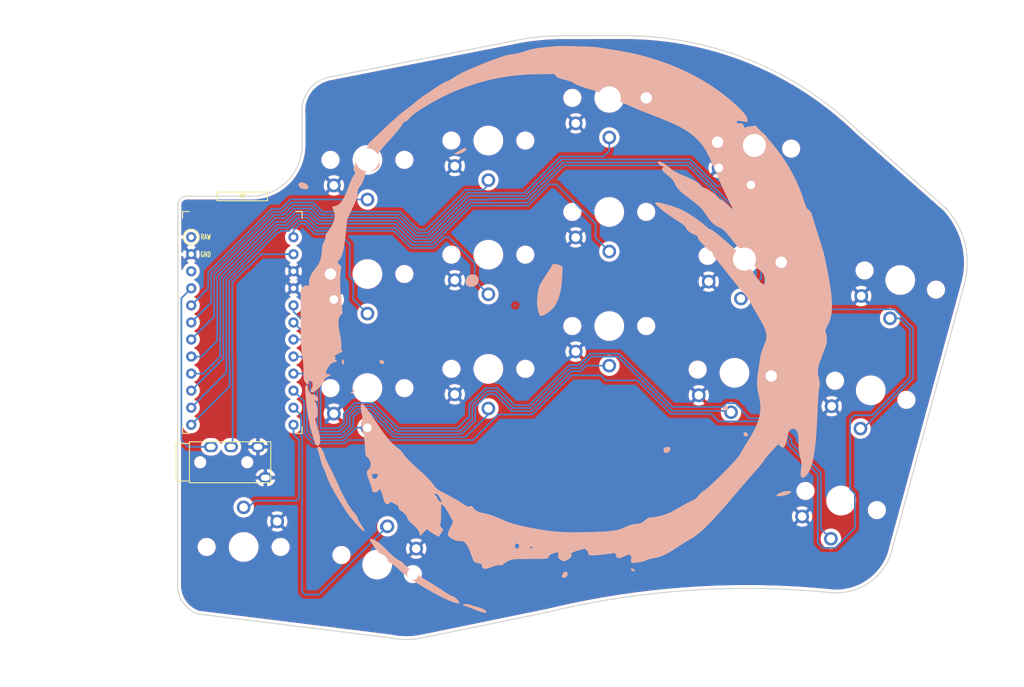
<source format=kicad_pcb>
(kicad_pcb (version 20211014) (generator pcbnew)
  (title_block (title "hypergolic") (date "2020-12-26") (rev "0.1") (company "broomlabs"))
  (layers (0 "F.Cu" signal) (31 "B.Cu" signal) (34 "B.Paste" user) (35 "F.Paste" user) (36 "B.SilkS" user "B.Silkscreen") (37 "F.SilkS" user "F.Silkscreen") (38 "B.Mask" user) (39 "F.Mask" user) (44 "Edge.Cuts" user))
  (net 0 "")
  (net 1 "reset")
  (net 2 "gnd")
  (net 3 "vcc")
  (net 4 "Switch18")
  (net 5 "Switch1")
  (net 6 "Switch2")
  (net 7 "Switch3")
  (net 8 "Switch4")
  (net 9 "Switch5")
  (net 10 "Switch6")
  (net 11 "Switch7")
  (net 12 "Switch8")
  (net 13 "Switch9")
  (net 14 "Switch10")
  (net 15 "Switch11")
  (net 16 "Switch12")
  (net 17 "Switch13")
  (net 18 "Switch14")
  (net 19 "Switch15")
  (net 20 "Switch16")
  (net 21 "Switch17")
  (net 22 "raw")
  (footprint "kbd:ProMicro_v3_min_dual" (layer "F.Cu") (at 40.64 67.056)
    (fp_text reference "U1" hide)
    (fp_text value "ProMicro-kbd" hide)
  )
  (footprint "Kailh:TRRS-PJ-DPB2" (layer "F.Cu") (at 32.766 86.106 90)
    (fp_text reference "Jack0" hide)
    (fp_text value "TRRS" hide)
  )
  (footprint "Kailh:SW_PG1350_rev_DPB2" (layer "B.Cu") (at 116.855326 38.908261 175)
    (fp_text reference "SW3" hide)
    (fp_text value "SW_Push" hide)
  )
  (footprint "Kailh:SW_PG1350_rev_DPB2" (layer "B.Cu") (at 95.26 31.824 180)
    (fp_text reference "SW4" hide)
    (fp_text value "SW_Push" hide)
  )
  (footprint "Kailh:SW_PG1350_rev_DPB2" (layer "B.Cu") (at 77.26 38.184 180)
    (fp_text reference "SW5" hide)
    (fp_text value "SW_Push" hide)
  )
  (footprint "Kailh:SW_PG1350_rev_DPB2" (layer "B.Cu") (at 59.26 41.064 180)
    (fp_text reference "SW6" hide)
    (fp_text value "SW_Push" hide)
  )
  (footprint "Kailh:SW_PG1350_rev_DPB2" (layer "B.Cu") (at 134.17463 75.384306 165)
    (fp_text reference "SW8" hide)
    (fp_text value "SW_Push" hide)
  )
  (footprint "Kailh:SW_PG1350_rev_DPB2" (layer "B.Cu") (at 115.373738 55.843584 175)
    (fp_text reference "SW9" hide)
    (fp_text value "SW_Push" hide)
  )
  (footprint "Kailh:SW_PG1350_rev_DPB2" (layer "B.Cu") (at 95.26 48.814 180)
    (fp_text reference "SW10" hide)
    (fp_text value "SW_Push" hide)
  )
  (footprint "Kailh:SW_PG1350_rev_DPB2" (layer "B.Cu") (at 77.26 55.184 180)
    (fp_text reference "SW11" hide)
    (fp_text value "SW_Push" hide)
  )
  (footprint "Kailh:SW_PG1350_rev_DPB2" (layer "B.Cu") (at 59.26 58.064 180)
    (fp_text reference "SW12" hide)
    (fp_text value "SW_Push" hide)
  )
  (footprint "Kailh:SW_PG1350_rev_DPB2" (layer "B.Cu") (at 138.574835 58.962519 165)
    (fp_text reference "SW14" hide)
    (fp_text value "SW_Push" hide)
  )
  (footprint "Kailh:SW_PG1350_rev_DPB2" (layer "B.Cu") (at 113.89239 72.775467 175)
    (fp_text reference "SW15" hide)
    (fp_text value "SW_Push" hide)
  )
  (footprint "Kailh:SW_PG1350_rev_DPB2" (layer "B.Cu") (at 95.26 65.814 180)
    (fp_text reference "SW16" hide)
    (fp_text value "SW_Push" hide)
  )
  (footprint "Kailh:SW_PG1350_rev_DPB2" (layer "B.Cu") (at 77.26 72.189 180)
    (fp_text reference "SW17" hide)
    (fp_text value "SW_Push" hide)
  )
  (footprint "Kailh:SW_PG1350_rev_DPB2" (layer "B.Cu") (at 59.26 75.064 180)
    (fp_text reference "SW18" hide)
    (fp_text value "SW_Push" hide)
  )
  (footprint "Kailh:SW_PG1350_rev_DPB2" (layer "B.Cu") (at 60.706 101.346 -15)
    (fp_text reference "SW20" hide)
    (fp_text value "SW_Push" hide)
  )
  (footprint "Kailh:SW_PG1350_rev_DPB2" (layer "B.Cu") (at 40.832476 98.720705)
    (fp_text reference "SW21" hide)
    (fp_text value "SW_Push" hide)
  )
  (footprint "Kailh:SW_PG1350_rev_DPB2" (layer "B.Cu") (at 129.774266 91.806688 165)
    (fp_text reference "SW8" hide)
    (fp_text value "SW_Push" hide)
  )
  (gr_poly (pts (xy 55.597033 70.823721) (xy 55.603367 70.825632) (xy 55.60985 70.828551) (xy 55.616476 70.832496) (xy 55.623102 70.836224) (xy 55.629584 70.840695) (xy 55.642101 70.851772) (xy 55.653989 70.865534) (xy 55.665215 70.881791) (xy 55.675743 70.90035) (xy 55.685539 70.92102) (xy 55.694568 70.943608) (xy 55.702795 70.967922) (xy 55.710184 70.993772) (xy 55.716702 71.020965) (xy 55.722313 71.049309) (xy 55.726981 71.078612) (xy 55.730673 71.108683) (xy 55.733354 71.139329) (xy 55.734988 71.17036) (xy 55.73554 71.201582) (xy 55.735401 71.21602) (xy 55.734988 71.2303) (xy 55.734304 71.2444) (xy 55.733354 71.258302) (xy 55.732142 71.271986) (xy 55.730673 71.285432) (xy 55.728952 71.298621) (xy 55.726981 71.311533) (xy 55.724767 71.324149) (xy 55.722313 71.336448) (xy 55.719623 71.348411) (xy 55.716702 71.360019) (xy 55.713554 71.371253) (xy 55.710184 71.382091) (xy 55.706596 71.392515) (xy 55.702795 71.402505) (xy 55.698784 71.412042) (xy 55.694568 71.421106) (xy 55.690152 71.429677) (xy 55.685539 71.437736) (xy 55.680735 71.445262) (xy 55.675743 71.452237) (xy 55.670568 71.458641) (xy 55.665215 71.464455) (xy 55.659687 71.469657) (xy 55.653989 71.47423) (xy 55.648125 71.478153) (xy 55.642101 71.481407) (xy 55.635919 71.483971) (xy 55.629584 71.485828) (xy 55.623102 71.486956) (xy 55.616476 71.487336) (xy 55.610896 71.486852) (xy 55.605328 71.485415) (xy 55.599781 71.483049) (xy 55.594268 71.479779) (xy 55.583381 71.47062) (xy 55.572757 71.458129) (xy 55.562481 71.4425) (xy 55.552641 71.423923) (xy 55.543325 71.40259) (xy 55.534619 71.378693) (xy 55.526611 71.352425) (xy 55.519387 71.323976) (xy 55.513036 71.293539) (xy 55.507644 71.261306) (xy 55.503298 71.227468) (xy 55.500086 71.192217) (xy 55.498095 71.155745) (xy 55.497411 71.118244) (xy 55.49755 71.099481) (xy 55.497964 71.081156) (xy 55.498648 71.06329) (xy 55.499598 71.0459) (xy 55.500809 71.029008) (xy 55.502278 71.012632) (xy 55.504 70.996792) (xy 55.50597 70.981509) (xy 55.508185 70.966801) (xy 55.510639 70.952688) (xy 55.513329 70.939189) (xy 55.51625 70.926326) (xy 55.519397 70.914116) (xy 55.522767 70.90258) (xy 55.526355 70.891737) (xy 55.530157 70.881607) (xy 55.534168 70.872209) (xy 55.538383 70.863564) (xy 55.5428 70.85569) (xy 55.547412 70.848608) (xy 55.552217 70.842337) (xy 55.557208 70.836897) (xy 55.562383 70.832307) (xy 55.567737 70.828586) (xy 55.573265 70.825756) (xy 55.578963 70.823834) (xy 55.584826 70.822841) (xy 55.590851 70.822797)) (layer "B.SilkS") (width 0.09) (fill solid))
  (gr_poly (pts (xy 115.444366 81.65587) (xy 115.454867 81.657025) (xy 115.465858 81.658904) (xy 115.477354 81.661504) (xy 115.489373 81.664824) (xy 115.501933 81.668861) (xy 115.528745 81.679078) (xy 115.557929 81.692138) (xy 115.589625 81.708024) (xy 115.623972 81.726718) (xy 115.652086 81.74275) (xy 115.678388 81.759536) (xy 115.702881 81.776994) (xy 115.725567 81.79504) (xy 115.746448 81.813592) (xy 115.765526 81.832567) (xy 115.782803 81.851882) (xy 115.798282 81.871454) (xy 115.811964 81.891201) (xy 115.823852 81.911039) (xy 115.833948 81.930886) (xy 115.842254 81.950659) (xy 115.848773 81.970275) (xy 115.853506 81.989651) (xy 115.856456 82.008704) (xy 115.857625 82.027352) (xy 115.857015 82.045511) (xy 115.854628 82.063099) (xy 115.850467 82.080034) (xy 115.844533 82.096231) (xy 115.836829 82.111609) (xy 115.827358 82.126084) (xy 115.81612 82.139573) (xy 115.803119 82.151995) (xy 115.788356 82.163265) (xy 115.771834 82.173302) (xy 115.753554 82.182021) (xy 115.73352 82.189341) (xy 115.711733 82.195179) (xy 115.688196 82.199451) (xy 115.66291 82.202075) (xy 115.635878 82.202968) (xy 115.609545 82.202448) (xy 115.584133 82.200901) (xy 115.559653 82.198347) (xy 115.536119 82.194806) (xy 115.513545 82.190296) (xy 115.491942 82.184838) (xy 115.471325 82.178451) (xy 115.451706 82.171156) (xy 115.433099 82.16297) (xy 115.415517 82.153915) (xy 115.398972 82.14401) (xy 115.383478 82.133274) (xy 115.369048 82.121727) (xy 115.355694 82.109389) (xy 115.343431 82.096279) (xy 115.332271 82.082416) (xy 115.322227 82.067822) (xy 115.313313 82.052514) (xy 115.30554 82.036513) (xy 115.298924 82.019839) (xy 115.293476 82.00251) (xy 115.289209 81.984547) (xy 115.286138 81.96597) (xy 115.284274 81.946797) (xy 115.283631 81.927048) (xy 115.284223 81.906744) (xy 115.286061 81.885904) (xy 115.289159 81.864546) (xy 115.293531 81.842692) (xy 115.29919 81.82036) (xy 115.306148 81.797571) (xy 115.314418 81.774343) (xy 115.32365 81.749087) (xy 115.333579 81.726882) (xy 115.338849 81.716919) (xy 115.344346 81.707712) (xy 115.350086 81.69926) (xy 115.356089 81.691559) (xy 115.36237 81.684609) (xy 115.368947 81.678406) (xy 115.375839 81.672949) (xy 115.383062 81.668235) (xy 115.390634 81.664262) (xy 115.398571 81.661029) (xy 115.406893 81.658532) (xy 115.415616 81.65677) (xy 115.424757 81.65574) (xy 115.434335 81.655441)) (layer "B.SilkS") (width 0.09) (fill solid))
  (gr_poly (pts (xy 61.093353 71.046814) (xy 61.093353 71.046819) (xy 61.093353 71.046812)) (layer "B.SilkS") (width 0.09) (fill solid))
  (gr_poly (pts (xy 122.044251 90.423077) (xy 122.127393 90.431864) (xy 122.163607 90.438365) (xy 122.195884 90.446302) (xy 122.223948 90.455701) (xy 122.247527 90.466583) (xy 122.266343 90.478975) (xy 122.280124 90.492899) (xy 122.288594 90.50838) (xy 122.291478 90.525441) (xy 122.288931 90.543741) (xy 122.281423 90.562864) (xy 122.269159 90.582728) (xy 122.25234 90.603251) (xy 122.205851 90.64594) (xy 122.143578 90.690269) (xy 122.067143 90.735574) (xy 121.978168 90.781193) (xy 121.878274 90.826463) (xy 121.769085 90.870721) (xy 121.652222 90.913305) (xy 121.529307 90.953552) (xy 121.401962 90.990799) (xy 121.27181 91.024384) (xy 121.140471 91.053643) (xy 121.009569 91.077915) (xy 120.880725 91.096535) (xy 120.755562 91.108843) (xy 120.621759 91.119325) (xy 120.506094 91.124051) (xy 120.408567 91.123127) (xy 120.366605 91.120579) (xy 120.329178 91.116657) (xy 120.296286 91.111374) (xy 120.267928 91.104744) (xy 120.244104 91.096781) (xy 120.224815 91.087496) (xy 120.21006 91.076903) (xy 120.19984 91.065015) (xy 120.194155 91.051845) (xy 120.193004 91.037406) (xy 120.196387 91.021711) (xy 120.204305 91.004774) (xy 120.216758 90.986608) (xy 120.233745 90.967225) (xy 120.255266 90.946638) (xy 120.281322 90.924861) (xy 120.311913 90.901907) (xy 120.347038 90.877789) (xy 120.430892 90.826113) (xy 120.532883 90.769937) (xy 120.653013 90.709366) (xy 120.791281 90.644506) (xy 120.890536 90.603795) (xy 120.999314 90.566625) (xy 121.115417 90.533188) (xy 121.236648 90.503675) (xy 121.36081 90.478278) (xy 121.485704 90.457189) (xy 121.609134 90.440599) (xy 121.728901 90.428701) (xy 121.842808 90.421687) (xy 121.948657 90.419748)) (layer "B.SilkS") (width 0.09) (fill solid))
  (gr_poly (pts (xy 78.062665 38.150667) (xy 78.087053 38.153066) (xy 78.109139 38.156948) (xy 78.128958 38.162217) (xy 78.146545 38.168776) (xy 78.161934 38.17653) (xy 78.17516 38.185382) (xy 78.186259 38.195238) (xy 78.195265 38.206) (xy 78.202212 38.217573) (xy 78.207137 38.229862) (xy 78.210073 38.242769) (xy 78.211056 38.2562) (xy 78.21012 38.270058) (xy 78.207301 38.284247) (xy 78.202633 38.298672) (xy 78.196151 38.313237) (xy 78.18789 38.327845) (xy 78.177885 38.3424) (xy 78.16617 38.356808) (xy 78.152782 38.370971) (xy 78.137754 38.384795) (xy 78.121121 38.398182) (xy 78.102919 38.411037) (xy 78.083181 38.423264) (xy 78.061944 38.434768) (xy 78.039242 38.445452) (xy 78.015109 38.45522) (xy 77.989582 38.463977) (xy 77.962693 38.471626) (xy 77.93448 38.478072) (xy 77.904975 38.483219) (xy 77.881992 38.486084) (xy 77.859935 38.487999) (xy 77.838824 38.488989) (xy 77.818679 38.489081) (xy 77.799519 38.488301) (xy 77.781364 38.486675) (xy 77.764234 38.484229) (xy 77.748148 38.48099) (xy 77.733126 38.476983) (xy 77.719187 38.472235) (xy 77.706352 38.466772) (xy 77.694639 38.46062) (xy 77.684069 38.453805) (xy 77.67466 38.446354) (xy 77.666433 38.438292) (xy 77.659408 38.429646) (xy 77.653603 38.420441) (xy 77.649039 38.410705) (xy 77.645734 38.400463) (xy 77.64371 38.389741) (xy 77.642985 38.378566) (xy 77.643579 38.366963) (xy 77.645511 38.354959) (xy 77.648802 38.342581) (xy 77.65347 38.329853) (xy 77.659536 38.316803) (xy 77.66702 38.303456) (xy 77.675939 38.289839) (xy 77.686316 38.275978) (xy 77.698168 38.261898) (xy 77.711516 38.247627) (xy 77.726379 38.23319) (xy 77.734303 38.224406) (xy 77.744564 38.215935) (xy 77.756988 38.207814) (xy 77.7714 38.200076) (xy 77.787626 38.192756) (xy 77.805491 38.18589) (xy 77.824821 38.179513) (xy 77.845442 38.173658) (xy 77.867179 38.168362) (xy 77.889858 38.163659) (xy 77.913304 38.159583) (xy 77.937343 38.156171) (xy 77.9618 38.153456) (xy 77.986502 38.151473) (xy 78.011273 38.150258) (xy 78.035939 38.149845)) (layer "B.SilkS") (width 0.09) (fill solid))
  (gr_poly (pts (xy 73.98782 107.267114) (xy 74.070954 107.272471) (xy 74.153948 107.280671) (xy 74.234989 107.291627) (xy 74.312263 107.305251) (xy 74.383956 107.321457) (xy 74.448254 107.340157) (xy 74.503343 107.361263) (xy 74.547409 107.38469) (xy 74.565455 107.394706) (xy 74.59243 107.406781) (xy 74.670937 107.436406) (xy 74.778466 107.47217) (xy 74.910551 107.512677) (xy 75.062728 107.556533) (xy 75.230532 107.602342) (xy 75.409498 107.648711) (xy 75.595162 107.694243) (xy 75.749447 107.734969) (xy 75.895168 107.776724) (xy 76.032134 107.819421) (xy 76.160153 107.862974) (xy 76.279032 107.907294) (xy 76.334985 107.929714) (xy 76.388581 107.952294) (xy 76.439796 107.975023) (xy 76.488607 107.997888) (xy 76.534989 108.02088) (xy 76.578918 108.043988) (xy 76.62037 108.0672) (xy 76.659322 108.090506) (xy 76.69575 108.113895) (xy 76.729629 108.137355) (xy 76.760935 108.160877) (xy 76.789645 108.184449) (xy 76.815735 108.20806) (xy 76.839179 108.231699) (xy 76.859956 108.255356) (xy 76.87804 108.279019) (xy 76.893408 108.302678) (xy 76.906035 108.326321) (xy 76.915898 108.349938) (xy 76.922973 108.373517) (xy 76.927235 108.397049) (xy 76.928661 108.420522) (xy 76.926241 108.43612) (xy 76.919066 108.449454) (xy 76.907265 108.460559) (xy 76.890966 108.469474) (xy 76.84539 108.480878) (xy 76.783368 108.483963) (xy 76.705928 108.479025) (xy 76.6141 108.466361) (xy 76.508912 108.446267) (xy 76.391393 108.41904) (xy 76.12348 108.344372) (xy 75.818593 108.244727) (xy 75.484964 108.122479) (xy 75.130824 107.979997) (xy 74.944717 107.899955) (xy 74.755959 107.821867) (xy 74.569713 107.747687) (xy 74.391142 107.679367) (xy 74.225407 107.618861) (xy 74.077672 107.568121) (xy 73.953099 107.529101) (xy 73.901111 107.514596) (xy 73.85685 107.503754) (xy 73.836971 107.500267) (xy 73.81753 107.496517) (xy 73.798547 107.492518) (xy 73.780042 107.488286) (xy 73.762033 107.483836) (xy 73.744541 107.479183) (xy 73.727586 107.474343) (xy 73.711186 107.469331) (xy 73.695362 107.464162) (xy 73.680133 107.458852) (xy 73.665519 107.453415) (xy 73.651539 107.447867) (xy 73.638213 107.442223) (xy 73.625561 107.436498) (xy 73.613602 107.430709) (xy 73.602356 107.424869) (xy 73.591842 107.418994) (xy 73.582081 107.4131) (xy 73.573091 107.407201) (xy 73.564893 107.401313) (xy 73.557506 107.395452) (xy 73.550949 107.389631) (xy 73.545242 107.383868) (xy 73.540406 107.378176) (xy 73.536459 107.372572) (xy 73.533421 107.36707) (xy 73.531312 107.361686) (xy 73.530151 107.356435) (xy 73.529958 107.351331) (xy 73.530752 107.346392) (xy 73.532554 107.341631) (xy 73.535383 107.337064) (xy 73.542949 107.326353) (xy 73.554335 107.316539) (xy 73.569314 107.307609) (xy 73.587659 107.299554) (xy 73.63354 107.286023) (xy 73.690164 107.275857) (xy 73.755718 107.268971) (xy 73.828388 107.265276) (xy 73.90636 107.264686)) (layer "B.SilkS") (width 0.09) (fill solid))
  (gr_poly (pts (xy 112.69082 77.771227) (xy 112.71021 77.772734) (xy 112.728595 77.775611) (xy 112.745959 77.779847) (xy 112.762288 77.785436) (xy 112.777566 77.792367) (xy 112.791779 77.800632) (xy 112.80491 77.810223) (xy 112.816944 77.821131) (xy 112.827866 77.833347) (xy 112.837662 77.846862) (xy 112.846315 77.861668) (xy 112.85381 77.877755) (xy 112.860133 77.895116) (xy 112.865267 77.913741) (xy 112.869198 77.933622) (xy 112.87191 77.95475) (xy 112.873388 77.977117) (xy 112.873617 78.000712) (xy 112.872581 78.025529) (xy 112.870266 78.051558) (xy 112.866655 78.07879) (xy 112.861734 78.107217) (xy 112.856275 78.132362) (xy 112.848901 78.156434) (xy 112.839723 78.179408) (xy 112.828848 78.201257) (xy 112.816386 78.221955) (xy 112.802447 78.241476) (xy 112.787138 78.259793) (xy 112.77057 78.276881) (xy 112.75285 78.292713) (xy 112.734088 78.307263) (xy 112.714394 78.320505) (xy 112.693875 78.332413) (xy 112.672642 78.34296) (xy 112.650802 78.352121) (xy 112.628465 78.35987) (xy 112.605741 78.366179) (xy 112.582737 78.371024) (xy 112.559563 78.374377) (xy 112.536329 78.376213) (xy 112.513142 78.376505) (xy 112.490112 78.375228) (xy 112.467348 78.372355) (xy 112.444959 78.367859) (xy 112.423055 78.361716) (xy 112.401743 78.353898) (xy 112.381133 78.34438) (xy 112.361334 78.333135) (xy 112.342455 78.320137) (xy 112.324605 78.30536) (xy 112.307893 78.288778) (xy 112.292428 78.270365) (xy 112.278319 78.250094) (xy 112.251413 78.207611) (xy 112.228833 78.169191) (xy 112.210717 78.134434) (xy 112.203378 78.118303) (xy 112.197206 78.102938) (xy 112.192221 78.088288) (xy 112.188439 78.074303) (xy 112.185878 78.060933) (xy 112.184556 78.048127) (xy 112.184489 78.035836) (xy 112.185695 78.024009) (xy 112.188192 78.012597) (xy 112.191997 78.001548) (xy 112.197128 77.990814) (xy 112.203601 77.980343) (xy 112.211435 77.970086) (xy 112.220647 77.959993) (xy 112.231254 77.950013) (xy 112.243274 77.940096) (xy 112.256724 77.930192) (xy 112.271622 77.920252) (xy 112.305829 77.900058) (xy 112.346037 77.879116) (xy 112.392383 77.857022) (xy 112.445009 77.833376) (xy 112.473609 77.820712) (xy 112.501356 77.809505) (xy 112.528236 77.799745) (xy 112.554233 77.791424) (xy 112.579331 77.784534) (xy 112.603517 77.779064) (xy 112.626774 77.775008) (xy 112.649087 77.772355) (xy 112.670441 77.771098)) (layer "B.SilkS") (width 0.09) (fill solid))
  (gr_poly (pts (xy 57.171923 75.297582) (xy 57.179213 75.298302) (xy 57.186154 75.299488) (xy 57.192746 75.30113) (xy 57.19899 75.303216) (xy 57.204885 75.305737) (xy 57.210431 75.30868) (xy 57.215628 75.312035) (xy 57.220477 75.315791) (xy 57.224976 75.319938) (xy 57.229127 75.324463) (xy 57.23293 75.329358) (xy 57.236383 75.33461) (xy 57.239488 75.340208) (xy 57.242243 75.346142) (xy 57.24465 75.352401) (xy 57.246709 75.358974) (xy 57.248418 75.36585) (xy 57.249779 75.373018) (xy 57.250791 75.380468) (xy 57.251768 75.396167) (xy 57.251349 75.412861) (xy 57.249536 75.430462) (xy 57.246327 75.448883) (xy 57.241723 75.468036) (xy 57.235723 75.487836) (xy 57.209492 75.566901) (xy 57.197423 75.603991) (xy 57.186609 75.638151) (xy 57.17747 75.668404) (xy 57.170424 75.693774) (xy 57.167816 75.704323) (xy 57.165889 75.713284) (xy 57.164694 75.720537) (xy 57.164285 75.725958) (xy 57.164008 75.72819) (xy 57.163189 75.730417) (xy 57.161842 75.732635) (xy 57.159983 75.734841) (xy 57.154789 75.739196) (xy 57.147728 75.743445) (xy 57.138924 75.747556) (xy 57.128498 75.751491) (xy 57.116572 75.755218) (xy 57.103268 75.7587) (xy 57.088708 75.761904) (xy 57.073014 75.764793) (xy 57.056309 75.767334) (xy 57.038715 75.769491) (xy 57.020353 75.771229) (xy 57.001345 75.772514) (xy 56.981814 75.77331) (xy 56.961882 75.773583) (xy 56.895467 75.769423) (xy 56.869375 75.767282) (xy 56.848027 75.764844) (xy 56.831423 75.761917) (xy 56.8249 75.760211) (xy 56.819563 75.75831) (xy 56.815412 75.756192) (xy 56.812447 75.753831) (xy 56.810668 75.751205) (xy 56.810075 75.748288) (xy 56.810668 75.745058) (xy 56.812447 75.741489) (xy 56.815412 75.737559) (xy 56.819563 75.733243) (xy 56.8249 75.728517) (xy 56.831423 75.723357) (xy 56.848027 75.71164) (xy 56.869375 75.697899) (xy 56.895467 75.681943) (xy 56.961882 75.64262) (xy 56.981538 75.628959) (xy 57.000252 75.614809) (xy 57.01792 75.60024) (xy 57.034436 75.585323) (xy 57.049697 75.570126) (xy 57.063597 75.55472) (xy 57.076032 75.539174) (xy 57.081667 75.531371) (xy 57.086897 75.523559) (xy 57.091709 75.515747) (xy 57.096088 75.507943) (xy 57.100023 75.500157) (xy 57.103501 75.492397) (xy 57.106507 75.484672) (xy 57.109029 75.476991) (xy 57.111055 75.469362) (xy 57.11257 75.461794) (xy 57.113562 75.454296) (xy 57.114018 75.446877) (xy 57.113925 75.439545) (xy 57.113269 75.432308) (xy 57.112037 75.425177) (xy 57.110217 75.418159) (xy 57.107796 75.411263) (xy 57.104759 75.404498) (xy 57.100537 75.398953) (xy 57.096793 75.393484) (xy 57.093521 75.388098) (xy 57.090711 75.382801) (xy 57.088355 75.3776) (xy 57.086444 75.372502) (xy 57.084968 75.367513) (xy 57.08392 75.362639) (xy 57.083291 75.357888) (xy 57.083071 75.353265) (xy 57.083253 75.348777) (xy 57.083827 75.344431) (xy 57.084784 75.340233) (xy 57.086117 75.33619) (xy 57.087816 75.332308) (xy 57.089873 75.328594) (xy 57.092278 75.325055) (xy 57.095024 75.321696) (xy 57.098101 75.318525) (xy 57.1015 75.315548) (xy 57.105214 75.312772) (xy 57.109232 75.310203) (xy 57.113547 75.307847) (xy 57.11815 75.305712) (xy 57.123032 75.303803) (xy 57.128184 75.302127) (xy 57.133598 75.300692) (xy 57.139264 75.299503) (xy 57.145175 75.298566) (xy 57.151321 75.297889) (xy 57.157694 75.297478) (xy 57.164285 75.29734)) (layer "B.SilkS") (width 0.09) (fill solid))
  (gr_poly (pts (xy 74.934372 58.165737) (xy 75.00685 58.171943) (xy 75.078874 58.182736) (xy 75.149992 58.198098) (xy 75.219749 58.218012) (xy 75.287692 58.242461) (xy 75.353368 58.271427) (xy 75.416323 58.304892) (xy 75.476104 58.34284) (xy 75.513813 58.370928) (xy 75.548812 58.401508) (xy 75.581112 58.43442) (xy 75.610724 58.469506) (xy 75.637658 58.506607) (xy 75.661927 58.545562) (xy 75.68354 58.586214) (xy 75.702508 58.628403) (xy 75.718844 58.67197) (xy 75.732556 58.716756) (xy 75.743657 58.7626) (xy 75.752156 58.809346) (xy 75.758066 58.856833) (xy 75.761397 58.904901) (xy 75.76216 58.953393) (xy 75.760365 59.002149) (xy 75.756024 59.051009) (xy 75.749148 59.099814) (xy 75.739747 59.148406) (xy 75.727832 59.196625) (xy 75.713415 59.244313) (xy 75.696505 59.291309) (xy 75.677115 59.337455) (xy 75.655255 59.382591) (xy 75.630935 59.426559) (xy 75.604168 59.469199) (xy 75.574963 59.510353) (xy 75.543331 59.54986) (xy 75.509284 59.587562) (xy 75.472833 59.6233) (xy 75.433987 59.656915) (xy 75.392759 59.688246) (xy 75.339898 59.724736) (xy 75.28632 59.758313) (xy 75.232145 59.788995) (xy 75.177492 59.816799) (xy 75.122482 59.841742) (xy 75.067234 59.863843) (xy 75.011869 59.883118) (xy 74.956505 59.899586) (xy 74.901264 59.913262) (xy 74.846264 59.924166) (xy 74.791627 59.932314) (xy 74.737471 59.937724) (xy 74.683917 59.940413) (xy 74.631085 59.940398) (xy 74.579094 59.937698) (xy 74.528065 59.932329) (xy 74.478117 59.924309) (xy 74.42937 59.913656) (xy 74.381944 59.900386) (xy 74.33596 59.884518) (xy 74.291536 59.866069) (xy 74.248793 59.845055) (xy 74.207852 59.821496) (xy 74.16883 59.795407) (xy 74.13185 59.766807) (xy 74.09703 59.735713) (xy 74.06449 59.702142) (xy 74.034351 59.666113) (xy 74.006732 59.627641) (xy 73.981753 59.586745) (xy 73.959534 59.543442) (xy 73.940195 59.49775) (xy 73.929023 59.464428) (xy 73.92003 59.429303) (xy 73.91316 59.392525) (xy 73.908359 59.354246) (xy 73.905572 59.314615) (xy 73.904746 59.273782) (xy 73.905825 59.231899) (xy 73.908754 59.189115) (xy 73.919948 59.101449) (xy 73.937892 59.011986) (xy 73.96215 58.921931) (xy 73.992285 58.832485) (xy 74.027861 58.744854) (xy 74.068443 58.66024) (xy 74.113595 58.579846) (xy 74.162879 58.504877) (xy 74.188936 58.469802) (xy 74.215862 58.436535) (xy 74.243603 58.405225) (xy 74.272105 58.376024) (xy 74.301314 58.349081) (xy 74.331174 58.324547) (xy 74.361632 58.302573) (xy 74.392632 58.283308) (xy 74.392639 58.283308) (xy 74.45242 58.252191) (xy 74.515375 58.225801) (xy 74.581051 58.20412) (xy 74.648995 58.18713) (xy 74.718752 58.174814) (xy 74.789869 58.167155) (xy 74.861894 58.164135)) (layer "B.SilkS") (width 0.09) (fill solid))
  (gr_poly (pts (xy 50.199294 74.702345) (xy 50.210947 74.703285) (xy 50.222186 74.704847) (xy 50.233013 74.707031) (xy 50.24343 74.709835) (xy 50.25344 74.713255) (xy 50.263044 74.717289) (xy 50.272244 74.721937) (xy 50.281043 74.727195) (xy 50.289444 74.733061) (xy 50.297447 74.739533) (xy 50.305057 74.746609) (xy 50.312273 74.754287) (xy 50.3191 74.762564) (xy 50.325538 74.771439) (xy 50.33159 74.780909) (xy 50.342546 74.801625) (xy 50.351985 74.824696) (xy 50.359923 74.850104) (xy 50.366379 74.877832) (xy 50.37137 74.907862) (xy 50.374914 74.940177) (xy 50.377027 74.97476) (xy 50.377728 75.011592) (xy 50.378998 75.053593) (xy 50.38273 75.096869) (xy 50.388804 75.141231) (xy 50.397098 75.186488) (xy 50.407495 75.232453) (xy 50.419873 75.278933) (xy 50.434113 75.325741) (xy 50.450095 75.372686) (xy 50.467699 75.419579) (xy 50.486805 75.46623) (xy 50.507293 75.512449) (xy 50.529044 75.558047) (xy 50.575852 75.64662) (xy 50.60067 75.689215) (xy 50.62627 75.730431) (xy 50.652533 75.770077) (xy 50.679339 75.807964) (xy 50.706568 75.843902) (xy 50.7341 75.877701) (xy 50.761815 75.909172) (xy 50.789594 75.938125) (xy 50.817315 75.96437) (xy 50.84486 75.987718) (xy 50.872109 76.007979) (xy 50.898941 76.024964) (xy 50.925237 76.038482) (xy 50.950876 76.048344) (xy 50.97574 76.05436) (xy 50.999707 76.056341) (xy 51.022659 76.054097) (xy 51.044474 76.047438) (xy 51.06643 76.040832) (xy 51.089798 76.036584) (xy 51.114456 76.034612) (xy 51.140283 76.034834) (xy 51.167157 76.037166) (xy 51.194955 76.041525) (xy 51.223555 76.047829) (xy 51.252836 76.055995) (xy 51.282674 76.06594) (xy 51.312949 76.07758) (xy 51.343537 76.090835) (xy 51.374317 76.105619) (xy 51.435965 76.139448) (xy 51.496915 76.178405) (xy 51.556191 76.221826) (xy 51.612816 76.26905) (xy 51.665813 76.319413) (xy 51.690646 76.345564) (xy 51.714205 76.372252) (xy 51.73637 76.399393) (xy 51.757017 76.426905) (xy 51.776024 76.454705) (xy 51.793271 76.48271) (xy 51.808633 76.510836) (xy 51.82199 76.539002) (xy 51.833219 76.567125) (xy 51.842198 76.595121) (xy 51.848136 76.622601) (xy 51.852587 76.649207) (xy 51.8556 76.674902) (xy 51.857221 76.699648) (xy 51.857499 76.723409) (xy 51.856482 76.746148) (xy 51.854219 76.767827) (xy 51.850756 76.78841) (xy 51.846142 76.807859) (xy 51.840425 76.826138) (xy 51.833653 76.843208) (xy 51.825873 76.859034) (xy 51.817135 76.873578) (xy 51.807485 76.886803) (xy 51.796971 76.898672) (xy 51.785643 76.909148) (xy 51.773547 76.918193) (xy 51.760731 76.925772) (xy 51.747244 76.931846) (xy 51.733134 76.936379) (xy 51.718447 76.939334) (xy 51.703234 76.940673) (xy 51.68754 76.94036) (xy 51.671415 76.938357) (xy 51.654907 76.934627) (xy 51.638062 76.929134) (xy 51.62093 76.92184) (xy 51.603558 76.912708) (xy 51.585994 76.901702) (xy 51.568286 76.888783) (xy 51.550483 76.873916) (xy 51.532631 76.857062) (xy 51.484088 76.810698) (xy 51.441196 76.774136) (xy 51.404024 76.747131) (xy 51.387605 76.737136) (xy 51.372642 76.72944) (xy 51.359145 76.724011) (xy 51.347121 76.720818) (xy 51.336579 76.719832) (xy 51.327529 76.721021) (xy 51.319979 76.724356) (xy 51.313937 76.729806) (xy 51.309412 76.737339) (xy 51.306414 76.746927) (xy 51.30495 76.758537) (xy 51.30503 76.77214) (xy 51.306662 76.787705) (xy 51.309855 76.805202) (xy 51.320959 76.845868) (xy 51.338411 76.893895) (xy 51.362282 76.949037) (xy 51.39264 77.01105) (xy 51.429556 77.079692) (xy 51.473099 77.154716) (xy 51.504801 77.212231) (xy 51.535142 77.275087) (xy 51.591605 77.415026) (xy 51.642207 77.570941) (xy 51.68667 77.739239) (xy 51.724714 77.916327) (xy 51.756061 78.098612) (xy 51.780431 78.282502) (xy 51.797547 78.464404) (xy 51.807127 78.640724) (xy 51.808894 78.807871) (xy 51.802569 78.962251) (xy 51.787872 79.100272) (xy 51.764525 79.21834) (xy 51.74952 79.268769) (xy 51.732248 79.312863) (xy 51.712674 79.350173) (xy 51.690762 79.380249) (xy 51.666479 79.402642) (xy 51.639789 79.416904) (xy 51.593919 79.435739) (xy 51.554677 79.457644) (xy 51.522271 79.484293) (xy 51.496912 79.51736) (xy 51.478808 79.55852) (xy 51.468169 79.609447) (xy 51.465204 79.671815) (xy 51.470122 79.747299) (xy 51.483133 79.837572) (xy 51.504446 79.94431) (xy 51.53427 80.069186) (xy 51.572815 80.213875) (xy 51.676903 80.569389) (xy 51.818385 81.024245) (xy 51.888422 81.258197) (xy 51.951168 81.482172) (xy 52.006588 81.695962) (xy 52.054649 81.899358) (xy 52.095314 82.092149) (xy 52.12855 82.274126) (xy 52.154322 82.445081) (xy 52.172593 82.604804) (xy 52.183331 82.753086) (xy 52.186499 82.889717) (xy 52.182063 83.014488) (xy 52.169988 83.127191) (xy 52.161075 83.178951) (xy 52.150239 83.227615) (xy 52.137476 83.273157) (xy 52.122781 83.315551) (xy 52.106151 83.354771) (xy 52.08758 83.39079) (xy 52.067065 83.423583) (xy 52.044601 83.453123) (xy 51.992488 83.511789) (xy 51.943026 83.558002) (xy 51.919159 83.576297) (xy 51.895797 83.591309) (xy 51.872889 83.60298) (xy 51.850381 83.611255) (xy 51.828223 83.616077) (xy 51.806361 83.617389) (xy 51.784743 83.615134) (xy 51.763317 83.609256) (xy 51.74203 83.599698) (xy 51.720831 83.586403) (xy 51.699667 83.569315) (xy 51.678485 83.548376) (xy 51.657233 83.523531) (xy 51.63586 83.494722) (xy 51.592537 83.424988) (xy 51.548097 83.33872) (xy 51.502124 83.235464) (xy 51.454196 83.114768) (xy 51.403897 82.976177) (xy 51.350808 82.819239) (xy 51.294509 82.643499) (xy 51.064057 81.877826) (xy 50.855093 81.08341) (xy 50.667894 80.263879) (xy 50.502742 79.422861) (xy 50.359914 78.563982) (xy 50.239689 77.690872) (xy 50.142347 76.807158) (xy 50.068167 75.916468) (xy 50.06816 75.916468) (xy 50.055763 75.726241) (xy 50.045441 75.55663) (xy 50.037316 75.406483) (xy 50.034116 75.338348) (xy 50.031511 75.274648) (xy 50.029516 75.215239) (xy 50.028148 75.159975) (xy 50.02742 75.108715) (xy 50.027348 75.061313) (xy 50.027948 75.017626) (xy 50.029235 74.97751) (xy 50.031224 74.940821) (xy 50.033929 74.907415) (xy 50.037368 74.877149) (xy 50.041554 74.849878) (xy 50.046503 74.825459) (xy 50.052231 74.803747) (xy 50.055391 74.793862) (xy 50.058752 74.784599) (xy 50.062315 74.775942) (xy 50.066082 74.767871) (xy 50.070055 74.76037) (xy 50.074236 74.753419) (xy 50.078627 74.747002) (xy 50.083229 74.7411) (xy 50.088046 74.735694) (xy 50.093077 74.730768) (xy 50.098327 74.726303) (xy 50.103795 74.722281) (xy 50.109485 74.718684) (xy 50.115398 74.715494) (xy 50.121537 74.712694) (xy 50.127902 74.710264) (xy 50.134496 74.708188) (xy 50.141321 74.706447) (xy 50.155671 74.703898) (xy 50.170967 74.702475) (xy 50.187225 74.702032)) (layer "B.SilkS") (width 0.09) (fill solid))
  (gr_poly (pts (xy 88.797367 102.440891) (xy 88.819833 102.444304) (xy 88.841623 102.449596) (xy 88.86263 102.456795) (xy 88.882748 102.465931) (xy 88.901869 102.477031) (xy 88.919887 102.490123) (xy 88.936696 102.505236) (xy 88.952187 102.522399) (xy 88.966255 102.541639) (xy 88.978793 102.562985) (xy 88.989693 102.586466) (xy 88.998702 102.615683) (xy 89.005672 102.645236) (xy 89.010658 102.675042) (xy 89.013715 102.705018) (xy 89.014897 102.735081) (xy 89.014259 102.765148) (xy 89.011854 102.795137) (xy 89.007739 102.824964) (xy 89.001966 102.854547) (xy 88.994591 102.883804) (xy 88.985668 102.91265) (xy 88.975252 102.941003) (xy 88.963397 102.968781) (xy 88.950157 102.995901) (xy 88.935588 103.022279) (xy 88.919743 103.047833) (xy 88.902678 103.07248) (xy 88.884446 103.096138) (xy 88.865102 103.118723) (xy 88.844701 103.140152) (xy 88.823297 103.160343) (xy 88.800945 103.179213) (xy 88.777699 103.196679) (xy 88.753613 103.212658) (xy 88.728743 103.227068) (xy 88.703143 103.239825) (xy 88.676866 103.250846) (xy 88.649969 103.26005) (xy 88.622504 103.267352) (xy 88.594528 103.272671) (xy 88.566093 103.275923) (xy 88.537255 103.277025) (xy 88.478349 103.276112) (xy 88.426542 103.273072) (xy 88.381675 103.267451) (xy 88.361796 103.263531) (xy 88.343594 103.258796) (xy 88.327048 103.253188) (xy 88.312139 103.246652) (xy 88.298848 103.23913) (xy 88.287155 103.230566) (xy 88.277041 103.220904) (xy 88.268485 103.210086) (xy 88.261468 103.198056) (xy 88.255971 103.184757) (xy 88.251974 103.170133) (xy 88.249457 103.154126) (xy 88.2484 103.136681) (xy 88.248785 103.117739) (xy 88.250591 103.097246) (xy 88.253799 103.075144) (xy 88.264341 103.025885) (xy 88.280256 102.969511) (xy 88.301384 102.905567) (xy 88.327571 102.8336) (xy 88.358659 102.753156) (xy 88.37064 102.723649) (xy 88.384189 102.695427) (xy 88.399199 102.668517) (xy 88.415563 102.642948) (xy 88.433173 102.618748) (xy 88.451924 102.595946) (xy 88.471708 102.574569) (xy 88.492419 102.554647) (xy 88.513949 102.536208) (xy 88.536193 102.51928) (xy 88.559042 102.50389) (xy 88.582391 102.490069) (xy 88.606132 102.477843) (xy 88.630158 102.467242) (xy 88.654363 102.458293) (xy 88.678641 102.451025) (xy 88.702883 102.445466) (xy 88.726984 102.441645) (xy 88.750836 102.43959) (xy 88.774333 102.439329)) (layer "B.SilkS") (width 0.09) (fill solid))
  (gr_poly (pts (xy 90.358963 24.17343) (xy 92.404606 24.248774) (xy 93.162606 24.293353) (xy 93.597462 24.33863) (xy 93.97381 24.406161) (xy 94.518708 24.4949) (xy 95.82393 24.695816) (xy 96.803154 24.853208) (xy 97.767465 25.030727) (xy 98.71702 25.228407) (xy 99.651978 25.446283) (xy 100.572495 25.684391) (xy 101.478727 25.942765) (xy 102.370832 26.22144) (xy 103.248967 26.520451) (xy 104.113289 26.839833) (xy 104.963955 27.17962) (xy 105.801121 27.539848) (xy 106.624945 27.920552) (xy 107.435583 28.321765) (xy 108.233193 28.743524) (xy 109.017932 29.185863) (xy 109.789957 29.648817) (xy 110.31896 29.985504) (xy 110.849149 30.340939) (xy 111.37585 30.71099) (xy 111.894388 31.091522) (xy 112.400091 31.478403) (xy 112.888282 31.867498) (xy 113.354289 32.254675) (xy 113.793437 32.6358) (xy 114.201051 33.006739) (xy 114.572459 33.363359) (xy 114.902984 33.701527) (xy 115.187955 34.017109) (xy 115.422695 34.305972) (xy 115.602532 34.563982) (xy 115.6704 34.680125) (xy 115.72279 34.787006) (xy 115.759117 34.884106) (xy 115.778796 34.97091) (xy 115.789084 35.042557) (xy 115.797471 35.105972) (xy 115.80373 35.161573) (xy 115.807635 35.20978) (xy 115.808633 35.231241) (xy 115.808958 35.25101) (xy 115.808581 35.26914) (xy 115.807474 35.285683) (xy 115.805608 35.300691) (xy 115.802955 35.314217) (xy 115.799487 35.326312) (xy 115.795175 35.33703) (xy 115.789991 35.346422) (xy 115.783906 35.35454) (xy 115.776893 35.361438) (xy 115.768923 35.367168) (xy 115.759967 35.371781) (xy 115.749997 35.37533) (xy 115.738986 35.377867) (xy 115.726903 35.379446) (xy 115.713722 35.380117) (xy 115.699414 35.379934) (xy 115.683951 35.378948) (xy 115.667303 35.377212) (xy 115.630343 35.3717) (xy 115.588307 35.363816) (xy 115.524678 35.349398) (xy 115.443192 35.333306) (xy 115.240041 35.298334) (xy 115.00564 35.263361) (xy 114.885092 35.247269) (xy 114.766777 35.232852) (xy 114.674026 35.220598) (xy 114.591808 35.210715) (xy 114.519498 35.203345) (xy 114.486861 35.200644) (xy 114.456466 35.198625) (xy 114.428233 35.197302) (xy 114.402084 35.196695) (xy 114.377942 35.19682) (xy 114.355726 35.197695) (xy 114.335359 35.199338) (xy 114.316763 35.201765) (xy 114.299858 35.204995) (xy 114.284567 35.209044) (xy 114.27081 35.21393) (xy 114.25851 35.219671) (xy 114.247587 35.226284) (xy 114.237964 35.233787) (xy 114.229562 35.242196) (xy 114.222302 35.25153) (xy 114.216106 35.261805) (xy 114.210896 35.27304) (xy 114.206592 35.285251) (xy 114.203117 35.298456) (xy 114.200392 35.312673) (xy 114.198338 35.327919) (xy 114.196877 35.344212) (xy 114.195931 35.361568) (xy 114.195268 35.399542) (xy 114.196867 35.44408) (xy 114.201919 35.484049) (xy 114.210807 35.519623) (xy 114.21681 35.535816) (xy 114.223916 35.550976) (xy 114.232173 35.565124) (xy 114.241629 35.578282) (xy 114.252333 35.590473) (xy 114.264331 35.601717) (xy 114.277672 35.612037) (xy 114.292404 35.621454) (xy 114.308575 35.62999) (xy 114.326232 35.637668) (xy 114.3662 35.650533) (xy 114.412691 35.660225) (xy 114.466088 35.666916) (xy 114.526777 35.670782) (xy 114.595139 35.671998) (xy 114.671559 35.670737) (xy 114.756421 35.667174) (xy 114.850108 35.661483) (xy 114.880808 35.660652) (xy 114.89575 35.661294) (xy 114.910427 35.662646) (xy 114.924842 35.664713) (xy 114.938999 35.6675) (xy 114.952904 35.671011) (xy 114.96656 35.67525) (xy 114.979973 35.680221) (xy 114.993145 35.68593) (xy 115.006082 35.692379) (xy 115.018788 35.699574) (xy 115.031267 35.707519) (xy 115.043524 35.716219) (xy 115.055563 35.725677) (xy 115.067389 35.735898) (xy 115.090416 35.758646) (xy 115.112642 35.784499) (xy 115.1341 35.813492) (xy 115.154825 35.845658) (xy 115.174853 35.881033) (xy 115.194219 35.919653) (xy 115.212956 35.961551) (xy 115.231101 36.006763) (xy 115.252771 36.061766) (xy 115.273308 36.110804) (xy 115.292973 36.154052) (xy 115.30256 36.173559) (xy 115.312027 36.191684) (xy 115.321407 36.208448) (xy 115.330733 36.223874) (xy 115.340036 36.237983) (xy 115.349351 36.250796) (xy 115.358709 36.262337) (xy 115.368144 36.272626) (xy 115.377687 36.281686) (xy 115.387373 36.289538) (xy 115.397232 36.296204) (xy 115.407299 36.301706) (xy 115.417606 36.306065) (xy 115.428185 36.309304) (xy 115.439069 36.311444) (xy 115.450291 36.312508) (xy 115.461884 36.312516) (xy 115.47388 36.31149) (xy 115.486312 36.309454) (xy 115.499213 36.306427) (xy 115.512616 36.302433) (xy 115.526552 36.297492) (xy 115.541056 36.291627) (xy 115.556158 36.28486) (xy 115.588294 36.268704) (xy 115.613478 36.257278) (xy 115.644104 36.24538) (xy 115.720006 36.220522) (xy 115.812651 36.194826) (xy 115.91869 36.168992) (xy 116.034775 36.143715) (xy 116.157558 36.119694) (xy 116.283691 36.097626) (xy 116.409824 36.078208) (xy 117.017038 36.00677) (xy 118.136229 37.16168) (xy 118.652547 37.710191) (xy 119.151981 38.270334) (xy 119.634115 38.841465) (xy 120.098528 39.422939) (xy 120.544803 40.014109) (xy 120.97252 40.614332) (xy 121.381263 41.22296) (xy 121.770611 41.83935) (xy 122.140147 42.462855) (xy 122.489451 43.092831) (xy 122.818106 43.728632) (xy 123.125693 44.369613) (xy 123.411794 45.015129) (xy 123.675989 45.664533) (xy 123.91786 46.317182) (xy 124.136989 46.97243) (xy 124.203367 47.180536) (xy 124.264513 47.368149) (xy 124.321056 47.536543) (xy 124.373621 47.68699) (xy 124.422839 47.820764) (xy 124.469335 47.939138) (xy 124.49176 47.992947) (xy 124.513739 48.043384) (xy 124.535353 48.090608) (xy 124.556679 48.134777) (xy 124.577795 48.176052) (xy 124.598781 48.21459) (xy 124.619714 48.250551) (xy 124.640674 48.284095) (xy 124.661738 48.31538) (xy 124.682986 48.344565) (xy 124.704495 48.371811) (xy 124.726344 48.397275) (xy 124.748612 48.421117) (xy 124.771377 48.443496) (xy 124.794717 48.464572) (xy 124.818712 48.484503) (xy 124.843439 48.503449) (xy 124.868977 48.521568) (xy 124.895404 48.539021) (xy 124.9228 48.555965) (xy 124.966339 48.583605) (xy 125.007699 48.613007) (xy 125.046931 48.644257) (xy 125.084089 48.677444) (xy 125.119223 48.712653) (xy 125.152387 48.749974) (xy 125.183633 48.789492) (xy 125.213012 48.831294) (xy 125.240578 48.875469) (xy 125.266382 48.922103) (xy 125.290476 48.971283) (xy 125.312914 49.023097) (xy 125.333746 49.077631) (xy 125.353026 49.134974) (xy 125.370806 49.195211) (xy 125.387137 49.258431) (xy 125.496527 49.639991) (xy 125.699679 50.310649) (xy 125.969802 51.175526) (xy 126.280106 52.139746) (xy 126.796911 53.775554) (xy 126.97118 54.356333) (xy 127.110567 54.858838) (xy 127.230979 55.342925) (xy 127.348322 55.868451) (xy 127.637425 57.28325) (xy 127.809041 58.159259) (xy 127.957774 58.972586) (xy 128.083625 59.726964) (xy 128.186594 60.426124) (xy 128.266681 61.073799) (xy 128.323886 61.673721) (xy 128.358209 62.229623) (xy 128.36965 62.745237) (xy 128.358209 63.224295) (xy 128.323886 63.670529) (xy 128.266681 64.087672) (xy 128.186594 64.479457) (xy 128.083625 64.849614) (xy 127.957774 65.201878) (xy 127.809041 65.539979) (xy 127.637425 65.867651) (xy 127.592631 65.94987) (xy 127.551988 66.027013) (xy 127.515461 66.099309) (xy 127.483016 66.166982) (xy 127.454617 66.23026) (xy 127.430229 66.28937) (xy 127.409818 66.344539) (xy 127.393349 66.395992) (xy 127.380786 66.443957) (xy 127.375958 66.466703) (xy 127.372095 66.488661) (xy 127.36919 66.509861) (xy 127.36724 66.53033) (xy 127.366241 66.550097) (xy 127.366188 66.569191) (xy 127.367076 66.587639) (xy 127.368902 66.60547) (xy 127.371661 66.622713) (xy 127.375348 66.639395) (xy 127.37996 66.655545) (xy 127.385491 66.671192) (xy 127.391939 66.686363) (xy 127.399297 66.701087) (xy 127.435693 66.780408) (xy 127.468898 66.870193) (xy 127.498788 66.969187) (xy 127.525242 67.076134) (xy 127.548139 67.189778) (xy 127.567355 67.308864) (xy 127.582769 67.432135) (xy 127.594259 67.558337) (xy 127.601703 67.686213) (xy 127.604979 67.814507) (xy 127.603964 67.941965) (xy 127.598538 68.067329) (xy 127.588577 68.189345) (xy 127.573959 68.306757) (xy 127.554564 68.418308) (xy 127.530267 68.522744) (xy 127.489409 68.654296) (xy 127.431111 68.829519) (xy 127.272798 69.280282) (xy 127.076532 69.813645) (xy 126.863521 70.368214) (xy 126.745683 70.672329) (xy 126.641904 70.948225) (xy 126.551728 71.198936) (xy 126.474703 71.427497) (xy 126.410376 71.636944) (xy 126.358292 71.83031) (xy 126.317998 72.01063) (xy 126.289041 72.180939) (xy 126.270966 72.344272) (xy 126.263322 72.503664) (xy 126.265653 72.662148) (xy 126.277507 72.822761) (xy 126.29843 72.988536) (xy 126.327968 73.162508) (xy 126.365668 73.347713) (xy 126.411076 73.547184) (xy 126.4664 73.805748) (xy 126.48875 73.91943) (xy 126.50763 74.02399) (xy 126.523092 74.120388) (xy 126.535187 74.209583) (xy 126.543969 74.292534) (xy 126.549489 74.3702) (xy 126.5518 74.443542) (xy 126.550954 74.513517) (xy 126.547003 74.581086) (xy 126.540001 74.647207) (xy 126.529998 74.71284) (xy 126.517048 74.778944) (xy 126.501203 74.846479) (xy 126.482515 74.916403) (xy 126.450261 75.073136) (xy 126.416472 75.337584) (xy 126.381845 75.695794) (xy 126.347079 76.133813) (xy 126.27992 77.193469) (xy 126.220574 78.404933) (xy 126.173459 79.52268) (xy 126.121024 80.55645) (xy 126.062694 81.50961) (xy 125.997892 82.385524) (xy 125.926044 83.18756) (xy 125.846575 83.919082) (xy 125.758908 84.583458) (xy 125.662468 85.184052) (xy 125.55668 85.724232) (xy 125.440968 86.207364) (xy 125.314757 86.636812) (xy 125.177472 87.015944) (xy 125.104496 87.187693) (xy 125.028536 87.348125) (xy 124.94952 87.497661) (xy 124.867375 87.636722) (xy 124.78203 87.765728) (xy 124.693413 87.8851) (xy 124.601452 87.995258) (xy 124.506075 88.096625) (xy 124.398393 88.196839) (xy 124.347542 88.23843) (xy 124.298717 88.27438) (xy 124.25194 88.304713) (xy 124.207237 88.329457) (xy 124.164631 88.348637) (xy 124.124147 88.36228) (xy 124.085807 88.370411) (xy 124.049637 88.373057) (xy 124.01566 88.370245) (xy 123.9839 88.361999) (xy 123.954381 88.348347) (xy 123.927127 88.329315) (xy 123.902162 88.304928) (xy 123.879511 88.275213) (xy 123.859196 88.240196) (xy 123.841243 88.199903) (xy 123.825674 88.154361) (xy 123.812515 88.103595) (xy 123.801788 88.047632) (xy 123.793519 87.986498) (xy 123.784447 87.84882) (xy 123.78549 87.690773) (xy 123.796842 87.512563) (xy 123.818692 87.314402) (xy 123.851235 87.096498) (xy 123.889582 86.844208) (xy 123.903846 86.733925) (xy 123.914674 86.631962) (xy 123.921944 86.536626) (xy 123.925534 86.446226) (xy 123.925321 86.359071) (xy 123.921185 86.273468) (xy 123.913002 86.187725) (xy 123.900651 86.100152) (xy 123.884009 86.009055) (xy 123.862955 85.912744) (xy 123.837366 85.809527) (xy 123.80712 85.697711) (xy 123.73217 85.441518) (xy 123.666731 85.208882) (xy 123.612734 84.980154) (xy 123.56934 84.749193) (xy 123.535714 84.50986) (xy 123.511018 84.256016) (xy 123.494414 83.981522) (xy 123.485065 83.680239) (xy 123.482135 83.346027) (xy 123.480141 83.081778) (xy 123.473996 82.837708) (xy 123.463456 82.613067) (xy 123.448276 82.407105) (xy 123.438871 82.310894) (xy 123.428214 82.219072) (xy 123.416275 82.131545) (xy 123.403023 82.048218) (xy 123.388429 81.968999) (xy 123.372461 81.893794) (xy 123.355089 81.822508) (xy 123.336283 81.755049) (xy 123.316012 81.691321) (xy 123.294245 81.631233) (xy 123.270952 81.574689) (xy 123.246103 81.521596) (xy 123.219666 81.471861) (xy 123.191612 81.42539) (xy 123.16191 81.382088) (xy 123.130529 81.341863) (xy 123.097439 81.304619) (xy 123.062609 81.270265) (xy 123.026009 81.238706) (xy 122.987609 81.209847) (xy 122.947377 81.183596) (xy 122.905283 81.159859) (xy 122.861297 81.138542) (xy 122.815389 81.119551) (xy 122.765789 81.103097) (xy 122.719416 81.089485) (xy 122.675869 81.078769) (xy 122.634746 81.070999) (xy 122.595646 81.06623) (xy 122.57673 81.064986) (xy 122.558169 81.064513) (xy 122.539913 81.064815) (xy 122.521912 81.0659) (xy 122.504116 81.067774) (xy 122.486475 81.070443) (xy 122.468939 81.073915) (xy 122.451457 81.078196) (xy 122.43398 81.083292) (xy 122.416457 81.08921) (xy 122.398838 81.095957) (xy 122.381073 81.103538) (xy 122.344904 81.121232) (xy 122.30755 81.142345) (xy 122.268609 81.166928) (xy 122.22768 81.195034) (xy 122.184361 81.226716) (xy 122.139381 81.26271) (xy 122.097993 81.299803) (xy 122.059885 81.338815) (xy 122.024741 81.380564) (xy 121.992248 81.425872) (xy 121.962092 81.475558) (xy 121.93396 81.53044) (xy 121.907537 81.59134) (xy 121.882509 81.659077) (xy 121.858562 81.734471) (xy 121.835383 81.818341) (xy 121.812657 81.911507) (xy 121.790071 82.014788) (xy 121.767311 82.129006) (xy 121.720011 82.393526) (xy 121.690029 82.567074) (xy 121.658199 82.730436) (xy 121.624625 82.883473) (xy 121.589412 83.026046) (xy 121.571223 83.093365) (xy 121.552663 83.158015) (xy 121.533746 83.219979) (xy 121.514485 83.27924) (xy 121.494892 83.335781) (xy 121.474981 83.389583) (xy 121.454765 83.440629) (xy 121.434256 83.488902) (xy 121.413468 83.534385) (xy 121.392415 83.57706) (xy 121.371109 83.616909) (xy 121.349562 83.653916) (xy 121.327789 83.688062) (xy 121.305803 83.719331) (xy 121.283615 83.747704) (xy 121.261241 83.773165) (xy 121.238692 83.795695) (xy 121.215981 83.815278) (xy 121.193122 83.831897) (xy 121.170129 83.845532) (xy 121.147013 83.856168) (xy 121.123788 83.863787) (xy 121.100467 83.868371) (xy 121.077063 83.869903) (xy 121.062316 83.868534) (xy 121.045022 83.864531) (xy 121.025425 83.858052) (xy 121.00377 83.849253) (xy 120.980301 83.838291) (xy 120.955261 83.825324) (xy 120.928896 83.810508) (xy 120.90145 83.794) (xy 120.873166 83.775958) (xy 120.84429 83.756538) (xy 120.815065 83.735897) (xy 120.785735 83.714192) (xy 120.756546 83.691581) (xy 120.72774 83.668219) (xy 120.699563 83.644265) (xy 120.672258 83.619875) (xy 120.39841 83.357933) (xy 119.469708 84.346153) (xy 119.276857 84.552209) (xy 119.085542 84.764543) (xy 118.900646 84.977157) (xy 118.727051 85.18405) (xy 118.569643 85.379224) (xy 118.433302 85.556678) (xy 118.322913 85.710413) (xy 118.278977 85.776511) (xy 118.24336 85.83443) (xy 118.161666 85.957726) (xy 118.045231 86.117578) (xy 117.899497 86.307008) (xy 117.729903 86.519041) (xy 117.541893 86.746701) (xy 117.340906 86.983012) (xy 117.132386 87.220996) (xy 116.921773 87.453678) (xy 116.392127 88.048623) (xy 115.702866 88.837785) (xy 114.944398 89.720708) (xy 114.207134 90.596935) (xy 112.907775 92.122934) (xy 112.318405 92.801433) (xy 111.766359 93.426529) (xy 111.249473 94.000418) (xy 110.765585 94.525299) (xy 110.312531 95.003368) (xy 109.888151 95.436824) (xy 109.490279 95.827864) (xy 109.116756 96.178686) (xy 108.765416 96.491486) (xy 108.434098 96.768463) (xy 108.12064 97.011815) (xy 107.822878 97.223737) (xy 107.53865 97.40643) (xy 107.265793 97.562088) (xy 107.089108 97.657242) (xy 106.876983 97.778626) (xy 106.637509 97.92122) (xy 106.378781 98.079999) (xy 106.10889 98.249941) (xy 105.83593 98.426024) (xy 105.567993 98.603223) (xy 105.313172 98.776517) (xy 104.773667 99.126823) (xy 104.525612 99.281117) (xy 104.289975 99.422435) (xy 104.06522 99.551475) (xy 103.849815 99.668935) (xy 103.642223 99.775511) (xy 103.44091 99.871902) (xy 103.244341 99.958805) (xy 103.05098 100.036918) (xy 102.859295 100.106937) (xy 102.667748 100.169562) (xy 102.474807 100.225489) (xy 102.278935 100.275416) (xy 102.078598 100.32004) (xy 101.872261 100.360059) (xy 101.778866 100.376219) (xy 101.686551 100.393356) (xy 101.50726 100.430003) (xy 101.338572 100.468885) (xy 101.259513 100.488815) (xy 101.184674 100.508884) (xy 101.114579 100.528954) (xy 101.049752 100.548884) (xy 100.990715 100.568535) (xy 100.937991 100.587767) (xy 100.892104 100.606442) (xy 100.853577 100.624418) (xy 100.822933 100.641558) (xy 100.800696 100.65772) (xy 100.743793 100.692608) (xy 100.656334 100.729782) (xy 100.542644 100.768457) (xy 100.407048 100.807847) (xy 100.253872 100.847167) (xy 100.08744 100.885633) (xy 99.732114 100.956864) (xy 99.375672 101.015258) (xy 99.207845 101.037679) (xy 99.052716 101.054537) (xy 98.914608 101.065046) (xy 98.797848 101.068421) (xy 98.706761 101.063878) (xy 98.672197 101.058392) (xy 98.645673 101.050632) (xy 98.622362 101.040851) (xy 98.60151 101.029326) (xy 98.59199 101.022888) (xy 98.583065 101.015988) (xy 98.574729 101.008617) (xy 98.566975 101.000766) (xy 98.559796 100.992427) (xy 98.553187 100.983591) (xy 98.54714 100.97425) (xy 98.541649 100.964394) (xy 98.532309 100.943103) (xy 98.525115 100.919651) (xy 98.520013 100.893966) (xy 98.516953 100.86598) (xy 98.515881 100.835621) (xy 98.516745 100.802822) (xy 98.519492 100.767511) (xy 98.524071 100.729619) (xy 98.53043 100.689076) (xy 98.538515 100.645813) (xy 98.547866 100.602602) (xy 98.555837 100.560064) (xy 98.562443 100.518246) (xy 98.5677 100.477193) (xy 98.571622 100.436951) (xy 98.574225 100.397566) (xy 98.575525 100.359083) (xy 98.575537 100.321549) (xy 98.574275 100.285009) (xy 98.571755 100.249509) (xy 98.567992 100.215094) (xy 98.563002 100.181811) (xy 98.5568 100.149705) (xy 98.549402 100.118823) (xy 98.540821 100.089209) (xy 98.531074 100.06091) (xy 98.520176 100.033971) (xy 98.508142 100.008438) (xy 98.494988 99.984358) (xy 98.480728 99.961775) (xy 98.465379 99.940735) (xy 98.448954 99.921285) (xy 98.43147 99.90347) (xy 98.412942 99.887336) (xy 98.393385 99.872929) (xy 98.372814 99.860294) (xy 98.351244 99.849477) (xy 98.328692 99.840524) (xy 98.305171 99.833482) (xy 98.280698 99.828394) (xy 98.255287 99.825308) (xy 98.228954 99.824269) (xy 98.201674 99.825781) (xy 98.169213 99.830223) (xy 98.131974 99.837455) (xy 98.090357 99.847338) (xy 97.995596 99.8745) (xy 97.888137 99.910591) (xy 97.771191 99.954496) (xy 97.647966 100.005098) (xy 97.521672 100.061282) (xy 97.395518 100.12193) (xy 97.330806 100.155277) (xy 97.268362 100.18611) (xy 97.20815 100.214428) (xy 97.150136 100.240227) (xy 97.094285 100.263506) (xy 97.040561 100.284263) (xy 96.98893 100.302495) (xy 96.939358 100.318201) (xy 96.891808 100.331377) (xy 96.846247 100.342022) (xy 96.802639 100.350134) (xy 96.76095 100.355711) (xy 96.721144 100.35875) (xy 96.683187 100.359249) (xy 96.647044 100.357206) (xy 96.612679 100.352619) (xy 96.580059 100.345486) (xy 96.549148 100.335804) (xy 96.519912 100.323571) (xy 96.492315 100.308785) (xy 96.466322 100.291445) (xy 96.441899 100.271547) (xy 96.419011 100.24909) (xy 96.397622 100.224071) (xy 96.377699 100.196488) (xy 96.359206 100.16634) (xy 96.342108 100.133623) (xy 96.326371 100.098336) (xy 96.311959 100.060476) (xy 96.298837 100.020042) (xy 96.286972 99.977031) (xy 96.276327 99.931441) (xy 96.261272 99.86845) (xy 96.246863 99.813167) (xy 96.232349 99.76521) (xy 96.21698 99.724195) (xy 96.208741 99.70617) (xy 96.200007 99.689737) (xy 96.190684 99.674847) (xy 96.180679 99.661453) (xy 96.169897 99.649507) (xy 96.158246 99.63896) (xy 96.145632 99.629765) (xy 96.13196 99.621874) (xy 96.117137 99.615238) (xy 96.101069 99.60981) (xy 96.083662 99.605542) (xy 96.064824 99.602386) (xy 96.044459 99.600294) (xy 96.022474 99.599218) (xy 95.973271 99.599921) (xy 95.916464 99.604113) (xy 95.851302 99.611409) (xy 95.692919 99.63378) (xy 95.292942 99.691517) (xy 94.863944 99.747441) (xy 94.423785 99.799739) (xy 93.990323 99.846596) (xy 93.581418 99.886197) (xy 93.214929 99.91673) (xy 92.908716 99.936381) (xy 92.680639 99.943334) (xy 92.606215 99.942758) (xy 92.538995 99.940962) (xy 92.507982 99.939573) (xy 92.478646 99.93784) (xy 92.450945 99.935749) (xy 92.424838 99.933288) (xy 92.400283 99.930443) (xy 92.377239 99.927201) (xy 92.355664 99.923549) (xy 92.335517 99.919474) (xy 92.316757 99.914964) (xy 92.299342 99.910004) (xy 92.283231 99.904582) (xy 92.268382 99.898685) (xy 92.254754 99.892299) (xy 92.242306 99.885412) (xy 92.230995 99.87801) (xy 92.220781 99.870081) (xy 92.211622 99.861611) (xy 92.203477 99.852588) (xy 92.196304 99.842997) (xy 92.190063 99.832827) (xy 92.18471 99.822064) (xy 92.180206 99.810694) (xy 92.176508 99.798706) (xy 92.173576 99.786085) (xy 92.171367 99.772819) (xy 92.169841 99.758894) (xy 92.168955 99.744298) (xy 92.168669 99.729018) (xy 92.16767 99.69757) (xy 92.164722 99.665791) (xy 92.159899 99.633767) (xy 92.153275 99.601586) (xy 92.144924 99.569336) (xy 92.134921 99.537103) (xy 92.12334 99.504974) (xy 92.110254 99.473038) (xy 92.095739 99.44138) (xy 92.079867 99.410088) (xy 92.062713 99.37925) (xy 92.044352 99.348953) (xy 92.024857 99.319283) (xy 92.004302 99.290328) (xy 91.982762 99.262176) (xy 91.960311 99.234913) (xy 91.937023 99.208627) (xy 91.912971 99.183404) (xy 91.888231 99.159333) (xy 91.862876 99.1365) (xy 91.83698 99.114992) (xy 91.810617 99.094897) (xy 91.783863 99.076302) (xy 91.75679 99.059295) (xy 91.729473 99.043961) (xy 91.701985 99.030389) (xy 91.674402 99.018666) (xy 91.646797 99.008878) (xy 91.619245 99.001114) (xy 91.591818 98.995461) (xy 91.564593 98.992004) (xy 91.537642 98.990833) (xy 91.50635 98.992478) (xy 91.46646 98.997298) (xy 91.363326 99.015762) (xy 91.233124 99.04483) (xy 91.080737 99.083108) (xy 90.911049 99.129199) (xy 90.728943 99.181708) (xy 90.539303 99.23924) (xy 90.347012 99.3004) (xy 90.219282 99.343549) (xy 90.103726 99.383838) (xy 89.999959 99.421476) (xy 89.907599 99.456672) (xy 89.865576 99.47342) (xy 89.826261 99.489636) (xy 89.789605 99.505346) (xy 89.755561 99.520576) (xy 89.724082 99.535353) (xy 89.695117 99.549703) (xy 89.668621 99.563651) (xy 89.644545 99.577225) (xy 89.622841 99.590449) (xy 89.60346 99.603351) (xy 89.586356 99.615957) (xy 89.571479 99.628292) (xy 89.558783 99.640383) (xy 89.548219 99.652256) (xy 89.539739 99.663937) (xy 89.533296 99.675453) (xy 89.52884 99.686829) (xy 89.527343 99.692472) (xy 89.526325 99.698091) (xy 89.52578 99.703688) (xy 89.525702 99.709267) (xy 89.526086 99.71483) (xy 89.526924 99.720381) (xy 89.529942 99.73146) (xy 89.534709 99.742531) (xy 89.541176 99.753619) (xy 89.549295 99.764751) (xy 89.566108 99.786131) (xy 89.580827 99.807854) (xy 89.593454 99.829913) (xy 89.603988 99.852301) (xy 89.61243 99.875011) (xy 89.618778 99.898038) (xy 89.623033 99.921374) (xy 89.625196 99.945014) (xy 89.625266 99.96895) (xy 89.623242 99.993176) (xy 89.619126 100.017686) (xy 89.612918 100.042472) (xy 89.604616 100.067529) (xy 89.594221 100.09285) (xy 89.581734 100.118428) (xy 89.567153 100.144256) (xy 89.55048 100.170329) (xy 89.531714 100.19664) (xy 89.510854 100.223182) (xy 89.487902 100.249948) (xy 89.43572 100.304129) (xy 89.375166 100.359129) (xy 89.30624 100.414897) (xy 89.228942 100.471379) (xy 89.143273 100.528525) (xy 89.049232 100.586281) (xy 88.967137 100.634436) (xy 88.894216 100.676296) (xy 88.829317 100.711981) (xy 88.771291 100.741615) (xy 88.744495 100.7542) (xy 88.718985 100.765319) (xy 88.694618 100.774985) (xy 88.671249 100.783215) (xy 88.648735 100.790024) (xy 88.626932 100.795426) (xy 88.605695 100.799437) (xy 88.584882 100.802073) (xy 88.564347 100.803349) (xy 88.543948 100.803279) (xy 88.52354 100.801879) (xy 88.502979 100.799165) (xy 88.482122 100.795152) (xy 88.460825 100.789854) (xy 88.438943 100.783288) (xy 88.416333 100.775468) (xy 88.368354 100.756129) (xy 88.315735 100.731958) (xy 88.257326 100.703079) (xy 88.191976 100.669612) (xy 88.10526 100.62417) (xy 88.027892 100.581221) (xy 87.959454 100.540191) (xy 87.899528 100.500504) (xy 87.872625 100.480984) (xy 87.847694 100.461585) (xy 87.82468 100.442233) (xy 87.803533 100.422857) (xy 87.7842 100.403385) (xy 87.766629 100.383746) (xy 87.750766 100.363867) (xy 87.73656 100.343675) (xy 87.723959 100.323101) (xy 87.712911 100.302071) (xy 87.703362 100.280513) (xy 87.695261 100.258355) (xy 87.688555 100.235527) (xy 87.683191 100.211955) (xy 87.679119 100.187567) (xy 87.676285 100.162293) (xy 87.674637 100.136059) (xy 87.674122 100.108794) (xy 87.676285 100.050882) (xy 87.682354 99.987983) (xy 87.691912 99.919521) (xy 87.704673 99.839399) (xy 87.7114 99.768574) (xy 87.711639 99.706853) (xy 87.709183 99.679347) (xy 87.704936 99.654045) (xy 87.69884 99.630922) (xy 87.690838 99.609956) (xy 87.680875 99.591123) (xy 87.668893 99.574397) (xy 87.654835 99.559756) (xy 87.638645 99.547174) (xy 87.620266 99.53663) (xy 87.599642 99.528097) (xy 87.576715 99.521552) (xy 87.55143 99.516972) (xy 87.523729 99.514333) (xy 87.493556 99.513609) (xy 87.425566 99.517815) (xy 87.347006 99.529399) (xy 87.257424 99.548169) (xy 87.156366 99.573932) (xy 87.043379 99.606497) (xy 86.918008 99.645673) (xy 86.84223 99.672474) (xy 86.77111 99.699364) (xy 86.704558 99.726427) (xy 86.642489 99.753753) (xy 86.584815 99.781428) (xy 86.531449 99.809539) (xy 86.482304 99.838173) (xy 86.459286 99.852714) (xy 86.437292 99.867418) (xy 86.416308 99.882297) (xy 86.396326 99.897361) (xy 86.377333 99.912621) (xy 86.359319 99.928089) (xy 86.342273 99.943774) (xy 86.326184 99.959689) (xy 86.311041 99.975843) (xy 86.296834 99.992248) (xy 86.28355 100.008915) (xy 86.271181 100.025854) (xy 86.259714 100.043077) (xy 86.249138 100.060594) (xy 86.239444 100.078416) (xy 86.230619 100.096554) (xy 86.222653 100.11502) (xy 86.215535 100.133823) (xy 86.172237 100.247283) (xy 86.147675 100.292807) (xy 86.114706 100.331581) (xy 86.068482 100.364147) (xy 86.004155 100.391044) (xy 85.916875 100.412813) (xy 85.801795 100.429995) (xy 85.654066 100.443131) (xy 85.468839 100.452762) (xy 84.966497 100.463668) (xy 83.298507 100.467203) (xy 82.550855 100.472157) (xy 82.240417 100.47555) (xy 81.967425 100.480042) (xy 81.728268 100.485999) (xy 81.519335 100.493787) (xy 81.337018 100.503773) (xy 81.177705 100.516322) (xy 81.037785 100.531802) (xy 80.91365 100.550577) (xy 80.801689 100.573015) (xy 80.69829 100.599482) (xy 80.599845 100.630343) (xy 80.502743 100.665965) (xy 80.403374 100.706715) (xy 80.298127 100.752957) (xy 80.235274 100.782771) (xy 80.172019 100.813997) (xy 80.1088 100.846374) (xy 80.046052 100.879641) (xy 79.98421 100.913537) (xy 79.923712 100.947799) (xy 79.864992 100.982165) (xy 79.808487 101.016375) (xy 79.754633 101.050167) (xy 79.703866 101.083278) (xy 79.656622 101.115448) (xy 79.613337 101.146414) (xy 79.574446 101.175916) (xy 79.540386 101.203691) (xy 79.511593 101.229477) (xy 79.488503 101.253014) (xy 79.461414 101.280783) (xy 79.433645 101.306058) (xy 79.405074 101.328856) (xy 79.375578 101.349196) (xy 79.345036 101.367093) (xy 79.313326 101.382566) (xy 79.280325 101.395632) (xy 79.245911 101.406309) (xy 79.209962 101.414614) (xy 79.172357 101.420564) (xy 79.132972 101.424178) (xy 79.091687 101.425471) (xy 79.048379 101.424462) (xy 79.002925 101.421169) (xy 78.955205 101.415608) (xy 78.905095 101.407798) (xy 78.854851 101.402498) (xy 78.802288 101.400007) (xy 78.747318 101.40034) (xy 78.689853 101.403517) (xy 78.629807 101.409553) (xy 78.567093 101.418467) (xy 78.501623 101.430276) (xy 78.43331 101.444998) (xy 78.362067 101.46265) (xy 78.287807 101.48325) (xy 78.210443 101.506814) (xy 78.129887 101.533362) (xy 77.958852 101.595473) (xy 77.774004 101.669725) (xy 77.685258 101.705339) (xy 77.599811 101.738501) (xy 77.517618 101.769205) (xy 77.438629 101.79744) (xy 77.362797 101.823199) (xy 77.290074 101.846473) (xy 77.220412 101.867253) (xy 77.153763 101.885529) (xy 77.090078 101.901295) (xy 77.029311 101.91454) (xy 76.971413 101.925256) (xy 76.916335 101.933434) (xy 76.864031 101.939066) (xy 76.814452 101.942143) (xy 76.76755 101.942656) (xy 76.723277 101.940597) (xy 76.681586 101.935956) (xy 76.642427 101.928725) (xy 76.605755 101.918896) (xy 76.571519 101.906459) (xy 76.539673 101.891406) (xy 76.510168 101.873728) (xy 76.482957 101.853416) (xy 76.457991 101.830462) (xy 76.435223 101.804857) (xy 76.414604 101.776593) (xy 76.396087 101.745659) (xy 76.379623 101.712049) (xy 76.365166 101.675753) (xy 76.352665 101.636762) (xy 76.342075 101.595067) (xy 76.333347 101.550661) (xy 76.322078 101.493515) (xy 76.310164 101.442318) (xy 76.296959 101.396597) (xy 76.281818 101.355881) (xy 76.27332 101.337254) (xy 76.264096 101.319701) (xy 76.254065 101.303164) (xy 76.243147 101.287584) (xy 76.231261 101.272903) (xy 76.218326 101.259061) (xy 76.204262 101.245999) (xy 76.188988 101.233659) (xy 76.172423 101.221982) (xy 76.154487 101.210908) (xy 76.135099 101.20038) (xy 76.114179 101.190338) (xy 76.067417 101.171477) (xy 76.013557 101.153853) (xy 75.951953 101.136998) (xy 75.88196 101.120438) (xy 75.802933 101.103704) (xy 75.714226 101.086324) (xy 75.513167 101.050139) (xy 75.432677 101.033476) (xy 75.362617 101.013395) (xy 75.300789 100.986617) (xy 75.244995 100.949863) (xy 75.193039 100.899853) (xy 75.142721 100.83331) (xy 75.091846 100.746955) (xy 75.038215 100.637508) (xy 74.979632 100.501691) (xy 74.913897 100.336224) (xy 74.535503 99.312293) (xy 74.507232 99.239553) (xy 74.476205 99.164598) (xy 74.442737 99.088004) (xy 74.407141 99.010347) (xy 74.33082 98.854145) (xy 74.249755 98.700595) (xy 74.170933 98.56216) (xy 81.214902 98.56216) (xy 81.21548 98.623875) (xy 81.217297 98.679712) (xy 81.220475 98.729933) (xy 81.222612 98.753019) (xy 81.225135 98.774799) (xy 81.228059 98.795306) (xy 81.2314 98.814573) (xy 81.235172 98.832631) (xy 81.239391 98.849515) (xy 81.244072 98.865256) (xy 81.249231 98.879887) (xy 81.254882 98.893441) (xy 81.261042 98.905951) (xy 81.267724 98.91745) (xy 81.274946 98.927969) (xy 81.28272 98.937543) (xy 81.291064 98.946203) (xy 81.299992 98.953982) (xy 81.30952 98.960913) (xy 81.319662 98.967029) (xy 81.330434 98.972362) (xy 81.341852 98.976945) (xy 81.35393 98.980812) (xy 81.366684 98.983993) (xy 81.380129 98.986523) (xy 81.39428 98.988433) (xy 81.409153 98.989758) (xy 81.424762 98.990528) (xy 81.441124 98.990778) (xy 81.472056 98.989814) (xy 81.50231 98.986976) (xy 81.531836 98.982341) (xy 81.560583 98.975988) (xy 81.588502 98.967995) (xy 81.615543 98.958442) (xy 81.641654 98.947406) (xy 81.666787 98.934966) (xy 81.690891 98.921201) (xy 81.713915 98.906189) (xy 81.735811 98.890008) (xy 81.756526 98.872737) (xy 81.776013 98.854454) (xy 81.794219 98.835238) (xy 81.811096 98.815168) (xy 81.826592 98.794322) (xy 81.840659 98.772778) (xy 81.853245 98.750614) (xy 81.857148 98.742599) (xy 83.413475 98.742599) (xy 83.413905 98.751493) (xy 83.414949 98.760736) (xy 83.416611 98.770327) (xy 83.418892 98.780268) (xy 83.421794 98.790557) (xy 83.42532 98.801195) (xy 83.429471 98.812181) (xy 83.438947 98.829886) (xy 83.44947 98.847207) (xy 83.460969 98.864039) (xy 83.473376 98.880277) (xy 83.48662 98.895817) (xy 83.50063 98.910555) (xy 83.515339 98.924385) (xy 83.530676 98.937204) (xy 83.54657 98.948906) (xy 83.562953 98.959388) (xy 83.579755 98.968543) (xy 83.596905 98.976269) (xy 83.605589 98.979563) (xy 83.614335 98.98246) (xy 83.623132 98.984947) (xy 83.631973 98.987011) (xy 83.640849 98.988639) (xy 83.649752 98.989819) (xy 83.658671 98.990536) (xy 83.6676 98.990778) (xy 83.676458 98.990536) (xy 83.685169 98.989819) (xy 83.693722 98.988639) (xy 83.70211 98.987011) (xy 83.710323 98.984947) (xy 83.718353 98.98246) (xy 83.726191 98.979563) (xy 83.733829 98.976269) (xy 83.741258 98.972591) (xy 83.748468 98.968543) (xy 83.755452 98.964138) (xy 83.7622 98.959388) (xy 83.768704 98.954306) (xy 83.774955 98.948906) (xy 83.780945 98.943201) (xy 83.786664 98.937204) (xy 83.792104 98.930928) (xy 83.797256 98.924385) (xy 83.802112 98.91759) (xy 83.806663 98.910555) (xy 83.8109 98.903293) (xy 83.814814 98.895817) (xy 83.818397 98.888141) (xy 83.821639 98.880277) (xy 83.824533 98.872239) (xy 83.827069 98.864039) (xy 83.829239 98.855691) (xy 83.831034 98.847207) (xy 83.832445 98.838601) (xy 83.833464 98.829886) (xy 83.834082 98.821075) (xy 83.83429 98.812181) (xy 83.833978 98.803289) (xy 83.833054 98.794479) (xy 83.831533 98.785765) (xy 83.829429 98.77716) (xy 83.826759 98.768678) (xy 83.823537 98.76033) (xy 83.819778 98.752131) (xy 83.815499 98.744094) (xy 83.810714 98.73623) (xy 83.805438 98.728555) (xy 83.799687 98.721079) (xy 83.793476 98.713818) (xy 83.779735 98.699989) (xy 83.764337 98.687171) (xy 83.747404 98.675469) (xy 83.729059 98.664988) (xy 83.709423 98.655833) (xy 83.688619 98.648107) (xy 83.666769 98.641917) (xy 83.643994 98.637365) (xy 83.620418 98.634558) (xy 83.608367 98.633841) (xy 83.596161 98.633599) (xy 83.581929 98.633773) (xy 83.568258 98.634296) (xy 83.555149 98.635168) (xy 83.542605 98.636389) (xy 83.530628 98.637959) (xy 83.51922 98.639877) (xy 83.508383 98.642145) (xy 83.498119 98.644761) (xy 83.488431 98.647726) (xy 83.47932 98.651039) (xy 83.47079 98.654702) (xy 83.462841 98.658713) (xy 83.455477 98.663073) (xy 83.4487 98.667782) (xy 83.442511 98.67284) (xy 83.436912 98.678246) (xy 83.431907 98.684001) (xy 83.427497 98.690105) (xy 83.423684 98.696558) (xy 83.420471 98.70336) (xy 83.41786 98.71051) (xy 83.415852 98.718009) (xy 83.414451 98.725857) (xy 83.413658 98.734053) (xy 83.413475 98.742599) (xy 81.857148 98.742599) (xy 81.864301 98.72791) (xy 81.873776 98.704744) (xy 81.88162 98.681195) (xy 81.887784 98.65734) (xy 81.892216 98.633258) (xy 81.894868 98.609028) (xy 81.895688 98.584728) (xy 81.894627 98.560437) (xy 81.891634 98.536233) (xy 81.88666 98.512195) (xy 81.879654 98.488401) (xy 81.870566 98.46493) (xy 81.859345 98.44186) (xy 81.845943 98.419269) (xy 81.845936 98.419283) (xy 81.840011 98.408193) (xy 81.833416 98.397251) (xy 81.818333 98.375847) (xy 81.800912 98.35514) (xy 81.781381 98.3352) (xy 81.759966 98.316096) (xy 81.736894 98.2979) (xy 81.712393 98.28068) (xy 81.686687 98.264506) (xy 81.660005 98.249449) (xy 81.632574 98.235577) (xy 81.604618 98.222962) (xy 81.576367 98.211672) (xy 81.548045 98.201778) (xy 81.519881 98.193349) (xy 81.4921 98.186456) (xy 81.46493 98.181168) (xy 81.426805 98.175503) (xy 81.392657 98.17214) (xy 81.362275 98.171429) (xy 81.348432 98.172177) (xy 81.335452 98.173718) (xy 81.323309 98.176097) (xy 81.311977 98.179356) (xy 81.301429 98.18354) (xy 81.291641 98.188692) (xy 81.282585 98.194855) (xy 81.274235 98.202074) (xy 81.266566 98.210392) (xy 81.25955 98.219852) (xy 81.253162 98.230498) (xy 81.247377 98.242373) (xy 81.242166 98.255522) (xy 81.237505 98.269988) (xy 81.229727 98.303044) (xy 81.223832 98.341891) (xy 81.219611 98.386877) (xy 81.216855 98.438352) (xy 81.215355 98.496663) (xy 81.214902 98.56216) (xy 74.170933 98.56216) (xy 74.166458 98.5543) (xy 74.124757 98.485313) (xy 74.08344 98.419866) (xy 74.042821 98.358536) (xy 74.003213 98.301896) (xy 73.964931 98.250524) (xy 73.928288 98.204994) (xy 73.872347 98.143549) (xy 73.820086 98.088469) (xy 73.77072 98.039424) (xy 73.723465 97.996082) (xy 73.677534 97.958111) (xy 73.632145 97.92518) (xy 73.586511 97.896959) (xy 73.539848 97.873115) (xy 73.491371 97.853317) (xy 73.440296 97.837234) (xy 73.385837 97.824534) (xy 73.327209 97.814886) (xy 73.263629 97.807959) (xy 73.19431 97.803422) (xy 73.118469 97.800942) (xy 73.03532 97.800189) (xy 72.930556 97.79755) (xy 72.826194 97.789678) (xy 72.722355 97.776644) (xy 72.619161 97.758517) (xy 72.516734 97.735367) (xy 72.415196 97.707263) (xy 72.31467 97.674277) (xy 72.215278 97.636476) (xy 72.117141 97.593931) (xy 72.020382 97.546713) (xy 71.925124 97.494889) (xy 71.831487 97.438532) (xy 71.739595 97.377709) (xy 71.649569 97.312491) (xy 71.561531 97.242947) (xy 71.475604 97.169149) (xy 71.421509 97.117506) (xy 71.375471 97.068549) (xy 71.337735 97.0205) (xy 71.308545 96.971579) (xy 71.288145 96.920007) (xy 71.281317 96.892671) (xy 71.276779 96.864005) (xy 71.274691 96.801794) (xy 71.282127 96.731596) (xy 71.299328 96.65163) (xy 71.326542 96.560119) (xy 71.36401 96.455283) (xy 71.411977 96.335343) (xy 71.470689 96.198521) (xy 71.540388 96.043036) (xy 71.713726 95.668965) (xy 71.76663 95.561863) (xy 71.813813 95.463464) (xy 71.855415 95.373262) (xy 71.891576 95.290752) (xy 71.922434 95.215428) (xy 71.948131 95.146784) (xy 71.968804 95.084315) (xy 71.977301 95.055237) (xy 71.984594 95.027513) (xy 71.990701 95.00108) (xy 71.99564 94.975874) (xy 71.999428 94.951833) (xy 72.002082 94.928892) (xy 72.003619 94.906989) (xy 72.004058 94.886061) (xy 72.003416 94.866044) (xy 72.001709 94.846875) (xy 71.998956 94.828491) (xy 71.995174 94.810828) (xy 71.99038 94.793824) (xy 71.984593 94.777415) (xy 71.977828 94.761537) (xy 71.970104 94.746129) (xy 71.961438 94.731125) (xy 71.951848 94.716464) (xy 71.865902 94.578797) (xy 71.728609 94.347367) (xy 71.560062 94.053431) (xy 71.380353 93.728244) (xy 71.297544 93.57512) (xy 71.214596 93.428588) (xy 71.131926 93.289102) (xy 71.049955 93.157116) (xy 70.969099 93.033082) (xy 70.889778 92.917454) (xy 70.812411 92.810687) (xy 70.737416 92.713233) (xy 70.665211 92.625546) (xy 70.596216 92.548079) (xy 70.530848 92.481285) (xy 70.499655 92.452033) (xy 70.469526 92.42562) (xy 70.440514 92.402101) (xy 70.41267 92.381535) (xy 70.386047 92.363977) (xy 70.360697 92.349484) (xy 70.336672 92.338113) (xy 70.314026 92.329921) (xy 70.292809 92.324964) (xy 70.273075 92.323299) (xy 70.266483 92.324654) (xy 70.260102 92.328697) (xy 70.247984 92.344715) (xy 70.236737 92.371094) (xy 70.226381 92.40757) (xy 70.216931 92.453882) (xy 70.208406 92.50977) (xy 70.194198 92.649224) (xy 70.183896 92.823839) (xy 70.177641 93.031522) (xy 70.17557 93.270183) (xy 70.177824 93.537728) (xy 70.180128 93.793944) (xy 70.178386 94.049324) (xy 70.173015 94.297449) (xy 70.164435 94.531901) (xy 70.153064 94.746261) (xy 70.139321 94.93411) (xy 70.123624 95.089029) (xy 70.106392 95.204601) (xy 70.089948 95.268735) (xy 70.076416 95.327549) (xy 70.065919 95.381584) (xy 70.058579 95.431381) (xy 70.056131 95.454859) (xy 70.054518 95.477481) (xy 70.053755 95.499313) (xy 70.053857 95.520424) (xy 70.054841 95.54088) (xy 70.05672 95.56075) (xy 70.059511 95.580101) (xy 70.063228 95.599001) (xy 70.067887 95.617518) (xy 70.073503 95.635718) (xy 70.080091 95.653669) (xy 70.087667 95.67144) (xy 70.096246 95.689097) (xy 70.105843 95.706709) (xy 70.116474 95.724342) (xy 70.128153 95.742065) (xy 70.140896 95.759944) (xy 70.154718 95.778048) (xy 70.185661 95.815201) (xy 70.221104 95.854062) (xy 70.261169 95.895174) (xy 70.511197 96.145195) (xy 70.18973 96.657172) (xy 69.868257 97.169149) (xy 69.153884 96.76433) (xy 69.007149 96.677683) (xy 68.864042 96.589084) (xy 68.72819 96.501044) (xy 68.603221 96.416073) (xy 68.545951 96.375524) (xy 68.492763 96.336684) (xy 68.444109 96.299867) (xy 68.400443 96.265387) (xy 68.362218 96.233558) (xy 68.329889 96.204694) (xy 68.303908 96.179108) (xy 68.284728 96.157115) (xy 68.260893 96.126065) (xy 68.238035 96.100142) (xy 68.226754 96.089223) (xy 68.215456 96.079731) (xy 68.204052 96.071712) (xy 68.192457 96.065215) (xy 68.180583 96.060287) (xy 68.168343 96.056977) (xy 68.155649 96.055333) (xy 68.142414 96.055403) (xy 68.128552 96.057234) (xy 68.113974 96.060874) (xy 68.098594 96.066372) (xy 68.082325 96.073776) (xy 68.065079 96.083132) (xy 68.046769 96.09449) (xy 68.006608 96.123402) (xy 67.961145 96.160895) (xy 67.909682 96.207351) (xy 67.851522 96.263156) (xy 67.785967 96.328693) (xy 67.629881 96.490496) (xy 67.129818 97.026271) (xy 67.010761 96.573841) (xy 66.993401 96.511684) (xy 66.972344 96.449963) (xy 66.94724 96.388276) (xy 66.917742 96.326224) (xy 66.883499 96.263404) (xy 66.844164 96.199416) (xy 66.799387 96.133858) (xy 66.74882 96.066329) (xy 66.692114 95.996428) (xy 66.628919 95.923754) (xy 66.558888 95.847906) (xy 66.481671 95.768482) (xy 66.39692 95.685082) (xy 66.304286 95.597304) (xy 66.203419 95.504747) (xy 66.093972 95.40701) (xy 65.996174 95.320941) (xy 65.90373 95.23693) (xy 65.816692 95.155082) (xy 65.735114 95.075501) (xy 65.659046 94.998291) (xy 65.588542 94.923559) (xy 65.523654 94.851407) (xy 65.464434 94.781941) (xy 65.410934 94.715266) (xy 65.363208 94.651486) (xy 65.321306 94.590705) (xy 65.285281 94.533029) (xy 65.255187 94.478561) (xy 65.231074 94.427407) (xy 65.212995 94.379672) (xy 65.206235 94.357118) (xy 65.201003 94.335459) (xy 65.190982 94.299228) (xy 65.178867 94.26216) (xy 65.164799 94.224533) (xy 65.148917 94.186628) (xy 65.13136 94.148723) (xy 65.112268 94.111097) (xy 65.091781 94.074029) (xy 65.070039 94.037798) (xy 65.047179 94.002683) (xy 65.023344 93.968964) (xy 64.99867 93.936919) (xy 64.9733 93.906827) (xy 64.947371 93.878968) (xy 64.921023 93.85362) (xy 64.894396 93.831063) (xy 64.86763 93.811576) (xy 64.854481 93.802683) (xy 64.841827 93.793873) (xy 64.829675 93.785159) (xy 64.81803 93.776554) (xy 64.8069 93.768071) (xy 64.796291 93.759723) (xy 64.786209 93.751524) (xy 64.776662 93.743486) (xy 64.767655 93.735622) (xy 64.759195 93.727946) (xy 64.751289 93.72047) (xy 64.743943 93.713208) (xy 64.737164 93.706173) (xy 64.730959 93.699377) (xy 64.725333 93.692835) (xy 64.720294 93.686558) (xy 64.715848 93.680561) (xy 64.712001 93.674855) (xy 64.70876 93.669455) (xy 64.706132 93.664373) (xy 64.704123 93.659622) (xy 64.70274 93.655216) (xy 64.701989 93.651168) (xy 64.701877 93.64749) (xy 64.702063 93.645794) (xy 64.70241 93.644196) (xy 64.702921 93.642697) (xy 64.703595 93.641298) (xy 64.704434 93.640003) (xy 64.705438 93.638811) (xy 64.706609 93.637725) (xy 64.707947 93.636746) (xy 64.709452 93.635877) (xy 64.711126 93.635118) (xy 64.714984 93.633938) (xy 64.719526 93.633221) (xy 64.72476 93.632979) (xy 64.730798 93.631586) (xy 64.735537 93.629648) (xy 64.739003 93.627178) (xy 64.741222 93.624189) (xy 64.74222 93.620694) (xy 64.742023 93.616707) (xy 64.740658 93.61224) (xy 64.738151 93.607306) (xy 64.729813 93.596092) (xy 64.71722 93.583168) (xy 64.700581 93.56864) (xy 64.680105 93.552612) (xy 64.656002 93.535189) (xy 64.62848 93.516476) (xy 64.564019 93.475597) (xy 64.488396 93.430811) (xy 64.403286 93.382958) (xy 64.345229 93.351967) (xy 64.291549 93.32143) (xy 64.24216 93.29124) (xy 64.196974 93.261295) (xy 64.155904 93.231489) (xy 64.118862 93.201717) (xy 64.101825 93.186811) (xy 64.085763 93.171875) (xy 64.070664 93.156896) (xy 64.056517 93.141859) (xy 64.043313 93.126753) (xy 64.031039 93.111564) (xy 64.019685 93.096279) (xy 64.009241 93.080885) (xy 63.999694 93.06537) (xy 63.991035 93.049718) (xy 63.983253 93.033919) (xy 63.976336 93.017959) (xy 63.970273 93.001824) (xy 63.965054 92.985502) (xy 63.960668 92.968979) (xy 63.957104 92.952243) (xy 63.954351 92.93528) (xy 63.952398 92.918078) (xy 63.951234 92.900622) (xy 63.950849 92.882901) (xy 63.949447 92.847598) (xy 63.945221 92.813114) (xy 63.938135 92.779432) (xy 63.928153 92.746535) (xy 63.915241 92.714406) (xy 63.899365 92.683027) (xy 63.880488 92.65238) (xy 63.858577 92.622448) (xy 63.833596 92.593214) (xy 63.805511 92.56466) (xy 63.774286 92.536769) (xy 63.739887 92.509523) (xy 63.702279 92.482905) (xy 63.661426 92.456897) (xy 63.617295 92.431483) (xy 63.56985 92.406644) (xy 63.487135 92.36446) (xy 63.401489 92.319206) (xy 63.315564 92.272278) (xy 63.232011 92.225071) (xy 63.15348 92.17898) (xy 63.082623 92.1354) (xy 63.022091 92.095728) (xy 62.996525 92.077793) (xy 62.974535 92.061357) (xy 62.944211 92.040579) (xy 62.915561 92.022921) (xy 62.901776 92.015279) (xy 62.888306 92.008438) (xy 62.875115 92.002402) (xy 62.862168 91.99718) (xy 62.84943 91.992778) (xy 62.836867 91.989201) (xy 62.824443 91.986457) (xy 62.812124 91.984553) (xy 62.799875 91.983494) (xy 62.78766 91.983288) (xy 62.775446 91.983941) (xy 62.763196 91.985459) (xy 62.750877 91.987849) (xy 62.738454 91.991118) (xy 62.725891 91.995272) (xy 62.713153 92.000317) (xy 62.700206 92.006261) (xy 62.687015 92.013109) (xy 62.673545 92.020869) (xy 62.659761 92.029547) (xy 62.631112 92.049682) (xy 62.600789 92.073567) (xy 62.568512 92.101254) (xy 62.534004 92.132796) (xy 62.454244 92.199683) (xy 62.379804 92.25267) (xy 62.344409 92.273792) (xy 62.310142 92.291251) (xy 62.276934 92.304981) (xy 62.244719 92.31492) (xy 62.213427 92.321004) (xy 62.182992 92.323171) (xy 62.153347 92.321357) (xy 62.124423 92.3155) (xy 62.096153 92.305535) (xy 62.06847 92.291399) (xy 62.041306 92.27303) (xy 62.014592 92.250363) (xy 61.988263 92.223337) (xy 61.962249 92.191887) (xy 61.936485 92.155951) (xy 61.910901 92.115465) (xy 61.860005 92.02059) (xy 61.809023 91.906758) (xy 61.757413 91.773462) (xy 61.704634 91.620196) (xy 61.650147 91.446455) (xy 61.593409 91.251734) (xy 61.535554 91.040507) (xy 61.494049 90.894541) (xy 69.189597 90.894541) (xy 69.189805 90.901271) (xy 69.190422 90.90806) (xy 69.191441 90.914898) (xy 69.192853 90.921772) (xy 69.194648 90.928672) (xy 69.196818 90.935588) (xy 69.199354 90.942508) (xy 69.202248 90.949422) (xy 69.209074 90.963185) (xy 69.217226 90.976792) (xy 69.226633 90.990154) (xy 69.237226 91.003185) (xy 69.248935 91.015797) (xy 69.261691 91.027903) (xy 69.275424 91.039416) (xy 69.290063 91.050249) (xy 69.305539 91.060314) (xy 69.321783 91.069523) (xy 69.338725 91.077791) (xy 69.356294 91.08503) (xy 69.374405 91.093367) (xy 69.392918 91.104843) (xy 69.411675 91.119249) (xy 69.430519 91.136376) (xy 69.449293 91.156015) (xy 69.467842 91.177956) (xy 69.486006 91.20199) (xy 69.50363 91.227907) (xy 69.520556 91.255499) (xy 69.536628 91.284556) (xy 69.551688 91.314868) (xy 69.56558 91.346227) (xy 69.578146 91.378423) (xy 69.58923 91.411248) (xy 69.598674 91.44449) (xy 69.606322 91.477942) (xy 69.613271 91.507188) (xy 69.622852 91.536809) (xy 69.634905 91.566692) (xy 69.649271 91.596722) (xy 69.665791 91.626788) (xy 69.684306 91.656775) (xy 69.704656 91.686571) (xy 69.726683 91.716061) (xy 69.750228 91.745133) (xy 69.775131 91.773672) (xy 69.828374 91.828703) (xy 69.885141 91.880245) (xy 69.944157 91.927393) (xy 70.004151 91.969239) (xy 70.063848 92.004876) (xy 70.093187 92.020083) (xy 70.121975 92.033397) (xy 70.150053 92.044706) (xy 70.17726 92.053897) (xy 70.203438 92.060854) (xy 70.228429 92.065466) (xy 70.252072 92.067619) (xy 70.274208 92.0672) (xy 70.294679 92.064095) (xy 70.313325 92.05819) (xy 70.329988 92.049374) (xy 70.344507 92.037531) (xy 70.349489 92.028236) (xy 70.351158 92.013962) (xy 70.349687 91.995032) (xy 70.345251 91.971767) (xy 70.328183 91.913526) (xy 70.301347 91.841821) (xy 70.26614 91.759233) (xy 70.223956 91.668343) (xy 70.176192 91.571732) (xy 70.124241 91.471982) (xy 70.0695 91.371674) (xy 70.013364 91.273389) (xy 69.957228 91.179708) (xy 69.902486 91.093213) (xy 69.850536 91.016485) (xy 69.802771 90.952105) (xy 69.760587 90.902654) (xy 69.742024 90.884334) (xy 69.725379 90.870714) (xy 69.725379 90.870728) (xy 69.70813 90.858868) (xy 69.689932 90.847842) (xy 69.670883 90.83765) (xy 69.651083 90.828288) (xy 69.630628 90.819754) (xy 69.609617 90.812047) (xy 69.588149 90.805164) (xy 69.566321 90.799103) (xy 69.544231 90.793862) (xy 69.521978 90.789438) (xy 69.499659 90.785829) (xy 69.477373 90.783034) (xy 69.455217 90.78105) (xy 69.433291 90.779874) (xy 69.411691 90.779506) (xy 69.390517 90.779941) (xy 69.369866 90.781179) (xy 69.349836 90.783217) (xy 69.330525 90.786053) (xy 69.312033 90.789685) (xy 69.294455 90.79411) (xy 69.277892 90.799327) (xy 69.26244 90.805333) (xy 69.248199 90.812126) (xy 69.235265 90.819704) (xy 69.223738 90.828064) (xy 69.213714 90.837205) (xy 69.205294 90.847124) (xy 69.198573 90.85782) (xy 69.193652 90.869289) (xy 69.190627 90.88153) (xy 69.189597 90.894541) (xy 61.494049 90.894541) (xy 61.482182 90.852807) (xy 61.432751 90.687885) (xy 61.409345 90.613732) (xy 61.386722 90.544991) (xy 61.364814 90.48157) (xy 61.343553 90.423374) (xy 61.322872 90.37031) (xy 61.302704 90.322284) (xy 61.28298 90.279203) (xy 61.263633 90.240973) (xy 61.244596 90.207499) (xy 61.225801 90.178689) (xy 61.207181 90.154448) (xy 61.197915 90.144011) (xy 61.188667 90.134682) (xy 61.179429 90.126449) (xy 61.170193 90.119299) (xy 61.160949 90.113221) (xy 61.15169 90.108204) (xy 61.142407 90.104235) (xy 61.133091 90.101303) (xy 61.123734 90.099397) (xy 61.114329 90.098503) (xy 61.104865 90.098612) (xy 61.095335 90.09971) (xy 61.085731 90.101787) (xy 61.076043 90.104831) (xy 61.066264 90.108829) (xy 61.056385 90.11377) (xy 61.036292 90.126436) (xy 61.015699 90.142733) (xy 60.994536 90.162569) (xy 60.972737 90.185849) (xy 60.950233 90.21248) (xy 60.926958 90.242369) (xy 60.902843 90.27542) (xy 60.881659 90.305831) (xy 60.858382 90.334533) (xy 60.833152 90.361491) (xy 60.806108 90.386671) (xy 60.77739 90.410036) (xy 60.747136 90.431552) (xy 60.715488 90.451185) (xy 60.682583 90.468899) (xy 60.648562 90.48466) (xy 60.613565 90.498433) (xy 60.57773 90.510182) (xy 60.541197 90.519874) (xy 60.504107 90.527472) (xy 60.466597 90.532943) (xy 60.428808 90.536251) (xy 60.39088 90.537361) (xy 60.337798 90.5366) (xy 60.289931 90.534059) (xy 60.246913 90.529356) (xy 60.208378 90.522106) (xy 60.190676 90.517407) (xy 60.173958 90.511927) (xy 60.158178 90.505618) (xy 60.143289 90.498434) (xy 60.129246 90.490325) (xy 60.116003 90.481243) (xy 60.103514 90.471141) (xy 60.091734 90.459971) (xy 60.080617 90.447685) (xy 60.070117 90.434235) (xy 60.060188 90.419572) (xy 60.050784 90.40365) (xy 60.04186 90.386419) (xy 60.03337 90.367833) (xy 60.017507 90.3264) (xy 60.002831 90.278968) (xy 59.988975 90.225152) (xy 59.975571 90.16457) (xy 59.962255 90.096837) (xy 59.941396 89.992214) (xy 59.907003 89.860383) (xy 59.861169 89.706507) (xy 59.805988 89.535748) (xy 59.743551 89.35327) (xy 59.675951 89.164234) (xy 59.605283 88.973805) (xy 59.533637 88.787143) (xy 59.460244 88.595774) (xy 59.39632 88.42263) (xy 59.341849 88.266404) (xy 59.318153 88.194227) (xy 59.296814 88.125788) (xy 59.277829 88.060925) (xy 59.261196 87.999474) (xy 59.254892 87.973784) (xy 59.915159 87.973784) (xy 59.915563 87.992793) (xy 59.916655 88.013119) (xy 59.920628 88.057896) (xy 59.926536 88.108463) (xy 59.931829 88.151119) (xy 59.938737 88.192005) (xy 59.947202 88.231095) (xy 59.957164 88.268362) (xy 59.968566 88.30378) (xy 59.981347 88.337323) (xy 59.995449 88.368965) (xy 60.010814 88.39868) (xy 60.027382 88.426442) (xy 60.045094 88.452223) (xy 60.063892 88.475999) (xy 60.083717 88.497744) (xy 60.10451 88.51743) (xy 60.126212 88.535032) (xy 60.148764 88.550524) (xy 60.172108 88.563879) (xy 60.196184 88.575071) (xy 60.220933 88.584075) (xy 60.246298 88.590864) (xy 60.272218 88.595411) (xy 60.298635 88.597692) (xy 60.325491 88.597679) (xy 60.352725 88.595346) (xy 60.380281 88.590668) (xy 60.408098 88.583617) (xy 60.436117 88.574169) (xy 60.464281 88.562297) (xy 60.492529 88.547974) (xy 60.520804 88.531174) (xy 60.549045 88.511872) (xy 60.577196 88.490042) (xy 60.605196 88.465656) (xy 60.631548 88.44043) (xy 60.656959 88.413984) (xy 60.681323 88.386491) (xy 60.704536 88.358126) (xy 60.726494 88.329063) (xy 60.747091 88.299477) (xy 60.766223 88.269543) (xy 60.783786 88.239434) (xy 60.799675 88.209324) (xy 60.813784 88.17939) (xy 60.82601 88.149804) (xy 60.836248 88.120741) (xy 60.844393 88.092376) (xy 60.85034 88.064883) (xy 60.853986 88.038437) (xy 60.855224 88.013211) (xy 60.854058 87.983337) (xy 60.850364 87.956149) (xy 60.843844 87.931541) (xy 60.839432 87.920173) (xy 60.834203 87.90941) (xy 60.828119 87.89924) (xy 60.821143 87.889651) (xy 60.813239 87.880628) (xy 60.804368 87.872158) (xy 60.794495 87.86423) (xy 60.783582 87.856829) (xy 60.758488 87.843557) (xy 60.72879 87.832238) (xy 60.694191 87.822768) (xy 60.654395 87.815042) (xy 60.609104 87.808955) (xy 60.558024 87.804403) (xy 60.500856 87.801281) (xy 60.437305 87.799485) (xy 60.367074 87.798909) (xy 60.287175 87.799246) (xy 60.216781 87.80049) (xy 60.155351 87.802989) (xy 60.102346 87.807093) (xy 60.078833 87.809855) (xy 60.057223 87.81315) (xy 60.037449 87.81702) (xy 60.019444 87.821509) (xy 60.003138 87.82666) (xy 59.988465 87.832518) (xy 59.975358 87.839127) (xy 59.963749 87.846528) (xy 59.953569 87.854767) (xy 59.944752 87.863887) (xy 59.93723 87.87393) (xy 59.930936 87.884942) (xy 59.925801 87.896966) (xy 59.921759 87.910045) (xy 59.918741 87.924222) (xy 59.91668 87.939542) (xy 59.915508 87.956048) (xy 59.915159 87.973784) (xy 59.254892 87.973784) (xy 59.246914 87.941271) (xy 59.234979 87.886153) (xy 59.22539 87.833956) (xy 59.218145 87.784517) (xy 59.213242 87.737672) (xy 59.210677 87.693259) (xy 59.21045 87.651112) (xy 59.212557 87.611069) (xy 59.216997 87.572967) (xy 59.223768 87.536641) (xy 59.232867 87.501929) (xy 59.244292 87.468666) (xy 59.258041 87.43669) (xy 59.274112 87.405836) (xy 59.292503 87.375942) (xy 59.313211 87.346843) (xy 59.336235 87.318376) (xy 59.361571 87.290378) (xy 59.389219 87.262685) (xy 59.419175 87.235134) (xy 59.451438 87.207561) (xy 59.486005 87.179802) (xy 59.529892 87.142032) (xy 59.570047 87.100329) (xy 59.606505 87.054946) (xy 59.6393 87.006136) (xy 59.668467 86.954152) (xy 59.694041 86.899247) (xy 59.716058 86.841673) (xy 59.734551 86.781683) (xy 59.749556 86.719531) (xy 59.761107 86.655469) (xy 59.76924 86.589751) (xy 59.77399 86.522628) (xy 59.775391 86.454354) (xy 59.773478 86.385182) (xy 59.768287 86.315365) (xy 59.759851 86.245156) (xy 59.748206 86.174807) (xy 59.733387 86.104571) (xy 59.715429 86.034702) (xy 59.694366 85.965452) (xy 59.670234 85.897074) (xy 59.643067 85.829821) (xy 59.6129 85.763946) (xy 59.579768 85.699701) (xy 59.543706 85.63734) (xy 59.504749 85.577116) (xy 59.462932 85.519281) (xy 59.41829 85.464089) (xy 59.370857 85.411792) (xy 59.320668 85.362643) (xy 59.267759 85.316895) (xy 59.212164 85.2748) (xy 59.178082 85.248776) (xy 59.147122 85.218966) (xy 59.119058 85.184099) (xy 59.093661 85.142902) (xy 59.070707 85.0941) (xy 59.049967 85.036421) (xy 59.031215 84.968591) (xy 59.014225 84.889338) (xy 58.99877 84.797388) (xy 58.984622 84.691468) (xy 58.959345 84.432624) (xy 58.936578 84.10262) (xy 58.91451 83.691272) (xy 58.897697 83.32225) (xy 58.873767 82.980434) (xy 58.842304 82.66178) (xy 58.802888 82.36224) (xy 58.7551 82.077769) (xy 58.698522 81.804321) (xy 58.632736 81.537849) (xy 58.557324 81.274307) (xy 58.511119 81.11348) (xy 58.470653 80.969396) (xy 58.435803 80.840659) (xy 58.406447 80.725876) (xy 58.382462 80.623649) (xy 58.363728 80.532585) (xy 58.350121 80.451287) (xy 58.345202 80.413865) (xy 58.34152 80.378361) (xy 58.339058 80.344602) (xy 58.337802 80.312412) (xy 58.337736 80.281617) (xy 58.338845 80.252043) (xy 58.341114 80.223516) (xy 58.344528 80.195861) (xy 58.349071 80.168903) (xy 58.354728 80.142469) (xy 58.361484 80.116383) (xy 58.369323 80.090472) (xy 58.378231 80.064561) (xy 58.388192 80.038475) (xy 58.411211 79.985083) (xy 58.438259 79.928901) (xy 58.465464 79.874575) (xy 58.489024 79.822464) (xy 58.508922 79.771435) (xy 58.525139 79.720353) (xy 58.537659 79.668085) (xy 58.546464 79.613498) (xy 58.551536 79.555457) (xy 58.552859 79.49283) (xy 58.550414 79.424482) (xy 58.544185 79.34928) (xy 58.534153 79.26609) (xy 58.520302 79.173779) (xy 58.481071 78.957257) (xy 58.426353 78.690646) (xy 58.395233 78.537298) (xy 58.368823 78.394222) (xy 58.347086 78.261367) (xy 58.329989 78.13868) (xy 58.323169 78.081133) (xy 58.317496 78.026109) (xy 58.312965 77.9736) (xy 58.309573 77.9236) (xy 58.307314 77.876104) (xy 58.306184 77.831103) (xy 58.306179 77.788592) (xy 58.307294 77.748565) (xy 58.309526 77.711014) (xy 58.31287 77.675933) (xy 58.317321 77.643315) (xy 58.322876 77.613155) (xy 58.329529 77.585445) (xy 58.337276 77.560178) (xy 58.346114 77.537349) (xy 58.356037 77.516951) (xy 58.367042 77.498978) (xy 58.379123 77.483421) (xy 58.392278 77.470277) (xy 58.4065 77.459536) (xy 58.421787 77.451194) (xy 58.438132 77.445244) (xy 58.455534 77.441678) (xy 58.473985 77.440491) (xy 58.511678 77.451813) (xy 58.56233 77.48586) (xy 58.626061 77.542755) (xy 58.702996 77.622619) (xy 58.896961 77.851743) (xy 59.145201 78.174211) (xy 59.448694 78.590999) (xy 59.808416 79.103084) (xy 60.225344 79.711442) (xy 60.700454 80.417051) (xy 61.181981 81.120382) (xy 61.4039 81.43564) (xy 61.614814 81.728416) (xy 61.815891 82.000054) (xy 62.008301 82.251897) (xy 62.193211 82.485288) (xy 62.37179 82.701569) (xy 62.545207 82.902083) (xy 62.71463 83.088174) (xy 62.881228 83.261184) (xy 63.046169 83.422457) (xy 63.210621 83.573334) (xy 63.375754 83.71516) (xy 63.542735 83.849276) (xy 63.712734 83.977027) (xy 63.767084 84.016861) (xy 63.822726 84.060184) (xy 63.879274 84.106576) (xy 63.936346 84.15562) (xy 63.993558 84.206896) (xy 64.050525 84.259987) (xy 64.106864 84.314472) (xy 64.162192 84.369935) (xy 64.216125 84.425955) (xy 64.268278 84.482115) (xy 64.31827 84.537995) (xy 64.365714 84.593178) (xy 64.410229 84.647244) (xy 64.451431 84.699775) (xy 64.488934 84.750352) (xy 64.522357 84.798557) (xy 64.691533 85.038634) (xy 64.891265 85.290433) (xy 65.12867 85.561208) (xy 65.410862 85.858214) (xy 65.744958 86.188706) (xy 66.138073 86.55994) (xy 66.597324 86.979169) (xy 67.129825 87.45365) (xy 67.410391 87.708471) (xy 67.693328 87.976409) (xy 67.970963 88.24937) (xy 68.235621 88.519262) (xy 68.479629 88.777992) (xy 68.695314 89.017466) (xy 68.875 89.229593) (xy 68.948945 89.322871) (xy 69.011014 89.406278) (xy 69.188003 89.647378) (xy 69.268466 89.750349) (xy 69.346435 89.843831) (xy 69.424055 89.9295) (xy 69.503471 90.00903) (xy 69.586829 90.084095) (xy 69.676274 90.156369) (xy 69.77395 90.227528) (xy 69.882004 90.299244) (xy 70.002581 90.373193) (xy 70.137825 90.451048) (xy 70.460897 90.625176) (xy 70.868383 90.835022) (xy 71.150297 90.979224) (xy 71.453838 91.140308) (xy 71.769376 91.312833) (xy 72.087287 91.491358) (xy 72.397942 91.67044) (xy 72.691715 91.844639) (xy 72.958977 92.008514) (xy 73.190103 92.156623) (xy 73.347258 92.260092) (xy 73.489064 92.352051) (xy 73.616638 92.432987) (xy 73.731097 92.503389) (xy 73.833556 92.563746) (xy 73.925132 92.614545) (xy 73.967188 92.636513) (xy 74.006941 92.656274) (xy 74.044532 92.673891) (xy 74.0801 92.689423) (xy 74.113784 92.702933) (xy 74.145724 92.71448) (xy 74.176059 92.724126) (xy 74.204929 92.731932) (xy 74.232474 92.737959) (xy 74.258833 92.742269) (xy 74.284146 92.744921) (xy 74.308551 92.745977) (xy 74.332189 92.745499) (xy 74.3552 92.743547) (xy 74.377722 92.740183) (xy 74.399895 92.735466) (xy 74.421859 92.729459) (xy 74.443753 92.722223) (xy 74.465717 92.713817) (xy 74.487891 92.704305) (xy 74.528569 92.685916) (xy 74.566073 92.67105) (xy 74.583776 92.664993) (xy 74.600856 92.659882) (xy 74.617369 92.655739) (xy 74.633371 92.652586) (xy 74.648921 92.650445) (xy 74.664073 92.649336) (xy 74.678885 92.649283) (xy 74.693414 92.650307) (xy 74.707716 92.65243) (xy 74.721848 92.655673) (xy 74.735867 92.660059) (xy 74.749829 92.665609) (xy 74.763791 92.672345) (xy 74.77781 92.680288) (xy 74.791942 92.689462) (xy 74.806244 92.699886) (xy 74.820772 92.711584) (xy 74.835585 92.724577) (xy 74.850737 92.738887) (xy 74.866286 92.754535) (xy 74.898802 92.789935) (xy 74.933585 92.83095) (xy 74.971089 92.877756) (xy 75.011767 92.930527) (xy 75.077099 93.012363) (xy 75.144314 93.088496) (xy 75.214461 93.159361) (xy 75.288583 93.225395) (xy 75.367729 93.287034) (xy 75.452945 93.344713) (xy 75.545276 93.398869) (xy 75.64577 93.449938) (xy 75.755473 93.498356) (xy 75.87543 93.544559) (xy 76.00669 93.588983) (xy 76.150297 93.632065) (xy 76.307299 93.674239) (xy 76.478742 93.715943) (xy 76.665672 93.757612) (xy 76.869136 93.799683) (xy 77.088309 93.850518) (xy 77.338876 93.920607) (xy 77.613162 94.006882) (xy 77.903493 94.106272) (xy 78.202196 94.215707) (xy 78.501596 94.332118) (xy 78.794019 94.452435) (xy 79.071792 94.573587) (xy 79.560041 94.794065) (xy 80.030989 94.986776) (xy 80.507519 95.158556) (xy 81.012511 95.316244) (xy 81.56885 95.466677) (xy 82.199417 95.616691) (xy 82.927094 95.773124) (xy 83.774764 95.942813) (xy 84.82735 96.133497) (xy 85.799569 96.287346) (xy 86.721559 96.406592) (xy 87.623457 96.493469) (xy 88.535401 96.550208) (xy 89.487529 96.579044) (xy 90.509978 96.582208) (xy 91.632887 96.561934) (xy 92.993825 96.524815) (xy 93.574358 96.504268) (xy 94.095245 96.481558) (xy 94.561716 96.456058) (xy 94.979004 96.42714) (xy 95.352342 96.394176) (xy 95.686961 96.356538) (xy 95.988094 96.313598) (xy 96.260973 96.264729) (xy 96.51083 96.209302) (xy 96.742897 96.14669) (xy 96.962407 96.076264) (xy 97.174591 95.997397) (xy 97.384683 95.909462) (xy 97.597913 95.811829) (xy 97.842433 95.700025) (xy 97.957917 95.650471) (xy 98.069512 95.604963) (xy 98.177688 95.563361) (xy 98.282918 95.525527) (xy 98.38567 95.49132) (xy 98.486417 95.460601) (xy 98.58563 95.433231) (xy 98.683778 95.40907) (xy 98.781333 95.387978) (xy 98.878766 95.369816) (xy 98.976548 95.354445) (xy 99.075149 95.341724) (xy 99.17504 95.331516) (xy 99.276693 95.323679) (xy 99.395776 95.314528) (xy 99.50382 95.30461) (xy 99.602061 95.293436) (xy 99.691739 95.280518) (xy 99.774091 95.265368) (xy 99.850357 95.247496) (xy 99.921774 95.226416) (xy 99.98958 95.201638) (xy 100.055015 95.172674) (xy 100.119316 95.139036) (xy 100.183722 95.100236) (xy 100.24947 95.055784) (xy 100.3178 95.005193) (xy 100.38995 94.947975) (xy 100.467157 94.883641) (xy 100.550661 94.811702) (xy 100.620608 94.749586) (xy 100.687747 94.692615) (xy 100.75234 94.640632) (xy 100.814648 94.59348) (xy 100.874932 94.551002) (xy 100.933455 94.513041) (xy 100.990478 94.479441) (xy 101.046262 94.450044) (xy 101.101069 94.424694) (xy 101.155162 94.403233) (xy 101.208801 94.385504) (xy 101.262248 94.37135) (xy 101.315764 94.360615) (xy 101.369612 94.353142) (xy 101.424053 94.348773) (xy 101.479349 94.347351) (xy 101.607672 94.343529) (xy 101.750261 94.332399) (xy 101.905199 94.314466) (xy 102.070566 94.290238) (xy 102.424916 94.224916) (xy 102.797963 94.140479) (xy 103.174359 94.040973) (xy 103.538756 93.930446) (xy 103.875806 93.812943) (xy 104.02928 93.75284) (xy 104.170162 93.692511) (xy 104.333012 93.616794) (xy 104.530883 93.517636) (xy 104.756381 93.399502) (xy 105.00211 93.266858) (xy 105.524683 92.975899) (xy 106.039444 92.680478) (xy 106.546388 92.39529) (xy 106.795186 92.258764) (xy 107.032124 92.131306) (xy 107.250645 92.016684) (xy 107.444192 91.918666) (xy 107.606206 91.841019) (xy 107.73013 91.787509) (xy 107.788143 91.763673) (xy 107.845981 91.736908) (xy 107.903471 91.707352) (xy 107.960437 91.675145) (xy 108.016707 91.640426) (xy 108.072104 91.603336) (xy 108.126455 91.564014) (xy 108.179586 91.522598) (xy 108.231321 91.479229) (xy 108.281487 91.434047) (xy 108.329909 91.387189) (xy 108.376413 91.338797) (xy 108.420823 91.28901) (xy 108.462967 91.237966) (xy 108.502668 91.185806) (xy 108.539754 91.132669) (xy 108.57568 91.082511) (xy 108.616192 91.030539) (xy 108.660856 90.977171) (xy 108.709234 90.922826) (xy 108.760892 90.867923) (xy 108.815392 90.81288) (xy 108.872299 90.758116) (xy 108.931176 90.70405) (xy 108.991588 90.651099) (xy 109.053099 90.599683) (xy 109.115273 90.550221) (xy 109.177672 90.50313) (xy 109.239863 90.45883) (xy 109.301408 90.417739) (xy 109.361871 90.380276) (xy 109.420816 90.346858) (xy 109.487688 90.302012) (xy 109.575715 90.23533) (xy 109.809445 90.041761) (xy 110.110426 89.776754) (xy 110.467079 89.450915) (xy 110.867821 89.074846) (xy 111.301073 88.659151) (xy 111.755255 88.214433) (xy 112.218787 87.751297) (xy 112.799192 87.16238) (xy 113.294627 86.649784) (xy 113.711647 86.206115) (xy 113.892801 86.007816) (xy 114.056811 85.823976) (xy 114.204497 85.65367) (xy 114.336678 85.495974) (xy 114.454174 85.349963) (xy 114.557804 85.214713) (xy 114.648389 85.0893) (xy 114.726748 84.972799) (xy 114.793701 84.864287) (xy 114.850067 84.762837) (xy 115.056373 84.39579) (xy 115.330771 83.924933) (xy 115.638657 83.411662) (xy 115.945432 82.917368) (xy 116.267868 82.396533) (xy 116.557027 81.903429) (xy 116.813675 81.434812) (xy 117.038581 80.987438) (xy 117.232512 80.558063) (xy 117.396235 80.143443) (xy 117.530518 79.740334) (xy 117.636128 79.345492) (xy 117.713833 78.955673) (xy 117.764399 78.567633) (xy 117.788595 78.178127) (xy 117.787189 77.783913) (xy 117.760946 77.381746) (xy 117.710636 76.968381) (xy 117.637024 76.540575) (xy 117.54088 76.095085) (xy 117.488406 75.86766) (xy 117.442559 75.648624) (xy 117.40327 75.43632) (xy 117.370469 75.229092) (xy 117.344087 75.025282) (xy 117.324053 74.823234) (xy 117.310297 74.62129) (xy 117.302751 74.417793) (xy 117.301344 74.211088) (xy 117.306007 73.999517) (xy 117.316669 73.781422) (xy 117.333262 73.555148) (xy 117.383957 73.071433) (xy 117.457535 72.535116) (xy 117.619765 71.503738) (xy 117.696968 70.993069) (xy 117.755196 70.570582) (xy 117.789984 70.377524) (xy 117.839283 70.160187) (xy 117.900859 69.92555) (xy 117.972481 69.680587) (xy 118.051917 69.432276) (xy 118.136934 69.187594) (xy 118.225301 68.953516) (xy 118.314784 68.737019) (xy 118.432593 68.458721) (xy 118.530589 68.200586) (xy 118.607376 67.9571) (xy 118.66156 67.722754) (xy 118.691745 67.492036) (xy 118.696536 67.259434) (xy 118.674538 67.019437) (xy 118.624355 66.766534) (xy 118.544593 66.495214) (xy 118.433855 66.199964) (xy 118.290748 65.875275) (xy 118.113875 65.515634) (xy 117.901841 65.11553) (xy 117.653252 64.669452) (xy 117.040823 63.617328) (xy 116.875622 63.336509) (xy 116.721582 63.069641) (xy 116.582054 62.822866) (xy 116.460385 62.602321) (xy 116.359924 62.414147) (xy 116.284021 62.264482) (xy 116.256324 62.206009) (xy 116.236023 62.159466) (xy 116.223535 62.12562) (xy 116.21928 62.105239) (xy 116.215847 62.088017) (xy 116.205769 62.063471) (xy 116.189378 62.032089) (xy 116.167005 61.994358) (xy 116.105638 61.901805) (xy 116.024319 61.789719) (xy 115.925698 61.662006) (xy 115.812426 61.522572) (xy 115.687154 61.375325) (xy 115.552533 61.224169) (xy 115.125772 60.720386) (xy 114.46014 59.908528) (xy 113.647168 58.900218) (xy 112.778389 57.807078) (xy 112.333531 57.244295) (xy 111.873883 56.673561) (xy 111.41256 56.110361) (xy 110.962679 55.570184) (xy 110.537354 55.068517) (xy 110.149703 54.620847) (xy 109.81284 54.242662) (xy 109.53988 53.949449) (xy 109.397689 53.804048) (xy 109.265735 53.666932) (xy 109.143931 53.538012) (xy 109.032191 53.417203) (xy 108.930426 53.304416) (xy 108.838551 53.199565) (xy 108.756477 53.102562) (xy 108.684118 53.013321) (xy 108.621386 52.931753) (xy 108.568194 52.857772) (xy 108.524455 52.791291) (xy 108.490081 52.732221) (xy 108.47638 52.705439) (xy 108.464987 52.680477) (xy 108.455892 52.657325) (xy 108.449083 52.635971) (xy 108.444551 52.616405) (xy 108.442284 52.598615) (xy 108.442272 52.582592) (xy 108.444502 52.568323) (xy 108.449345 52.537872) (xy 108.450316 52.508886) (xy 108.447171 52.481156) (xy 108.443979 52.467697) (xy 108.439666 52.454473) (xy 108.434202 52.441458) (xy 108.427556 52.428626) (xy 108.410598 52.403408) (xy 108.388547 52.378608) (xy 108.361159 52.354017) (xy 108.32819 52.329426) (xy 108.289397 52.304625) (xy 108.244533 52.279406) (xy 108.193357 52.253559) (xy 108.135623 52.226875) (xy 108.071087 52.199144) (xy 107.999505 52.170157) (xy 107.920633 52.139705) (xy 107.7992 52.092486) (xy 107.680854 52.040454) (xy 107.566171 51.984097) (xy 107.455726 51.923902) (xy 107.350095 51.860359) (xy 107.249854 51.793956) (xy 107.155578 51.725181) (xy 107.067842 51.654522) (xy 106.987222 51.582468) (xy 106.914293 51.509508) (xy 106.849631 51.436128) (xy 106.820581 51.399435) (xy 106.793812 51.362819) (xy 106.769399 51.326343) (xy 106.747411 51.290068) (xy 106.727922 51.254054) (xy 106.711004 51.218363) (xy 106.696727 51.183056) (xy 106.685165 51.148193) (xy 106.676389 51.113836) (xy 106.670471 51.080046) (xy 106.660667 51.046529) (xy 106.640031 51.008355) (xy 106.608338 50.965332) (xy 106.565361 50.917268) (xy 106.510873 50.863973) (xy 106.444648 50.805253) (xy 106.276077 50.670773) (xy 106.057835 50.512294) (xy 105.788107 50.328282) (xy 105.465082 50.117201) (xy 105.086943 49.877517) (xy 104.762056 49.671064) (xy 104.427821 49.449264) (xy 104.093864 49.219092) (xy 103.769814 48.987524) (xy 103.465297 48.761538) (xy 103.189942 48.548108) (xy 102.953374 48.354211) (xy 102.852645 48.266768) (xy 102.765223 48.186824) (xy 102.528447 47.956816) (xy 102.43261 47.862191) (xy 102.351109 47.779967) (xy 102.283421 47.709254) (xy 102.254594 47.677935) (xy 102.229023 47.649162) (xy 102.206644 47.622821) (xy 102.187392 47.598801) (xy 102.1712 47.576993) (xy 102.158004 47.557284) (xy 102.147737 47.539563) (xy 102.140336 47.523719) (xy 102.135733 47.509641) (xy 102.134461 47.503229) (xy 102.133865 47.497218) (xy 102.133935 47.491592) (xy 102.134665 47.486338) (xy 102.136045 47.481442) (xy 102.138068 47.47689) (xy 102.140725 47.472669) (xy 102.144009 47.468764) (xy 102.14791 47.465162) (xy 102.152422 47.461848) (xy 102.163241 47.45603) (xy 102.176403 47.4512) (xy 102.19184 47.447246) (xy 102.209488 47.444058) (xy 102.229281 47.441524) (xy 102.251155 47.439532) (xy 102.300879 47.436733) (xy 102.421942 47.443122) (xy 102.572863 47.461615) (xy 102.949769 47.530867) (xy 103.402578 47.636395) (xy 103.902267 47.770109) (xy 104.419816 47.923913) (xy 104.926203 48.089717) (xy 105.392408 48.259428) (xy 105.601373 48.34322) (xy 105.789409 48.424953) (xy 106.011879 48.532664) (xy 106.240871 48.649845) (xy 106.475095 48.775642) (xy 106.713261 48.909201) (xy 107.196255 49.196184) (xy 107.679528 49.503956) (xy 108.152754 49.825682) (xy 108.60561 50.154523) (xy 109.02777 50.483643) (xy 109.224113 50.646171) (xy 109.40891 50.806205) (xy 109.485278 50.876614) (xy 109.562204 50.944754) (xy 109.63913 51.010314) (xy 109.715498 51.072979) (xy 109.79075 51.132434) (xy 109.864326 51.188366) (xy 109.935671 51.240462) (xy 110.004224 51.288406) (xy 110.06943 51.331886) (xy 110.130728 51.370587) (xy 110.187561 51.404195) (xy 110.239372 51.432397) (xy 110.285601 51.454878) (xy 110.325692 51.471324) (xy 110.359085 51.481422) (xy 110.373096 51.483993) (xy 110.385223 51.484858) (xy 110.418966 51.493241) (xy 110.470428 51.51788) (xy 110.538632 51.558005) (xy 110.622604 51.612851) (xy 110.833938 51.763633) (xy 111.096617 51.964087) (xy 111.402829 52.208073) (xy 111.74476 52.489452) (xy 112.114597 52.802085) (xy 112.504527 53.139832) (xy 113.103375 53.671217) (xy 113.371614 53.915483) (xy 113.620739 54.14721) (xy 113.852005 54.367706) (xy 114.066667 54.578277) (xy 114.265981 54.780233) (xy 114.451203 54.974881) (xy 114.623589 55.163529) (xy 114.784394 55.347486) (xy 114.934874 55.528059) (xy 115.076284 55.706557) (xy 115.209881 55.884287) (xy 115.33692 56.062558) (xy 115.458656 56.242677) (xy 115.576346 56.425952) (xy 115.624576 56.500854) (xy 115.678665 56.580918) (xy 115.73666 56.663494) (xy 115.796608 56.745932) (xy 115.856556 56.825579) (xy 115.914551 56.899784) (xy 115.96864 56.965898) (xy 116.01687 57.021267) (xy 116.075333 57.090171) (xy 116.158631 57.195211) (xy 116.262579 57.331227) (xy 116.382991 57.493054) (xy 116.515681 57.675532) (xy 116.656463 57.873496) (xy 116.801151 58.081784) (xy 116.945558 58.295235) (xy 117.137562 58.565779) (xy 117.316258 58.805924) (xy 117.481734 59.015687) (xy 117.559542 59.10918) (xy 117.634077 59.195085) (xy 117.705351 59.273403) (xy 117.773375 59.344137) (xy 117.838159 59.407288) (xy 117.899714 59.462859) (xy 117.958051 59.510852) (xy 118.013181 59.55127) (xy 118.065116 59.584113) (xy 118.113865 59.609385) (xy 118.15944 59.627088) (xy 118.201852 59.637224) (xy 118.241111 59.639794) (xy 118.277229 59.634802) (xy 118.310216 59.62225) (xy 118.340083 59.602139) (xy 118.366842 59.574471) (xy 118.390502 59.53925) (xy 118.411076 59.496477) (xy 118.428573 59.446154) (xy 118.443005 59.388283) (xy 118.454383 59.322867) (xy 118.462717 59.249908) (xy 118.468019 59.169409) (xy 118.470299 59.08137) (xy 118.469568 58.985794) (xy 118.464615 58.851175) (xy 118.453941 58.723671) (xy 118.437129 58.602586) (xy 118.413759 58.487221) (xy 118.399484 58.431465) (xy 118.383412 58.376878) (xy 118.365492 58.323373) (xy 118.345671 58.270861) (xy 118.323896 58.219257) (xy 118.300116 58.168472) (xy 118.274278 58.11842) (xy 118.246329 58.069013) (xy 118.216218 58.020164) (xy 118.183892 57.971786) (xy 118.149298 57.923792) (xy 118.112384 57.876094) (xy 118.031389 57.781239) (xy 117.940487 57.686524) (xy 117.83926 57.591251) (xy 117.727289 57.494723) (xy 117.604156 57.396241) (xy 117.469441 57.295108) (xy 117.317136 57.177817) (xy 117.164046 57.053845) (xy 117.010501 56.923491) (xy 116.856834 56.787049) (xy 116.703376 56.644817) (xy 116.550458 56.49709) (xy 116.398412 56.344167) (xy 116.247569 56.186342) (xy 116.098261 56.023913) (xy 115.950819 55.857176) (xy 115.805575 55.686428) (xy 115.662859 55.511965) (xy 115.523004 55.334083) (xy 115.386341 55.153079) (xy 115.253201 54.96925) (xy 115.123915 54.782892) (xy 115.076952 54.714445) (xy 115.03004 54.647759) (xy 114.983512 54.583201) (xy 114.937699 54.521138) (xy 114.892932 54.461935) (xy 114.849543 54.405958) (xy 114.807862 54.353574) (xy 114.768223 54.30515) (xy 114.730954 54.261051) (xy 114.69639 54.221643) (xy 114.664859 54.187294) (xy 114.636695 54.158368) (xy 114.612228 54.135233) (xy 114.59179 54.118255) (xy 114.583186 54.112189) (xy 114.575713 54.107799) (xy 114.569412 54.105132) (xy 114.564327 54.104232) (xy 114.548644 54.098055) (xy 114.524259 54.079932) (xy 114.491676 54.050472) (xy 114.451402 54.010285) (xy 114.349802 53.900177) (xy 114.223507 53.754489) (xy 114.076562 53.578105) (xy 113.913013 53.375908) (xy 113.736908 53.152782) (xy 113.552293 52.91361) (xy 113.386876 52.70034) (xy 113.229639 52.502261) (xy 113.080111 52.318938) (xy 112.93782 52.149934) (xy 112.802297 51.994812) (xy 112.673069 51.853138) (xy 112.549667 51.724474) (xy 112.431619 51.608386) (xy 112.318455 51.504436) (xy 112.209703 51.412189) (xy 112.104892 51.331209) (xy 112.003552 51.261059) (xy 111.905212 51.201304) (xy 111.8094 51.151508) (xy 111.715646 51.111234) (xy 111.623479 51.080046) (xy 111.519317 51.043414) (xy 111.41247 50.996283) (xy 111.30332 50.939036) (xy 111.192251 50.872057) (xy 111.079647 50.79573) (xy 110.965892 50.710438) (xy 110.85137 50.616566) (xy 110.736463 50.514496) (xy 110.621557 50.404613) (xy 110.507035 50.2873) (xy 110.393279 50.162941) (xy 110.280676 50.03192) (xy 110.169607 49.89462) (xy 110.060457 49.751425) (xy 109.953609 49.602719) (xy 109.849448 49.448886) (xy 109.581837 49.043957) (xy 109.460902 48.868553) (xy 109.344921 48.707536) (xy 109.231172 48.55817) (xy 109.116935 48.417716) (xy 108.999489 48.283437) (xy 108.876112 48.152592) (xy 108.744085 48.022446) (xy 108.600687 47.890259) (xy 108.443197 47.753293) (xy 108.268894 47.60881) (xy 108.075057 47.454071) (xy 107.858966 47.28634) (xy 107.349138 46.900943) (xy 107.067736 46.688469) (xy 106.811867 46.492041) (xy 106.579997 46.310123) (xy 106.370591 46.14118) (xy 106.182114 45.983679) (xy 106.013031 45.836083) (xy 105.861808 45.696859) (xy 105.726909 45.564472) (xy 105.6068 45.437387) (xy 105.499946 45.314068) (xy 105.404812 45.192983) (xy 105.319864 45.072594) (xy 105.243567 44.951369) (xy 105.174385 44.827772) (xy 105.110785 44.700269) (xy 105.051231 44.567324) (xy 105.01843 44.496154) (xy 104.98249 44.425472) (xy 104.943341 44.355209) (xy 104.900913 44.285295) (xy 104.855137 44.21566) (xy 104.805942 44.146234) (xy 104.753259 44.076947) (xy 104.697019 44.007731) (xy 104.63715 43.938514) (xy 104.573584 43.869227) (xy 104.506252 43.799801) (xy 104.435082 43.730165) (xy 104.360005 43.66025) (xy 104.280951 43.589986) (xy 104.197852 43.519304) (xy 104.110636 43.448133) (xy 103.959339 43.323321) (xy 103.822257 43.207543) (xy 103.699092 43.100347) (xy 103.589549 43.001277) (xy 103.49333 42.909882) (xy 103.450125 42.86692) (xy 103.41014 42.825707) (xy 103.373338 42.786185) (xy 103.339682 42.748299) (xy 103.309135 42.71199) (xy 103.281659 42.677204) (xy 103.257219 42.643883) (xy 103.235775 42.611969) (xy 103.217293 42.581408) (xy 103.201734 42.552142) (xy 103.189061 42.524114) (xy 103.179238 42.497267) (xy 103.172227 42.471546) (xy 103.167991 42.446892) (xy 103.166494 42.423251) (xy 103.167697 42.400564) (xy 103.171565 42.378776) (xy 103.17806 42.357829) (xy 103.187144 42.337666) (xy 103.198782 42.318233) (xy 103.212935 42.29947) (xy 103.229567 42.281323) (xy 103.245752 42.264687) (xy 103.260821 42.248281) (xy 103.274774 42.232123) (xy 103.287611 42.216233) (xy 103.299331 42.200631) (xy 103.309936 42.185336) (xy 103.319424 42.170369) (xy 103.327795 42.155748) (xy 103.335051 42.141494) (xy 103.34119 42.127625) (xy 103.346213 42.114162) (xy 103.35012 42.101124) (xy 103.352911 42.088531) (xy 103.354585 42.076402) (xy 103.355143 42.064757) (xy 103.354585 42.053616) (xy 103.352911 42.042998) (xy 103.350121 42.032922) (xy 103.346214 42.02341) (xy 103.341192 42.014479) (xy 103.335053 42.00615) (xy 103.327797 41.998443) (xy 103.319426 41.991376) (xy 103.309938 41.98497) (xy 103.299335 41.979244) (xy 103.287615 41.974218) (xy 103.274778 41.969911) (xy 103.260826 41.966344) (xy 103.245757 41.963535) (xy 103.229573 41.961504) (xy 103.212272 41.960271) (xy 103.193855 41.959856) (xy 103.170856 41.95869) (xy 103.146604 41.955269) (xy 103.12124 41.949712) (xy 103.094906 41.942136) (xy 103.067743 41.932659) (xy 103.039894 41.921399) (xy 103.0115 41.908473) (xy 102.982703 41.894) (xy 102.924464 41.860879) (xy 102.866314 41.822981) (xy 102.809384 41.781245) (xy 102.754808 41.736614) (xy 102.703721 41.690029) (xy 102.657256 41.642433) (xy 102.616546 41.594767) (xy 102.598704 41.571203) (xy 102.582726 41.547974) (xy 102.568753 41.525198) (xy 102.556928 41.502993) (xy 102.547392 41.481478) (xy 102.540286 41.460769) (xy 102.535754 41.440984) (xy 102.533935 41.422242) (xy 102.534973 41.404659) (xy 102.539008 41.388354) (xy 102.547948 41.370168) (xy 102.561272 41.355742) (xy 102.57883 41.345001) (xy 102.600471 41.337868) (xy 102.626045 41.334266) (xy 102.655402 41.33412) (xy 102.72486 41.34389) (xy 102.807643 41.366565) (xy 102.902548 41.401537) (xy 103.00837 41.448194) (xy 103.123906 41.505926) (xy 103.247954 41.574122) (xy 103.379309 41.652173) (xy 103.516768 41.739467) (xy 103.659129 41.835395) (xy 103.805187 41.939345) (xy 103.95374 42.050708) (xy 104.103583 42.168873) (xy 104.253513 42.293229) (xy 104.454362 42.459568) (xy 104.555911 42.537548) (xy 104.659257 42.612651) (xy 104.765184 42.685312) (xy 104.874477 42.755968) (xy 104.98792 42.825053) (xy 105.1063 42.893005) (xy 105.2304 42.96026) (xy 105.361005 43.027253) (xy 105.644871 43.162197) (xy 105.964176 43.301328) (xy 106.325199 43.448133) (xy 106.582585 43.554711) (xy 106.827729 43.660051) (xy 107.060384 43.76403) (xy 107.280307 43.866527) (xy 107.487255 43.967419) (xy 107.680982 44.066585) (xy 107.861244 44.163902) (xy 108.027798 44.259248) (xy 108.180399 44.352501) (xy 108.318803 44.443539) (xy 108.442765 44.53224) (xy 108.552043 44.618482) (xy 108.64639 44.702143) (xy 108.687889 44.742967) (xy 108.725564 44.7831) (xy 108.759385 44.822527) (xy 108.789321 44.861232) (xy 108.815341 44.8992) (xy 108.837415 44.936416) (xy 108.850347 44.958857) (xy 108.866646 44.981437) (xy 108.886049 45.004017) (xy 108.908295 45.026457) (xy 108.933122 45.048619) (xy 108.96027 45.070361) (xy 108.989475 45.091546) (xy 109.020476 45.112033) (xy 109.053012 45.131682) (xy 109.086822 45.150355) (xy 109.121643 45.167912) (xy 109.157214 45.184213) (xy 109.193273 45.199119) (xy 109.22956 45.21249) (xy 109.265811 45.224187) (xy 109.301766 45.23407) (xy 109.4035 45.262129) (xy 109.519588 45.305064) (xy 109.64764 45.36129) (xy 109.785268 45.429219) (xy 109.930082 45.507263) (xy 110.079692 45.593837) (xy 110.231709 45.687351) (xy 110.383744 45.786221) (xy 110.533407 45.888857) (xy 110.678308 45.993674) (xy 110.816059 46.099083) (xy 110.94427 46.203499) (xy 111.060552 46.305333) (xy 111.162514 46.402999) (xy 111.247769 46.494909) (xy 111.313925 46.579476) (xy 111.341919 46.61529) (xy 111.372127 46.651122) (xy 111.404255 46.68671) (xy 111.438005 46.721792) (xy 111.47308 46.756106) (xy 111.509185 46.789392) (xy 111.546023 46.821387) (xy 111.583296 46.85183) (xy 111.62071 46.880459) (xy 111.657966 46.907013) (xy 111.69477 46.93123) (xy 111.730823 46.952848) (xy 111.76583 46.971606) (xy 111.799494 46.987242) (xy 111.831519 46.999494) (xy 111.861607 47.008101) (xy 111.894167 47.018628) (xy 111.933441 47.036516) (xy 111.978889 47.061311) (xy 112.02997 47.092558) (xy 112.086143 47.129806) (xy 112.146869 47.1726) (xy 112.279814 47.273012) (xy 112.424479 47.390169) (xy 112.57654 47.52044) (xy 112.731671 47.660199) (xy 112.885547 47.805818) (xy 112.958861 47.880408) (xy 113.031163 47.952137) (xy 113.102 48.020657) (xy 113.170919 48.085619) (xy 113.237467 48.146673) (xy 113.301188 48.203472) (xy 113.361632 48.255667) (xy 113.418343 48.302909) (xy 113.470868 48.344848) (xy 113.518755 48.381136) (xy 113.561549 48.411425) (xy 113.598797 48.435365) (xy 113.630047 48.452608) (xy 113.64328 48.458609) (xy 113.654843 48.462805) (xy 113.66468 48.465152) (xy 113.672733 48.465607) (xy 113.678947 48.464126) (xy 113.683264 48.460665) (xy 113.685285 48.444916) (xy 113.678237 48.411691) (xy 113.63861 48.296581) (xy 113.567729 48.12287) (xy 113.468945 47.898092) (xy 113.345605 47.629783) (xy 113.201058 47.325476) (xy 113.038651 46.992706) (xy 112.861734 46.639009) (xy 112.664162 46.245195) (xy 112.450965 45.805757) (xy 112.00448 44.848606) (xy 111.575857 43.884758) (xy 111.384987 43.436948) (xy 111.218674 43.031414) (xy 110.997794 42.489131) (xy 110.78942 41.989874) (xy 110.591824 41.530626) (xy 110.40328 41.10837) (xy 110.222061 40.720088) (xy 110.04644 40.362764) (xy 109.874692 40.03338) (xy 109.705089 39.728919) (xy 109.535905 39.446364) (xy 109.365412 39.182696) (xy 109.191885 38.934901) (xy 109.013596 38.699959) (xy 108.828819 38.474853) (xy 108.635828 38.256568) (xy 108.432895 38.042084) (xy 108.218294 37.828385) (xy 107.975372 37.602689) (xy 107.722648 37.384597) (xy 107.457576 37.172784) (xy 107.17761 36.965924) (xy 106.880204 36.762691) (xy 106.56281 36.561761) (xy 106.222883 36.361808) (xy 105.857876 36.161506) (xy 105.465243 35.95953) (xy 105.042438 35.754554) (xy 104.096123 35.330301) (xy 102.998562 34.878142) (xy 101.729384 34.387474) (xy 100.334867 33.842761) (xy 99.664955 33.567894) (xy 98.967138 33.271262) (xy 97.349376 32.552422) (xy 95.204762 31.565691) (xy 94.894549 31.424605) (xy 94.560337 31.280869) (xy 94.212731 31.138529) (xy 93.862334 31.00163) (xy 93.519751 30.87422) (xy 93.195585 30.760344) (xy 92.90044 30.664047) (xy 92.64492 30.589377) (xy 92.14895 30.444314) (xy 91.697628 30.303996) (xy 91.292072 30.168701) (xy 91.106804 30.103025) (xy 90.933396 30.038709) (xy 90.771987 29.975788) (xy 90.622717 29.914298) (xy 90.485725 29.854273) (xy 90.361152 29.795748) (xy 90.249135 29.738757) (xy 90.149816 29.683337) (xy 90.063333 29.629521) (xy 89.989826 29.577344) (xy 89.955754 29.553944) (xy 89.912018 29.528556) (xy 89.798212 29.472792) (xy 89.65371 29.412005) (xy 89.483813 29.348149) (xy 89.293824 29.283176) (xy 89.089046 29.219041) (xy 88.874779 29.157695) (xy 88.656326 29.101094) (xy 88.508195 29.066034) (xy 88.371505 29.032143) (xy 88.245698 28.999194) (xy 88.130216 28.96696) (xy 88.024501 28.935215) (xy 87.927995 28.903731) (xy 87.84014 28.872282) (xy 87.760378 28.840641) (xy 87.68815 28.808582) (xy 87.622898 28.775878) (xy 87.564065 28.742301) (xy 87.536881 28.725115) (xy 87.511092 28.707626) (xy 87.486628 28.689806) (xy 87.463421 28.671626) (xy 87.441399 28.653057) (xy 87.420494 28.634073) (xy 87.400635 28.614644) (xy 87.381753 28.594742) (xy 87.363778 28.574338) (xy 87.346639 28.553404) (xy 87.096611 28.243844) (xy 84.965387 28.255751) (xy 84.123549 28.267232) (xy 83.293814 28.297376) (xy 82.474893 28.346425) (xy 81.665495 28.414624) (xy 80.864329 28.502218) (xy 80.070104 28.60945) (xy 79.28153 28.736564) (xy 78.497317 28.883805) (xy 77.716173 29.051416) (xy 76.936808 29.239643) (xy 76.157931 29.448729) (xy 75.378253 29.678918) (xy 74.596481 29.930455) (xy 73.811326 30.203584) (xy 73.021497 30.498548) (xy 72.225703 30.815592) (xy 71.745438 31.021938) (xy 71.24611 31.250241) (xy 70.733493 31.497066) (xy 70.213359 31.758978) (xy 69.691481 32.03254) (xy 69.173632 32.314316) (xy 68.665585 32.600871) (xy 68.173112 32.888769) (xy 67.701987 33.174574) (xy 67.257983 33.454851) (xy 66.846872 33.726163) (xy 66.474426 33.985074) (xy 66.14642 34.228149) (xy 65.868626 34.451952) (xy 65.646816 34.653047) (xy 65.486765 34.827999) (xy 65.448169 34.87638) (xy 65.408492 34.923157) (xy 65.368047 34.96812) (xy 65.327149 35.011059) (xy 65.286111 35.051766) (xy 65.245248 35.090031) (xy 65.204873 35.125645) (xy 65.1653 35.158399) (xy 65.126844 35.188083) (xy 65.089817 35.214488) (xy 65.054535 35.237405) (xy 65.02131 35.256624) (xy 64.990457 35.271937) (xy 64.96229 35.283134) (xy 64.949312 35.287124) (xy 64.937123 35.290006) (xy 64.925763 35.291754) (xy 64.91527 35.292343) (xy 64.902645 35.293107) (xy 64.889342 35.295389) (xy 64.860782 35.304435) (xy 64.829745 35.319341) (xy 64.796389 35.339968) (xy 64.76087 35.366176) (xy 64.723345 35.397826) (xy 64.683973 35.434777) (xy 64.642908 35.476892) (xy 64.600309 35.524029) (xy 64.556332 35.576049) (xy 64.511135 35.632813) (xy 64.464873 35.694182) (xy 64.417705 35.760015) (xy 64.369787 35.830174) (xy 64.321276 35.904518) (xy 64.272329 35.982909) (xy 64.163544 36.145594) (xy 64.011506 36.351255) (xy 63.823191 36.591519) (xy 63.605577 36.858015) (xy 63.365637 37.14237) (xy 63.11035 37.436213) (xy 62.846691 37.731172) (xy 62.581636 38.018875) (xy 62.316584 38.305508) (xy 62.052926 38.597443) (xy 61.79764 38.886587) (xy 61.557702 39.164849) (xy 61.340087 39.424135) (xy 61.151773 39.656353) (xy 60.999735 39.853411) (xy 60.9395 39.936225) (xy 60.89095 40.007215) (xy 60.474232 40.638249) (xy 60.795699 41.197844) (xy 60.842185 41.279147) (xy 60.883509 41.353788) (xy 60.919809 41.422359) (xy 60.951226 41.485454) (xy 60.9779 41.543665) (xy 60.999968 41.597586) (xy 61.017572 41.647809) (xy 61.024743 41.67172) (xy 61.030851 41.694928) (xy 61.035912 41.717509) (xy 61.039943 41.739536) (xy 61.042964 41.761083) (xy 61.04499 41.782225) (xy 61.046039 41.803035) (xy 61.046129 41.823589) (xy 61.045277 41.843959) (xy 61.043501 41.86422) (xy 61.040818 41.884446) (xy 61.037246 41.904712) (xy 61.032801 41.925091) (xy 61.027502 41.945657) (xy 61.01441 41.987649) (xy 60.998108 42.031281) (xy 60.959687 42.101561) (xy 60.911742 42.169365) (xy 60.854799 42.234448) (xy 60.789379 42.296566) (xy 60.716005 42.355475) (xy 60.635202 42.410931) (xy 60.547493 42.462689) (xy 60.4534 42.510505) (xy 60.353447 42.554136) (xy 60.248157 42.593337) (xy 60.138053 42.627864) (xy 60.023659 42.657472) (xy 59.905498 42.681918) (xy 59.784093 42.700958) (xy 59.659967 42.714346) (xy 59.533644 42.72184) (xy 59.344841 42.7267) (xy 59.268133 42.7305) (xy 59.201942 42.736165) (xy 59.172491 42.739921) (xy 59.145309 42.744412) (xy 59.120277 42.749726) (xy 59.097274 42.755955) (xy 59.076181 42.763186) (xy 59.056878 42.771509) (xy 59.039245 42.781014) (xy 59.023162 42.79179) (xy 59.008509 42.803926) (xy 58.995166 42.817512) (xy 58.983014 42.832637) (xy 58.971932 42.849391) (xy 58.961801 42.867862) (xy 58.9525 42.888141) (xy 58.94391 42.910317) (xy 58.935911 42.934479) (xy 58.921205 42.989118) (xy 58.907424 43.052774) (xy 58.878797 43.209997) (xy 58.857672 43.330658) (xy 58.830337 43.45533) (xy 58.797281 43.583002) (xy 58.758993 43.712663) (xy 58.715961 43.8433) (xy 58.668673 43.973902) (xy 58.617618 44.103459) (xy 58.563284 44.230957) (xy 58.506159 44.355385) (xy 58.446732 44.475732) (xy 58.385492 44.590987) (xy 58.322925 44.700136) (xy 58.259522 44.80217) (xy 58.19577 44.896077) (xy 58.132158 44.980844) (xy 58.069174 45.05546) (xy 58.030505 45.098221) (xy 57.994784 45.141942) (xy 57.961888 45.187023) (xy 57.931695 45.233866) (xy 57.904084 45.282872) (xy 57.878932 45.334442) (xy 57.856116 45.388976) (xy 57.835516 45.446877) (xy 57.817008 45.508545) (xy 57.800471 45.574381) (xy 57.785783 45.644787) (xy 57.772822 45.720164) (xy 57.761465 45.800912) (xy 57.75159 45.887434) (xy 57.743076 45.980129) (xy 57.7358 46.079399) (xy 57.727629 46.187344) (xy 57.716197 46.293317) (xy 57.701032 46.398697) (xy 57.681664 46.504862) (xy 57.657623 46.613189) (xy 57.628436 46.725057) (xy 57.593633 46.841843) (xy 57.552743 46.964926) (xy 57.505296 47.095682) (xy 57.45082 47.23549) (xy 57.318898 47.547773) (xy 57.15321 47.912798) (xy 56.949989 48.341587) (xy 56.211804 49.877497) (xy 56.033208 51.603902) (xy 55.980127 52.102013) (xy 55.927797 52.561632) (xy 55.87585 52.984452) (xy 55.82392 53.372163) (xy 55.771642 53.726458) (xy 55.718648 54.049028) (xy 55.664574 54.341566) (xy 55.609051 54.605762) (xy 55.551715 54.843308) (xy 55.492199 55.055897) (xy 55.430136 55.24522) (xy 55.365161 55.412969) (xy 55.296906 55.560835) (xy 55.225007 55.69051) (xy 55.149096 55.803686) (xy 55.109522 55.854616) (xy 55.068807 55.902056) (xy 55.006021 55.970658) (xy 54.951606 56.033975) (xy 54.927537 56.063832) (xy 54.905562 56.092584) (xy 54.88568 56.120303) (xy 54.86789 56.14706) (xy 54.852194 56.172927) (xy 54.83859 56.197978) (xy 54.827079 56.222282) (xy 54.817661 56.245913) (xy 54.810336 56.268943) (xy 54.805104 56.291442) (xy 54.801964 56.313484) (xy 54.800918 56.33514) (xy 54.801964 56.356482) (xy 54.805104 56.377582) (xy 54.810336 56.398513) (xy 54.817661 56.419345) (xy 54.827079 56.440151) (xy 54.83859 56.461002) (xy 54.852194 56.481972) (xy 54.86789 56.503131) (xy 54.88568 56.524552) (xy 54.905562 56.546306) (xy 54.927537 56.568466) (xy 54.951606 56.591103) (xy 54.977767 56.61429) (xy 55.006021 56.638098) (xy 55.068807 56.687866) (xy 55.115157 56.724297) (xy 55.156101 56.758303) (xy 55.191813 56.790809) (xy 55.222467 56.82274) (xy 55.248238 56.855019) (xy 55.2693 56.888572) (xy 55.27812 56.906115) (xy 55.285827 56.924323) (xy 55.292445 56.943311) (xy 55.297995 56.963195) (xy 55.305977 57.006114) (xy 55.309948 57.054003) (xy 55.310082 57.107787) (xy 55.306553 57.16839) (xy 55.299537 57.236737) (xy 55.289207 57.313752) (xy 55.275738 57.400359) (xy 55.259303 57.497483) (xy 55.20912 57.866603) (xy 55.174842 58.287207) (xy 55.15675 58.760551) (xy 55.155122 59.287892) (xy 55.170238 59.870484) (xy 55.202376 60.509583) (xy 55.251815 61.206446) (xy 55.318836 61.962327) (xy 55.509332 63.879235) (xy 55.199771 64.236421) (xy 55.132656 64.326858) (xy 55.074174 64.424689) (xy 55.024308 64.530892) (xy 54.98304 64.646444) (xy 54.950352 64.77232) (xy 54.926229 64.909498) (xy 54.910651 65.058955) (xy 54.903601 65.221666) (xy 54.905063 65.398609) (xy 54.915019 65.59076) (xy 54.93345 65.799097) (xy 54.960341 66.024595) (xy 54.995674 66.268231) (xy 55.03943 66.530983) (xy 55.152145 67.117737) (xy 55.209608 67.407859) (xy 55.256885 67.679563) (xy 55.293837 67.932292) (xy 55.308397 68.051366) (xy 55.320324 68.165487) (xy 55.3296 68.274585) (xy 55.336207 68.37859) (xy 55.340128 68.477433) (xy 55.341346 68.571044) (xy 55.339843 68.659352) (xy 55.335602 68.742289) (xy 55.328605 68.819784) (xy 55.318836 68.891768) (xy 55.312702 68.959011) (xy 55.30772 69.022295) (xy 55.303923 69.081567) (xy 55.301348 69.136776) (xy 55.300028 69.187869) (xy 55.299999 69.234794) (xy 55.301296 69.277498) (xy 55.302452 69.297251) (xy 55.303952 69.315929) (xy 55.305802 69.333526) (xy 55.308005 69.350035) (xy 55.310565 69.365449) (xy 55.313487 69.379763) (xy 55.316775 69.392969) (xy 55.320434 69.405061) (xy 55.324468 69.416032) (xy 55.328882 69.425876) (xy 55.333679 69.434587) (xy 55.338864 69.442158) (xy 55.344441 69.448581) (xy 55.350416 69.453852) (xy 55.356791 69.457963) (xy 55.363572 69.460907) (xy 55.370763 69.462678) (xy 55.378368 69.46327) (xy 55.401674 69.463855) (xy 55.422509 69.465575) (xy 55.44091 69.468381) (xy 55.456918 69.472223) (xy 55.470571 69.47705) (xy 55.48191 69.482812) (xy 55.490972 69.489459) (xy 55.497797 69.496942) (xy 55.502425 69.505209) (xy 55.504895 69.514211) (xy 55.505246 69.523897) (xy 55.503517 69.534218) (xy 55.499747 69.545123) (xy 55.493977 69.556562) (xy 55.486244 69.568486) (xy 55.476588 69.580843) (xy 55.451665 69.606658) (xy 55.419522 69.633606) (xy 55.380472 69.661288) (xy 55.33483 69.6893) (xy 55.282909 69.717244) (xy 55.225023 69.744716) (xy 55.161487 69.771316) (xy 55.092613 69.796643) (xy 55.048055 69.814168) (xy 55.003758 69.833178) (xy 54.959845 69.853553) (xy 54.916438 69.875172) (xy 54.873658 69.897917) (xy 54.831629 69.921666) (xy 54.790472 69.946301) (xy 54.750308 69.971701) (xy 54.711261 69.997746) (xy 54.673453 70.024317) (xy 54.637004 70.051293) (xy 54.602038 70.078555) (xy 54.568677 70.105983) (xy 54.537043 70.133456) (xy 54.507257 70.160855) (xy 54.479441 70.18806) (xy 54.453719 70.214952) (xy 54.430212 70.241409) (xy 54.409042 70.267313) (xy 54.390331 70.292543) (xy 54.374201 70.316979) (xy 54.360775 70.340502) (xy 54.350174 70.362992) (xy 54.342521 70.384328) (xy 54.337937 70.404391) (xy 54.336545 70.423061) (xy 54.338466 70.440217) (xy 54.343824 70.455741) (xy 54.352739 70.469512) (xy 54.365335 70.481411) (xy 54.381732 70.491316) (xy 54.402054 70.499109) (xy 54.422985 70.508061) (xy 54.441143 70.517134) (xy 54.449187 70.521754) (xy 54.456545 70.526451) (xy 54.463219 70.531239) (xy 54.46921 70.536135) (xy 54.474521 70.541152) (xy 54.479153 70.546306) (xy 54.48311 70.551613) (xy 54.486394 70.557088) (xy 54.489006 70.562746) (xy 54.490948 70.568602) (xy 54.492224 70.574672) (xy 54.492835 70.580971) (xy 54.492782 70.587514) (xy 54.49207 70.594316) (xy 54.490699 70.601393) (xy 54.488671 70.60876) (xy 54.48599 70.616432) (xy 54.482657 70.624425) (xy 54.478674 70.632753) (xy 54.474044 70.641432) (xy 54.46285 70.659904) (xy 54.449092 70.679964) (xy 54.432787 70.701732) (xy 54.413954 70.725331) (xy 54.395263 70.748788) (xy 54.379397 70.770099) (xy 54.366392 70.789351) (xy 54.360973 70.798233) (xy 54.356283 70.806633) (xy 54.352325 70.814562) (xy 54.349103 70.822031) (xy 54.346623 70.82905) (xy 54.344889 70.835632) (xy 54.343904 70.841786) (xy 54.343674 70.847523) (xy 54.344203 70.852856) (xy 54.345494 70.857793) (xy 54.347553 70.862347) (xy 54.350384 70.866528) (xy 54.35399 70.870347) (xy 54.358378 70.873815) (xy 54.36355 70.876943) (xy 54.369511 70.879741) (xy 54.376266 70.882222) (xy 54.383818 70.884395) (xy 54.392173 70.886271) (xy 54.401335 70.887862) (xy 54.411307 70.889179) (xy 54.422095 70.890231) (xy 54.446133 70.891588) (xy 54.473486 70.892021) (xy 54.48346 70.89216) (xy 54.493283 70.892574) (xy 54.502945 70.893258) (xy 54.512435 70.894208) (xy 54.521742 70.895419) (xy 54.530855 70.896888) (xy 54.539763 70.89861) (xy 54.548455 70.90058) (xy 54.556921 70.902795) (xy 54.565148 70.905249) (xy 54.573128 70.907939) (xy 54.580848 70.91086) (xy 54.588297 70.914007) (xy 54.595466 70.917377) (xy 54.602342 70.920965) (xy 54.608915 70.924767) (xy 54.615175 70.928778) (xy 54.621109 70.932993) (xy 54.626708 70.93741) (xy 54.63196 70.942022) (xy 54.636855 70.946826) (xy 54.641381 70.951818) (xy 54.645528 70.956993) (xy 54.649285 70.962347) (xy 54.65264 70.967875) (xy 54.655584 70.973573) (xy 54.658104 70.979436) (xy 54.660191 70.985461) (xy 54.661833 70.991643) (xy 54.66302 70.997977) (xy 54.663739 71.004459) (xy 54.663982 71.011086) (xy 54.66374 71.016665) (xy 54.663022 71.022234) (xy 54.661843 71.02778) (xy 54.660215 71.033294) (xy 54.65815 71.038764) (xy 54.655662 71.04418) (xy 54.652765 71.049531) (xy 54.649471 71.054805) (xy 54.641745 71.06508) (xy 54.632588 71.07492) (xy 54.622106 71.084237) (xy 54.610404 71.092942) (xy 54.597585 71.100951) (xy 54.583755 71.108174) (xy 54.569017 71.114526) (xy 54.553478 71.119918) (xy 54.537241 71.124264) (xy 54.520411 71.127476) (xy 54.503094 71.129467) (xy 54.485392 71.13015) (xy 54.447307 71.131226) (xy 54.408978 71.134432) (xy 54.37044 71.139735) (xy 54.331727 71.147103) (xy 54.292875 71.156502) (xy 54.253918 71.167901) (xy 54.175829 71.196564) (xy 54.09774 71.232833) (xy 54.019931 71.276443) (xy 53.942679 71.327135) (xy 53.866264 71.384646) (xy 53.790966 71.448715) (xy 53.717063 71.519079) (xy 53.644835 71.595479) (xy 53.57456 71.677651) (xy 53.506517 71.765335) (xy 53.440986 71.858268) (xy 53.378246 71.95619) (xy 53.318575 72.058838) (xy 53.285534 72.119185) (xy 53.253488 72.17941) (xy 53.193004 72.297889) (xy 53.138379 72.411067) (xy 53.090871 72.515736) (xy 53.051734 72.608684) (xy 53.035697 72.64976) (xy 53.022224 72.686703) (xy 53.011471 72.719111) (xy 53.003597 72.746584) (xy 52.998757 72.768719) (xy 52.997109 72.785117) (xy 52.997627 72.791882) (xy 52.999164 72.798776) (xy 53.00169 72.805788) (xy 53.005178 72.812906) (xy 53.014925 72.82742) (xy 53.028177 72.84223) (xy 53.044708 72.85725) (xy 53.064291 72.872392) (xy 53.0867 72.887568) (xy 53.111707 72.902692) (xy 53.139086 72.917676) (xy 53.168611 72.932434) (xy 53.200054 72.946878) (xy 53.233188 72.96092) (xy 53.267787 72.974474) (xy 53.303625 72.987452) (xy 53.340474 72.999767) (xy 53.378108 73.011332) (xy 53.771013 73.106584) (xy 53.294763 73.344705) (xy 53.230412 73.375709) (xy 53.171189 73.406328) (xy 53.11692 73.436739) (xy 53.067429 73.467114) (xy 53.022543 73.49763) (xy 52.982086 73.528459) (xy 52.963465 73.544046) (xy 52.945886 73.559777) (xy 52.929327 73.575674) (xy 52.913766 73.591758) (xy 52.899182 73.608051) (xy 52.885553 73.624576) (xy 52.872857 73.641353) (xy 52.861073 73.658406) (xy 52.850177 73.675754) (xy 52.84015 73.693421) (xy 52.830968 73.711428) (xy 52.822611 73.729797) (xy 52.815055 73.74855) (xy 52.80828 73.767708) (xy 52.802264 73.787294) (xy 52.796985 73.807329) (xy 52.79242 73.827834) (xy 52.788549 73.848833) (xy 52.7828 73.892395) (xy 52.774773 73.934113) (xy 52.75989 73.980857) (xy 52.738549 74.03221) (xy 52.71115 74.087755) (xy 52.639773 74.209756) (xy 52.548949 74.343529) (xy 52.441871 74.485745) (xy 52.321729 74.63307) (xy 52.191717 74.782174) (xy 52.055024 74.929726) (xy 51.914843 75.072395) (xy 51.774367 75.206849) (xy 51.636785 75.329757) (xy 51.50529 75.437788) (xy 51.383074 75.527611) (xy 51.273328 75.595895) (xy 51.224129 75.620918) (xy 51.179244 75.639308) (xy 51.139072 75.650647) (xy 51.104013 75.654519) (xy 51.07691 75.65379) (xy 51.051412 75.651615) (xy 51.027518 75.648015) (xy 51.005229 75.643008) (xy 50.984545 75.636615) (xy 50.965464 75.628855) (xy 50.947989 75.619747) (xy 50.932118 75.609312) (xy 50.917851 75.597569) (xy 50.905189 75.584537) (xy 50.894132 75.570237) (xy 50.884679 75.554687) (xy 50.876831 75.537908) (xy 50.870587 75.519918) (xy 50.865948 75.500739) (xy 50.862913 75.480388) (xy 50.861483 75.458887) (xy 50.861657 75.436254) (xy 50.863436 75.412509) (xy 50.86682 75.387673) (xy 50.871808 75.361763) (xy 50.8784 75.3348) (xy 50.896399 75.277795) (xy 50.920815 75.216813) (xy 50.95165 75.152012) (xy 50.988903 75.083548) (xy 51.032575 75.011579) (xy 51.052844 74.978736) (xy 51.07125 74.94501) (xy 51.087811 74.910495) (xy 51.102548 74.875285) (xy 51.11548 74.839473) (xy 51.126626 74.803153) (xy 51.136006 74.766419) (xy 51.143639 74.729364) (xy 51.149547 74.692083) (xy 51.153747 74.654668) (xy 51.156259 74.617214) (xy 51.157104 74.579815) (xy 51.156301 74.542564) (xy 51.153869 74.505555) (xy 51.149828 74.468882) (xy 51.144198 74.432638) (xy 51.136999 74.396917) (xy 51.128249 74.361813) (xy 51.117969 74.32742) (xy 51.106178 74.293832) (xy 51.092895 74.261142) (xy 51.078142 74.229443) (xy 51.061936 74.19883) (xy 51.044298 74.169397) (xy 51.025247 74.141237) (xy 51.004803 74.114444) (xy 50.982986 74.089111) (xy 50.959815 74.065333) (xy 50.93531 74.043203) (xy 50.90949 74.022815) (xy 50.882375 74.004262) (xy 50.853985 73.987639) (xy 50.796996 73.958513) (xy 50.746339 73.933781) (xy 50.701647 73.913655) (xy 50.662553 73.898342) (xy 50.644991 73.892556) (xy 50.628692 73.888052) (xy 50.613609 73.884856) (xy 50.599696 73.882995) (xy 50.586909 73.882493) (xy 50.575201 73.883379) (xy 50.564526 73.885677) (xy 50.554839 73.889414) (xy 50.546094 73.894616) (xy 50.538245 73.901309) (xy 50.531246 73.909519) (xy 50.525051 73.919273) (xy 50.519615 73.930597) (xy 50.514892 73.943516) (xy 50.510836 73.958058) (xy 50.507402 73.974247) (xy 50.504543 73.992111) (xy 50.502214 74.011675) (xy 50.498961 74.05601) (xy 50.497278 74.10746) (xy 50.496799 74.166236) (xy 50.496345 74.200838) (xy 50.494985 74.233205) (xy 50.492718 74.263336) (xy 50.489543 74.291228) (xy 50.485462 74.316878) (xy 50.480474 74.340286) (xy 50.474579 74.361447) (xy 50.467777 74.380362) (xy 50.460068 74.397026) (xy 50.451452 74.411438) (xy 50.441929 74.423596) (xy 50.4315 74.433498) (xy 50.420163 74.441141) (xy 50.40792 74.446523) (xy 50.394769 74.449642) (xy 50.380712 74.450497) (xy 50.365748 74.449083) (xy 50.349877 74.445401) (xy 50.333098 74.439447) (xy 50.315413 74.431219) (xy 50.296822 74.420715) (xy 50.277323 74.407932) (xy 50.256917 74.39287) (xy 50.235604 74.375525) (xy 50.213385 74.355895) (xy 50.190258 74.333978) (xy 50.166225 74.309772) (xy 50.141285 74.283275) (xy 50.088684 74.223397) (xy 50.032455 74.154329) (xy 49.992367 74.101462) (xy 49.956761 74.048943) (xy 49.925375 73.995169) (xy 49.897949 73.938533) (xy 49.874221 73.877433) (xy 49.853928 73.810263) (xy 49.83681 73.735419) (xy 49.822604 73.651297) (xy 49.811049 73.556291) (xy 49.801884 73.448798) (xy 49.789675 73.18993) (xy 49.783885 72.861858) (xy 49.78242 72.451744) (xy 49.778583 72.136856) (xy 49.767352 71.812341) (xy 49.749144 71.484198) (xy 49.724379 71.158427) (xy 49.693475 70.841027) (xy 49.65685 70.537998) (xy 49.614922 70.25534) (xy 49.568111 69.999053) (xy 49.511555 69.659934) (xy 49.466162 69.290818) (xy 49.430815 68.859473) (xy 49.404397 68.333669) (xy 49.385794 67.681174) (xy 49.373887 66.869758) (xy 49.365701 64.64124) (xy 49.365701 60.354993) (xy 49.675262 60.045433) (xy 49.718827 60.005093) (xy 49.760351 59.968834) (xy 49.800026 59.936551) (xy 49.838045 59.90814) (xy 49.874598 59.883497) (xy 49.909879 59.862516) (xy 49.927101 59.853366) (xy 49.944077 59.845093) (xy 49.960831 59.837683) (xy 49.977387 59.831123) (xy 49.993768 59.8254) (xy 50.009998 59.820501) (xy 50.026102 59.816414) (xy 50.042104 59.813124) (xy 50.058027 59.810619) (xy 50.073895 59.808886) (xy 50.089733 59.807912) (xy 50.105565 59.807683) (xy 50.121414 59.808186) (xy 50.137304 59.809409) (xy 50.15326 59.811339) (xy 50.169304 59.813962) (xy 50.201758 59.821235) (xy 50.234857 59.831124) (xy 50.289884 59.851259) (xy 50.339085 59.866634) (xy 50.382775 59.876671) (xy 50.402651 59.879508) (xy 50.421267 59.880796) (xy 50.438663 59.880461) (xy 50.454876 59.878433) (xy 50.469948 59.874638) (xy 50.483916 59.869006) (xy 50.49682 59.861464) (xy 50.508699 59.85194) (xy 50.519594 59.840363) (xy 50.529542 59.82666) (xy 50.538583 59.810759) (xy 50.546756 59.792589) (xy 50.554101 59.772077) (xy 50.560656 59.749152) (xy 50.571557 59.695774) (xy 50.579772 59.63188) (xy 50.585614 59.556893) (xy 50.589399 59.470238) (xy 50.59144 59.371339) (xy 50.59205 59.259622) (xy 50.597602 59.159514) (xy 50.609677 59.055936) (xy 50.6281 58.949324) (xy 50.652697 58.840112) (xy 50.683294 58.728738) (xy 50.719716 58.615638) (xy 50.761789 58.501247) (xy 50.809338 58.386001) (xy 50.86219 58.270337) (xy 50.920168 58.15469) (xy 50.983101 58.039496) (xy 51.050811 57.925192) (xy 51.123127 57.812214) (xy 51.199872 57.700996) (xy 51.280873 57.591977) (xy 51.365955 57.485591) (xy 51.683773 57.087569) (xy 51.815326 56.911824) (xy 51.930572 56.745916) (xy 52.030958 56.585589) (xy 52.117933 56.426587) (xy 52.192943 56.264655) (xy 52.257436 56.095537) (xy 52.31286 55.914978) (xy 52.360662 55.718722) (xy 52.40229 55.502515) (xy 52.439192 55.262099) (xy 52.472814 54.99322) (xy 52.504605 54.691622) (xy 52.568484 53.973248) (xy 52.574048 53.938145) (xy 52.581739 53.900042) (xy 52.591454 53.859289) (xy 52.603087 53.816234) (xy 52.616534 53.771225) (xy 52.63169 53.724612) (xy 52.648451 53.676744) (xy 52.666712 53.627968) (xy 52.686368 53.578634) (xy 52.707315 53.529091) (xy 52.729447 53.479688) (xy 52.752661 53.430773) (xy 52.776852 53.382694) (xy 52.801915 53.335802) (xy 52.827745 53.290444) (xy 52.854238 53.246969) (xy 52.880314 53.201942) (xy 52.904908 53.156322) (xy 52.927932 53.110354) (xy 52.9493 53.064281) (xy 52.968923 53.018347) (xy 52.986715 52.972798) (xy 53.002589 52.927876) (xy 53.016457 52.883826) (xy 53.028233 52.840893) (xy 53.037828 52.79932) (xy 53.045156 52.759351) (xy 53.05013 52.721231) (xy 53.052661 52.685204) (xy 53.052664 52.651515) (xy 53.050051 52.620406) (xy 53.044734 52.592122) (xy 53.037772 52.557634) (xy 53.034805 52.521035) (xy 53.035918 52.482168) (xy 53.041199 52.440877) (xy 53.050737 52.397005) (xy 53.064617 52.350395) (xy 53.082927 52.300889) (xy 53.105754 52.248331) (xy 53.133185 52.192564) (xy 53.165308 52.13343) (xy 53.20221 52.070774) (xy 53.243978 52.004438) (xy 53.290699 51.934264) (xy 53.34246 51.860097) (xy 53.399349 51.781779) (xy 53.461453 51.699153) (xy 53.627637 51.471827) (xy 53.777968 51.249577) (xy 53.912498 51.032174) (xy 54.031278 50.819394) (xy 54.134362 50.611009) (xy 54.221801 50.406792) (xy 54.293648 50.206516) (xy 54.349956 50.009956) (xy 54.390776 49.816883) (xy 54.41616 49.627073) (xy 54.426163 49.440297) (xy 54.420834 49.256329) (xy 54.412438 49.165327) (xy 54.400228 49.074942) (xy 54.364396 48.89591) (xy 54.31339 48.719006) (xy 54.247263 48.544004) (xy 54.212244 48.460102) (xy 54.179177 48.379549) (xy 54.148901 48.304576) (xy 54.122252 48.237416) (xy 54.100067 48.180303) (xy 54.083185 48.135468) (xy 54.072441 48.105145) (xy 54.069633 48.096123) (xy 54.068674 48.091566) (xy 54.070325 48.088927) (xy 54.075185 48.08552) (xy 54.083114 48.081415) (xy 54.093974 48.076683) (xy 54.123925 48.065614) (xy 54.163922 48.05287) (xy 54.212849 48.03901) (xy 54.269589 48.024592) (xy 54.333027 48.010174) (xy 54.402047 47.996314) (xy 54.546415 47.960748) (xy 54.685237 47.911577) (xy 54.819106 47.848035) (xy 54.948615 47.769355) (xy 55.074357 47.674768) (xy 55.196925 47.563508) (xy 55.316912 47.434807) (xy 55.43491 47.287897) (xy 55.551514 47.122012) (xy 55.667315 46.936384) (xy 55.782907 46.730245) (xy 55.898883 46.502828) (xy 56.015835 46.253366) (xy 56.134357 45.981091) (xy 56.255041 45.685236) (xy 56.378481 45.365034) (xy 56.550352 44.913576) (xy 56.701993 44.528252) (xy 56.771229 44.358385) (xy 56.836612 44.202645) (xy 56.898541 44.060229) (xy 56.957418 43.930336) (xy 57.013644 43.812163) (xy 57.067621 43.704908) (xy 57.119748 43.607768) (xy 57.170428 43.519942) (xy 57.220062 43.440626) (xy 57.26905 43.36902) (xy 57.317793 43.304319) (xy 57.366694 43.245723) (xy 57.393896 43.213546) (xy 57.417436 43.183635) (xy 57.437278 43.155469) (xy 57.453388 43.128523) (xy 57.460032 43.115345) (xy 57.46573 43.102275) (xy 57.470478 43.089249) (xy 57.47427 43.076202) (xy 57.477104 43.063067) (xy 57.478974 43.049779) (xy 57.479876 43.036273) (xy 57.479805 43.022484) (xy 57.478758 43.008347) (xy 57.47673 42.993795) (xy 57.473716 42.978763) (xy 57.469713 42.963186) (xy 57.464715 42.946999) (xy 57.458719 42.930136) (xy 57.443714 42.894121) (xy 57.424662 42.854618) (xy 57.40153 42.811103) (xy 57.374281 42.763054) (xy 57.342881 42.709947) (xy 57.281444 42.600255) (xy 57.2588 42.550702) (xy 57.242051 42.502143) (xy 57.231581 42.452678) (xy 57.227773 42.400405) (xy 57.231011 42.343422) (xy 57.241678 42.27983) (xy 57.260159 42.207727) (xy 57.286837 42.125212) (xy 57.322096 42.030383) (xy 57.36632 41.921341) (xy 57.483196 41.653009) (xy 57.640535 41.305009) (xy 57.736091 41.099467) (xy 57.82678 40.910825) (xy 57.913318 40.738124) (xy 57.996421 40.580404) (xy 58.076802 40.436707) (xy 58.155178 40.306073) (xy 58.232264 40.187542) (xy 58.308773 40.080157) (xy 58.385423 39.982957) (xy 58.424023 39.937877) (xy 58.462927 39.894983) (xy 58.502222 39.854156) (xy 58.542 39.815276) (xy 58.582349 39.778223) (xy 58.623358 39.742877) (xy 58.665118 39.709118) (xy 58.707717 39.676826) (xy 58.79579 39.616164) (xy 58.888293 39.559933) (xy 58.985941 39.507172) (xy 59.024869 39.48456) (xy 59.061285 39.461337) (xy 59.09519 39.437451) (xy 59.126583 39.412851) (xy 59.155466 39.387483) (xy 59.181836 39.361295) (xy 59.205696 39.334235) (xy 59.227044 39.306251) (xy 59.245881 39.27729) (xy 59.262206 39.2473) (xy 59.27602 39.216229) (xy 59.287322 39.184024) (xy 59.296113 39.150633) (xy 59.302392 39.116004) (xy 59.306159 39.080084) (xy 59.307415 39.042821) (xy 59.30979 39.005986) (xy 59.316926 38.966918) (xy 59.328841 38.925618) (xy 59.345552 38.882085) (xy 59.367076 38.836321) (xy 59.393432 38.788324) (xy 59.424636 38.738094) (xy 59.460706 38.685632) (xy 59.50166 38.630938) (xy 59.547514 38.574012) (xy 59.598287 38.514853) (xy 59.653995 38.453461) (xy 59.714657 38.389838) (xy 59.780289 38.323981) (xy 59.85091 38.255893) (xy 59.926536 38.185572) (xy 60.302701 37.838241) (xy 60.864155 37.308969) (xy 62.248256 35.994815) (xy 62.607516 35.658208) (xy 62.981425 35.315601) (xy 63.358961 34.976621) (xy 63.729102 34.650897) (xy 64.080825 34.348056) (xy 64.403107 34.077724) (xy 64.684928 33.849531) (xy 64.915263 33.673102) (xy 65.12346 33.522203) (xy 65.341842 33.358886) (xy 65.563851 33.188594) (xy 65.78293 33.016767) (xy 65.992522 32.848847) (xy 66.186067 32.690275) (xy 66.357009 32.546492) (xy 66.498791 32.42294) (xy 66.67035 32.27805) (xy 66.901835 32.097634) (xy 67.506356 31.655544) (xy 68.235893 31.147319) (xy 69.013985 30.623607) (xy 69.764173 30.135056) (xy 70.409994 29.732314) (xy 70.669874 29.578949) (xy 70.87499 29.466029) (xy 71.015784 29.399885) (xy 71.059074 29.386332) (xy 71.082699 29.386848) (xy 71.089282 29.38947) (xy 71.097832 29.390659) (xy 71.120604 29.388871) (xy 71.150561 29.381746) (xy 71.18725 29.369546) (xy 71.230218 29.352533) (xy 71.279011 29.330967) (xy 71.392258 29.275226) (xy 71.523365 29.204416) (xy 71.668704 29.12063) (xy 71.824647 29.025962) (xy 71.987567 28.922504) (xy 72.420191 28.644568) (xy 72.896905 28.368864) (xy 73.431663 28.088695) (xy 74.038417 27.797364) (xy 74.731119 27.488173) (xy 75.523723 27.154425) (xy 76.43018 26.789424) (xy 77.464444 26.386471) (xy 78.12473 26.136417) (xy 78.692648 25.928639) (xy 79.178525 25.75965) (xy 79.393924 25.688611) (xy 79.592685 25.62596) (xy 79.776098 25.571263) (xy 79.945453 25.524083) (xy 80.102043 25.483984) (xy 80.247156 25.45053) (xy 80.382085 25.423285) (xy 80.508118 25.401812) (xy 80.626548 25.385677) (xy 80.738665 25.374442) (xy 80.920373 25.353002) (xy 81.138638 25.316772) (xy 81.385367 25.267705) (xy 81.652467 25.207755) (xy 81.931845 25.138875) (xy 82.21541 25.063019) (xy 82.495067 24.98214) (xy 82.762724 24.898191) (xy 83.101611 24.789663) (xy 83.426685 24.695226) (xy 83.74534 24.613348) (xy 84.064972 24.542491) (xy 84.392976 24.481123) (xy 84.736746 24.427707) (xy 85.103676 24.38071) (xy 85.501163 24.338596) (xy 86.09908 24.283901) (xy 86.623328 24.23144) (xy 87.018095 24.187908) (xy 87.149481 24.171583) (xy 87.227568 24.160003) (xy 87.227571 24.160005) (xy 87.227574 24.160007) (xy 87.22758 24.160011) (xy 87.227592 24.160019) (xy 87.227599 24.160023) (xy 87.227602 24.160025) (xy 87.227605 24.160027) (xy 87.227608 24.16003) (xy 87.227611 24.160032) (xy 87.227614 24.160035) (xy 87.227616 24.160037) (xy 87.615593 24.138898) (xy 88.340108 24.136038)) (layer "B.SilkS") (width 0.09) (fill solid))
  (gr_poly (pts (xy 52.058274 83.845934) (xy 52.084683 83.852282) (xy 52.11209 83.862666) (xy 52.140387 83.876923) (xy 52.169464 83.894886) (xy 52.229524 83.941267) (xy 52.291398 84.000484) (xy 52.354214 84.071212) (xy 52.4171 84.152126) (xy 52.479183 84.241899) (xy 52.539592 84.339207) (xy 52.597455 84.442724) (xy 52.651899 84.551124) (xy 52.702053 84.663083) (xy 52.747045 84.777274) (xy 52.786002 84.892373) (xy 52.818053 85.007053) (xy 52.842325 85.119989) (xy 52.851621 85.160334) (xy 52.865905 85.209469) (xy 52.908182 85.33132) (xy 52.966644 85.479962) (xy 53.03878 85.649812) (xy 53.122078 85.835289) (xy 53.214026 86.030812) (xy 53.312113 86.230799) (xy 53.413827 86.429669) (xy 53.535658 86.65989) (xy 53.683022 86.949827) (xy 54.031465 87.66197) (xy 54.413395 88.472338) (xy 54.783046 89.287172) (xy 55.143348 90.070149) (xy 55.484395 90.778061) (xy 55.648309 91.104825) (xy 55.808142 91.413975) (xy 55.964138 91.705893) (xy 56.116541 91.980963) (xy 56.265596 92.239569) (xy 56.411546 92.482094) (xy 56.554636 92.708923) (xy 56.69511 92.920439) (xy 56.833212 93.117025) (xy 56.969187 93.299066) (xy 57.103278 93.466944) (xy 57.23573 93.621045) (xy 57.284792 93.678037) (xy 57.333539 93.737086) (xy 57.381658 93.797741) (xy 57.428835 93.859546) (xy 57.474757 93.922048) (xy 57.519108 93.984795) (xy 57.561576 94.047333) (xy 57.601846 94.109207) (xy 57.639605 94.169965) (xy 57.674538 94.229154) (xy 57.706332 94.286318) (xy 57.734672 94.341007) (xy 57.759246 94.392764) (xy 57.779739 94.441138) (xy 57.795836 94.485675) (xy 57.807225 94.52592) (xy 57.818069 94.564073) (xy 57.832575 94.606777) (xy 57.850499 94.653561) (xy 57.871597 94.703957) (xy 57.922339 94.813694) (xy 57.982847 94.932221) (xy 58.051168 95.055771) (xy 58.125348 95.180577) (xy 58.203435 95.302872) (xy 58.283476 95.418889) (xy 58.363497 95.531698) (xy 58.441425 95.644925) (xy 58.515166 95.755641) (xy 58.582627 95.860915) (xy 58.641717 95.957818) (xy 58.667468 96.002214) (xy 58.690342 96.043419) (xy 58.710076 96.081065) (xy 58.726409 96.114788) (xy 58.73908 96.144219) (xy 58.747826 96.168994) (xy 58.767319 96.233669) (xy 58.771704 96.25934) (xy 58.772614 96.28064) (xy 58.770123 96.297623) (xy 58.764306 96.310344) (xy 58.755236 96.318858) (xy 58.742987 96.323218) (xy 58.727634 96.32348) (xy 58.70925 96.319697) (xy 58.68791 96.311925) (xy 58.663689 96.300218) (xy 58.606895 96.265216) (xy 58.539463 96.215128) (xy 58.461985 96.15039) (xy 58.375054 96.071438) (xy 58.279264 95.978708) (xy 58.175206 95.872636) (xy 58.063475 95.753658) (xy 57.944663 95.622211) (xy 57.819363 95.47873) (xy 57.688168 95.323651) (xy 57.547082 95.156943) (xy 57.403346 94.990095) (xy 57.261005 94.827433) (xy 57.124107 94.673281) (xy 56.996697 94.531966) (xy 56.882821 94.407811) (xy 56.786524 94.305143) (xy 56.711854 94.228287) (xy 56.628208 94.128501) (xy 56.50982 93.968022) (xy 56.187236 93.494562) (xy 55.780936 92.867065) (xy 55.327755 92.14469) (xy 54.864528 91.386597) (xy 54.42809 90.651944) (xy 54.055275 89.999891) (xy 53.782919 89.489595) (xy 53.697296 89.316441) (xy 53.611393 89.131288) (xy 53.527166 88.939997) (xy 53.446566 88.748427) (xy 53.371548 88.562438) (xy 53.304063 88.38789) (xy 53.246067 88.230643) (xy 53.199511 88.096556) (xy 53.159094 87.964986) (xy 53.110585 87.823091) (xy 53.055936 87.675055) (xy 52.997102 87.525066) (xy 52.936035 87.377309) (xy 52.874689 87.23597) (xy 52.815017 87.105233) (xy 52.758973 86.989286) (xy 52.700792 86.866501) (xy 52.635076 86.707998) (xy 52.564336 86.520475) (xy 52.491085 86.310627) (xy 52.417834 86.085153) (xy 52.347095 85.85075) (xy 52.281378 85.614115) (xy 52.223197 85.381945) (xy 52.108784 84.939733) (xy 52.004417 84.549987) (xy 51.95914 84.386996) (xy 51.920141 84.251772) (xy 51.888678 84.149198) (xy 51.866004 84.084157) (xy 51.858061 84.060292) (xy 51.854838 84.048872) (xy 51.852123 84.037787) (xy 51.849923 84.027034) (xy 51.848244 84.016608) (xy 51.847092 84.006504) (xy 51.846474 83.996719) (xy 51.846397 83.987248) (xy 51.846867 83.978086) (xy 51.847891 83.96923) (xy 51.849475 83.960674) (xy 51.851626 83.952415) (xy 51.85435 83.944448) (xy 51.857654 83.936769) (xy 51.861545 83.929373) (xy 51.866028 83.922257) (xy 51.871111 83.915415) (xy 51.8768 83.908843) (xy 51.883101 83.902537) (xy 51.890022 83.896493) (xy 51.897568 83.890707) (xy 51.905747 83.885173) (xy 51.914564 83.879887) (xy 51.924027 83.874846) (xy 51.934141 83.870045) (xy 51.944914 83.865479) (xy 51.956351 83.861144) (xy 51.96846 83.857036) (xy 51.981247 83.85315) (xy 52.008881 83.846028) (xy 52.008884 83.846026) (xy 52.008885 83.846025) (xy 52.008885 83.846024) (xy 52.008886 83.846024) (xy 52.008887 83.846023) (xy 52.008888 83.846021) (xy 52.008888 83.84602) (xy 52.008888 83.846019) (xy 52.008888 83.846018) (xy 52.008888 83.846017) (xy 52.008888 83.846015) (xy 52.032973 83.84379)) (layer "B.SilkS") (width 0.09) (fill solid))
  (gr_poly (pts (xy 59.850554 97.570008) (xy 59.957678 97.589666) (xy 60.069651 97.621218) (xy 60.186804 97.664892) (xy 60.309468 97.720915) (xy 60.437974 97.789513) (xy 60.572655 97.870913) (xy 60.713841 97.965341) (xy 60.861864 98.073025) (xy 61.017055 98.19419) (xy 61.179746 98.329063) (xy 61.350268 98.477871) (xy 61.528952 98.640841) (xy 61.71613 98.818199) (xy 61.912133 99.010172) (xy 62.117292 99.216986) (xy 62.405972 99.509015) (xy 62.54262 99.643152) (xy 62.674281 99.769511) (xy 62.801058 99.888196) (xy 62.923056 99.999312) (xy 63.040381 100.102963) (xy 63.153136 100.199253) (xy 63.261426 100.288289) (xy 63.365355 100.370173) (xy 63.46503 100.445011) (xy 63.560553 100.512908) (xy 63.65203 100.573967) (xy 63.739565 100.628294) (xy 63.823264 100.675993) (xy 63.90323 100.717169) (xy 63.965397 100.746843) (xy 64.02664 100.777632) (xy 64.086593 100.809259) (xy 64.144889 100.841445) (xy 64.201162 100.873909) (xy 64.255046 100.906374) (xy 64.306174 100.938559) (xy 64.35418 100.970186) (xy 64.398698 101.000976) (xy 64.439361 101.03065) (xy 64.475804 101.058927) (xy 64.50766 101.08553) (xy 64.534563 101.11018) (xy 64.556146 101.132596) (xy 64.564829 101.14288) (xy 64.572044 101.152501) (xy 64.577746 101.161424) (xy 64.581889 101.169614) (xy 64.623031 101.241015) (xy 64.700067 101.333396) (xy 64.81038 101.444859) (xy 64.951353 101.5735) (xy 65.31482 101.874716) (xy 65.769536 102.221836) (xy 66.294575 102.599652) (xy 66.869005 102.992955) (xy 67.471899 103.386537) (xy 68.082326 103.765189) (xy 68.79391 104.193996) (xy 69.51554 104.641781) (xy 70.163499 105.056082) (xy 70.433692 105.234281) (xy 70.654074 105.384436) (xy 70.844061 105.512286) (xy 71.035444 105.634835) (xy 71.222921 105.749014) (xy 71.40119 105.851752) (xy 71.564948 105.939979) (xy 71.639729 105.977692) (xy 71.708893 106.010627) (xy 71.771779 106.038399) (xy 71.827723 106.060624) (xy 71.876063 106.07692) (xy 71.916136 106.086902) (xy 71.957124 106.097759) (xy 71.999594 106.112365) (xy 72.043356 106.130565) (xy 72.088216 106.152199) (xy 72.133983 106.177113) (xy 72.180465 106.205148) (xy 72.22747 106.236148) (xy 72.274807 106.269957) (xy 72.322284 106.306416) (xy 72.369708 106.345369) (xy 72.416888 106.38666) (xy 72.463633 106.430131) (xy 72.509749 106.475625) (xy 72.555046 106.522985) (xy 72.599332 106.572055) (xy 72.642414 106.622678) (xy 72.701178 106.698529) (xy 72.752546 106.765695) (xy 72.796659 106.824698) (xy 72.833656 106.876062) (xy 72.84953 106.899042) (xy 72.863677 106.92031) (xy 72.876115 106.939929) (xy 72.886861 106.957965) (xy 72.895933 106.974484) (xy 72.903348 106.989551) (xy 72.909123 107.003231) (xy 72.913277 107.01559) (xy 72.915826 107.026694) (xy 72.916788 107.036607) (xy 72.91618 107.045395) (xy 72.915293 107.049387) (xy 72.91402 107.053123) (xy 72.912364 107.056611) (xy 72.910325 107.059858) (xy 72.907908 107.062873) (xy 72.905113 107.065663) (xy 72.898402 107.070606) (xy 72.890207 107.07475) (xy 72.880548 107.078162) (xy 72.869441 107.080907) (xy 72.856904 107.08305) (xy 72.842954 107.084657) (xy 72.827609 107.085793) (xy 72.810887 107.086523) (xy 72.773378 107.087029) (xy 72.495776 107.049458) (xy 72.122512 106.941619) (xy 71.666473 106.770818) (xy 71.140549 106.544363) (xy 70.557628 106.269562) (xy 69.9306 105.953724) (xy 68.595774 105.228163) (xy 67.239183 104.426142) (xy 66.584947 104.014729) (xy 65.963936 103.606124) (xy 65.389038 103.207635) (xy 64.873142 102.826569) (xy 64.429138 102.470236) (xy 64.069913 102.145941) (xy 63.971206 102.050713) (xy 63.871855 101.957299) (xy 63.772329 101.866118) (xy 63.673099 101.777588) (xy 63.574637 101.692128) (xy 63.477413 101.610156) (xy 63.381898 101.532091) (xy 63.288563 101.458352) (xy 63.19788 101.389356) (xy 63.110318 101.325523) (xy 63.02635 101.267271) (xy 62.946445 101.215019) (xy 62.871074 101.169185) (xy 62.80071 101.130187) (xy 62.735822 101.098445) (xy 62.676881 101.074376) (xy 62.560635 101.020634) (xy 62.435616 100.949173) (xy 62.30254 100.860688) (xy 62.162121 100.755879) (xy 62.015075 100.635444) (xy 61.862116 100.500078) (xy 61.703961 100.350481) (xy 61.541323 100.18735) (xy 61.374918 100.011383) (xy 61.20546 99.823277) (xy 61.033666 99.62373) (xy 60.860249 99.41344) (xy 60.685926 99.193105) (xy 60.511411 98.963421) (xy 60.337419 98.725087) (xy 60.164665 98.478801) (xy 60.164665 98.478787) (xy 60.075745 98.348805) (xy 59.996349 98.230874) (xy 59.926231 98.124489) (xy 59.894575 98.075468) (xy 59.865147 98.029144) (xy 59.837917 97.985453) (xy 59.812854 97.944333) (xy 59.789927 97.90572) (xy 59.769106 97.869551) (xy 59.750361 97.835763) (xy 59.733661 97.804292) (xy 59.718975 97.775075) (xy 59.706273 97.748049) (xy 59.695524 97.723151) (xy 59.686699 97.700318) (xy 59.679765 97.679485) (xy 59.674693 97.660591) (xy 59.671453 97.643572) (xy 59.67051 97.635746) (xy 59.670014 97.628365) (xy 59.66996 97.621421) (xy 59.670344 97.614906) (xy 59.671164 97.608812) (xy 59.672415 97.603132) (xy 59.674093 97.597857) (xy 59.676194 97.59298) (xy 59.678716 97.588492) (xy 59.681653 97.584386) (xy 59.685002 97.580655) (xy 59.688759 97.577289) (xy 59.692921 97.574281) (xy 59.697483 97.571623) (xy 59.702443 97.569308) (xy 59.707795 97.567327) (xy 59.713536 97.565672) (xy 59.719663 97.564336) (xy 59.733057 97.562588) (xy 59.747946 97.56202)) (layer "B.SilkS") (width 0.09) (fill solid))
  (gr_poly (pts (xy 87.145707 56.610484) (xy 87.222647 56.61717) (xy 87.304419 56.62825) (xy 87.390132 56.643656) (xy 87.478897 56.663317) (xy 87.569825 56.687165) (xy 87.662026 56.715128) (xy 87.75461 56.747138) (xy 87.846689 56.783125) (xy 88.275307 56.961721) (xy 88.203875 58.545249) (xy 88.169921 59.084068) (xy 88.12144 59.593673) (xy 88.058133 60.074711) (xy 87.979705 60.527825) (xy 87.934728 60.744113) (xy 87.885859 60.953663) (xy 87.833062 61.156554) (xy 87.776299 61.352868) (xy 87.715533 61.542686) (xy 87.650728 61.726087) (xy 87.581846 61.903153) (xy 87.50885 62.073964) (xy 87.431703 62.238602) (xy 87.350368 62.397146) (xy 87.264808 62.549677) (xy 87.174987 62.696276) (xy 87.080865 62.837024) (xy 86.982408 62.972001) (xy 86.879578 63.101288) (xy 86.772337 63.224965) (xy 86.660648 63.343114) (xy 86.544476 63.455815) (xy 86.423782 63.563148) (xy 86.298529 63.665195) (xy 86.16868 63.762035) (xy 86.034199 63.85375) (xy 85.895049 63.94042) (xy 85.751191 64.022126) (xy 85.688881 64.056854) (xy 85.627199 64.089541) (xy 85.566493 64.120101) (xy 85.507113 64.148445) (xy 85.449407 64.174487) (xy 85.393725 64.198139) (xy 85.340414 64.219315) (xy 85.289824 64.237927) (xy 85.242303 64.253888) (xy 85.198201 64.26711) (xy 85.157867 64.277508) (xy 85.121648 64.284992) (xy 85.089895 64.289477) (xy 85.062955 64.290875) (xy 85.051399 64.290389) (xy 85.041178 64.289099) (xy 85.032334 64.286993) (xy 85.024912 64.284061) (xy 85.005738 64.268861) (xy 84.986208 64.247988) (xy 84.946335 64.190254) (xy 84.905799 64.112916) (xy 84.865107 64.018033) (xy 84.824763 63.907662) (xy 84.785274 63.783861) (xy 84.747146 63.64869) (xy 84.710884 63.504204) (xy 84.676993 63.352463) (xy 84.645981 63.195525) (xy 84.618352 63.035448) (xy 84.594612 62.874289) (xy 84.575268 62.714107) (xy 84.560824 62.55696) (xy 84.551787 62.404905) (xy 84.548662 62.260002) (xy 84.550717 62.104517) (xy 84.556731 61.942579) (xy 84.57973 61.604786) (xy 84.615845 61.257505) (xy 84.663261 60.911619) (xy 84.720164 60.578011) (xy 84.784741 60.267565) (xy 84.819341 60.124429) (xy 84.855178 59.991165) (xy 84.892027 59.869132) (xy 84.929661 59.759692) (xy 84.977542 59.65979) (xy 85.05598 59.516356) (xy 85.160927 59.336088) (xy 85.288338 59.125682) (xy 85.434166 58.891836) (xy 85.594366 58.641246) (xy 85.764891 58.38061) (xy 85.941694 58.116625) (xy 86.115776 57.857525) (xy 86.278418 57.610982) (xy 86.42599 57.382857) (xy 86.554866 57.179009) (xy 86.661417 57.005298) (xy 86.742017 56.867585) (xy 86.771451 56.814059) (xy 86.793037 56.77173) (xy 86.806321 56.74133) (xy 86.81085 56.723593) (xy 86.810843 56.723593) (xy 86.812429 56.707476) (xy 86.817113 56.692607) (xy 86.824784 56.678976) (xy 86.83533 56.666574) (xy 86.848641 56.655393) (xy 86.864604 56.645424) (xy 86.904047 56.629088) (xy 86.952768 56.617496) (xy 87.009878 56.610578) (xy 87.074487 56.608264)) (layer "B.SilkS") (width 0.09) (fill solid))
  (gr_poly (pts (xy 73.854108 39.341581) (xy 73.874292 39.345705) (xy 73.891826 39.352005) (xy 73.906639 39.360503) (xy 73.918662 39.371219) (xy 73.927824 39.384177) (xy 73.934056 39.399398) (xy 73.937288 39.416903) (xy 73.937451 39.436715) (xy 73.934474 39.458855) (xy 73.928288 39.483345) (xy 73.91747 39.510467) (xy 73.902993 39.53819) (xy 73.885037 39.56642) (xy 73.86378 39.595059) (xy 73.812079 39.653183) (xy 73.749321 39.711796) (xy 73.676935 39.77013) (xy 73.596353 39.827417) (xy 73.509003 39.882891) (xy 73.416316 39.935784) (xy 73.319723 39.985328) (xy 73.220653 40.030756) (xy 73.120536 40.0713) (xy 73.020804 40.106194) (xy 72.922885 40.134669) (xy 72.82821 40.155959) (xy 72.73821 40.169295) (xy 72.654314 40.173912) (xy 72.237595 40.173912) (xy 72.880536 39.757186) (xy 73.001134 39.682429) (xy 73.116988 39.614544) (xy 73.22754 39.553705) (xy 73.332231 39.500087) (xy 73.382205 39.47604) (xy 73.430505 39.453863) (xy 73.47706 39.433579) (xy 73.521802 39.415209) (xy 73.56466 39.398775) (xy 73.605564 39.384298) (xy 73.644446 39.371802) (xy 73.681234 39.361306) (xy 73.71586 39.352834) (xy 73.748253 39.346406) (xy 73.778345 39.342045) (xy 73.806064 39.339773) (xy 73.831341 39.339611)) (layer "B.SilkS") (width 0.09) (fill solid))
  (gr_poly (pts (xy 98.642819 101.967587) (xy 98.652144 101.968304) (xy 98.671495 101.971112) (xy 98.691648 101.975663) (xy 98.712447 101.981854) (xy 98.733733 101.989579) (xy 98.755352 101.998735) (xy 98.777144 102.009217) (xy 98.798954 102.020919) (xy 98.820625 102.033737) (xy 98.841999 102.047568) (xy 98.862919 102.062305) (xy 98.88323 102.077846) (xy 98.902772 102.094084) (xy 98.921391 102.110916) (xy 98.938928 102.128237) (xy 98.955226 102.145941) (xy 98.976146 102.17149) (xy 98.994222 102.194632) (xy 99.009404 102.215473) (xy 99.015893 102.225062) (xy 99.021638 102.234116) (xy 99.026633 102.242646) (xy 99.030872 102.250666) (xy 99.034348 102.258189) (xy 99.037055 102.265228) (xy 99.038985 102.271796) (xy 99.040133 102.277907) (xy 99.040492 102.283572) (xy 99.040054 102.288807) (xy 99.038815 102.293622) (xy 99.036767 102.298032) (xy 99.033903 102.30205) (xy 99.030218 102.305689) (xy 99.025704 102.308961) (xy 99.020356 102.31188) (xy 99.014165 102.314459) (xy 99.007127 102.316711) (xy 98.999234 102.318649) (xy 98.99048 102.320286) (xy 98.980859 102.321636) (xy 98.970363 102.32271) (xy 98.946723 102.324088) (xy 98.919507 102.324524) (xy 98.910441 102.324282) (xy 98.901115 102.323565) (xy 98.881764 102.320758) (xy 98.861611 102.316206) (xy 98.840813 102.310015) (xy 98.819526 102.30229) (xy 98.797908 102.293135) (xy 98.776115 102.282654) (xy 98.754305 102.270952) (xy 98.732635 102.258134) (xy 98.711261 102.244305) (xy 98.69034 102.229568) (xy 98.67003 102.214029) (xy 98.650487 102.197792) (xy 98.631869 102.180962) (xy 98.614332 102.163644) (xy 98.598033 102.145941) (xy 98.577114 102.12039) (xy 98.559037 102.097246) (xy 98.543856 102.076404) (xy 98.537367 102.066813) (xy 98.531622 102.057759) (xy 98.526626 102.049229) (xy 98.522387 102.041208) (xy 98.518911 102.033684) (xy 98.516205 102.026645) (xy 98.514274 102.020076) (xy 98.513126 102.013965) (xy 98.512768 102.008299) (xy 98.513205 102.003064) (xy 98.514444 101.998248) (xy 98.516493 101.993838) (xy 98.519356 101.98982) (xy 98.523041 101.986181) (xy 98.527555 101.982909) (xy 98.532904 101.97999) (xy 98.539094 101.977411) (xy 98.546133 101.975159) (xy 98.554025 101.97322) (xy 98.562779 101.971583) (xy 98.572401 101.970234) (xy 98.582897 101.969159) (xy 98.606537 101.967781) (xy 98.633753 101.967345)) (layer "B.SilkS") (width 0.09) (fill solid))
  (gr_poly (pts (xy 104.034418 83.870551) (xy 104.073747 83.872725) (xy 104.092124 83.874383) (xy 104.109658 83.876434) (xy 104.126365 83.878886) (xy 104.142256 83.881748) (xy 104.157345 83.885028) (xy 104.171644 83.888736) (xy 104.185167 83.892879) (xy 104.197928 83.897468) (xy 104.209938 83.90251) (xy 104.221212 83.908014) (xy 104.231761 83.913989) (xy 104.2416 83.920444) (xy 104.250741 83.927387) (xy 104.259198 83.934827) (xy 104.266983 83.942773) (xy 104.27411 83.951233) (xy 104.280592 83.960217) (xy 104.286441 83.969732) (xy 104.291671 83.979788) (xy 104.296295 83.990394) (xy 104.300326 84.001558) (xy 104.303778 84.013288) (xy 104.306662 84.025594) (xy 104.308992 84.038485) (xy 104.310782 84.051968) (xy 104.312045 84.066053) (xy 104.312792 84.080749) (xy 104.313039 84.096064) (xy 104.310577 84.149733) (xy 104.303394 84.201297) (xy 104.291789 84.250672) (xy 104.276064 84.297775) (xy 104.256519 84.342523) (xy 104.233456 84.384834) (xy 104.207175 84.424625) (xy 104.177976 84.461812) (xy 104.146162 84.496314) (xy 104.112032 84.528047) (xy 104.075888 84.556928) (xy 104.038031 84.582875) (xy 103.99876 84.605804) (xy 103.958378 84.625634) (xy 103.917185 84.64228) (xy 103.875482 84.655661) (xy 103.833569 84.665693) (xy 103.791748 84.672293) (xy 103.75032 84.675379) (xy 103.709584 84.674868) (xy 103.669843 84.670677) (xy 103.631397 84.662723) (xy 103.594547 84.650924) (xy 103.559593 84.635196) (xy 103.526838 84.615457) (xy 103.49658 84.591623) (xy 103.469122 84.563612) (xy 103.444764 84.531342) (xy 103.423807 84.494729) (xy 103.406552 84.45369) (xy 103.393299 84.408143) (xy 103.384351 84.358005) (xy 103.380717 84.328742) (xy 103.378723 84.299147) (xy 103.378334 84.269449) (xy 103.379514 84.239872) (xy 103.382229 84.210644) (xy 103.386444 84.181992) (xy 103.392124 84.154142) (xy 103.399234 84.127321) (xy 103.407739 84.101756) (xy 103.412504 84.089515) (xy 103.417605 84.077674) (xy 103.423037 84.066259) (xy 103.428796 84.0553) (xy 103.434878 84.044825) (xy 103.441278 84.034863) (xy 103.447992 84.025441) (xy 103.455016 84.016588) (xy 103.462345 84.008332) (xy 103.469975 84.000702) (xy 103.477901 83.993726) (xy 103.486119 83.987433) (xy 103.494625 83.98185) (xy 103.503415 83.977006) (xy 103.520538 83.965992) (xy 103.540504 83.955309) (xy 103.563086 83.94501) (xy 103.588058 83.935146) (xy 103.615193 83.925771) (xy 103.644263 83.916937) (xy 103.675043 83.908695) (xy 103.707306 83.901099) (xy 103.740824 83.894201) (xy 103.775371 83.888052) (xy 103.810721 83.882706) (xy 103.846646 83.878214) (xy 103.882919 83.874629) (xy 103.919315 83.872004) (xy 103.955606 83.870391) (xy 103.991565 83.869841)) (layer "B.SilkS") (width 0.09) (fill solid))
  (gr_poly (pts (xy 49.489804 44.45225) (xy 49.564256 44.459261) (xy 49.641027 44.472062) (xy 49.719055 44.490444) (xy 49.797273 44.514198) (xy 49.87462 44.543115) (xy 49.950031 44.576985) (xy 50.022442 44.615599) (xy 50.09079 44.658748) (xy 50.154009 44.706222) (xy 50.183364 44.731516) (xy 50.211038 44.757813) (xy 50.245466 44.79301) (xy 50.277314 44.827164) (xy 50.30658 44.860281) (xy 50.333265 44.892364) (xy 50.357368 44.923418) (xy 50.37889 44.953448) (xy 50.397831 44.982457) (xy 50.414191 45.01045) (xy 50.42797 45.037432) (xy 50.439167 45.063406) (xy 50.447783 45.088378) (xy 50.453818 45.112351) (xy 50.457271 45.13533) (xy 50.458143 45.157319) (xy 50.456434 45.178322) (xy 50.452144 45.198345) (xy 50.445272 45.217391) (xy 50.435819 45.235464) (xy 50.423785 45.25257) (xy 50.40917 45.268712) (xy 50.391973 45.283895) (xy 50.372195 45.298123) (xy 50.349836 45.3114) (xy 50.324896 45.323732) (xy 50.297374 45.335121) (xy 50.267271 45.345574) (xy 50.234587 45.355093) (xy 50.199322 45.363684) (xy 50.161475 45.37135) (xy 50.121047 45.378096) (xy 50.078038 45.383927) (xy 50.032448 45.388847) (xy 49.973421 45.392605) (xy 49.914769 45.392825) (xy 49.856657 45.389666) (xy 49.799252 45.383287) (xy 49.742719 45.373847) (xy 49.687224 45.361506) (xy 49.632932 45.346422) (xy 49.58001 45.328755) (xy 49.528622 45.308663) (xy 49.478934 45.286307) (xy 49.431113 45.261844) (xy 49.385324 45.235435) (xy 49.341732 45.207238) (xy 49.300504 45.177412) (xy 49.261804 45.146117) (xy 49.225799 45.113512) (xy 49.192654 45.079756) (xy 49.162536 45.045008) (xy 49.135609 45.009427) (xy 49.112039 44.973173) (xy 49.091992 44.936404) (xy 49.075634 44.899279) (xy 49.063131 44.861959) (xy 49.054648 44.824601) (xy 49.05035 44.787366) (xy 49.050404 44.750411) (xy 49.054975 44.713898) (xy 49.064228 44.677983) (xy 49.078331 44.642827) (xy 49.097447 44.60859) (xy 49.121744 44.575429) (xy 49.151386 44.543504) (xy 49.169327 44.526547) (xy 49.189577 44.511377) (xy 49.212003 44.497969) (xy 49.236472 44.486297) (xy 49.262851 44.476333) (xy 49.291006 44.468053) (xy 49.320805 44.46143) (xy 49.352115 44.456437) (xy 49.418736 44.451239)) (layer "B.SilkS") (width 0.09) (fill solid))
  (gr_poly (pts (xy 61.203853 70.919566) (xy 61.2128 70.920368) (xy 61.222056 70.921659) (xy 61.231617 70.923438) (xy 61.241479 70.925706) (xy 61.251637 70.928462) (xy 61.262088 70.931707) (xy 61.283849 70.939661) (xy 61.324963 70.952986) (xy 61.367193 70.965891) (xy 61.409422 70.977959) (xy 61.450535 70.988772) (xy 61.489416 70.997909) (xy 61.524948 71.004954) (xy 61.54111 71.007561) (xy 61.556016 71.009488) (xy 61.569526 71.010683) (xy 61.581503 71.011093) (xy 61.594445 71.012018) (xy 61.606484 71.014726) (xy 61.617625 71.019118) (xy 61.627873 71.025092) (xy 61.637231 71.032549) (xy 61.645703 71.041388) (xy 61.653295 71.051509) (xy 61.660011 71.062811) (xy 61.665854 71.075195) (xy 61.67083 71.08856) (xy 61.674943 71.102805) (xy 61.678196 71.117832) (xy 61.680595 71.133538) (xy 61.682144 71.149824) (xy 61.682847 71.16659) (xy 61.682708 71.183735) (xy 61.679924 71.218762) (xy 61.673826 71.254103) (xy 61.669545 71.271641) (xy 61.664449 71.288956) (xy 61.658542 71.305948) (xy 61.651828 71.322517) (xy 61.644312 71.338564) (xy 61.635998 71.353986) (xy 61.626891 71.368685) (xy 61.616994 71.382559) (xy 61.606313 71.39551) (xy 61.594851 71.407435) (xy 61.582613 71.418236) (xy 61.569603 71.427811) (xy 61.553571 71.436787) (xy 61.536785 71.443675) (xy 61.519327 71.448549) (xy 61.501281 71.451483) (xy 61.482729 71.45255) (xy 61.463754 71.451825) (xy 61.444439 71.449383) (xy 61.424867 71.445297) (xy 61.40512 71.439641) (xy 61.385282 71.43249) (xy 61.365435 71.423917) (xy 61.345662 71.413997) (xy 61.326046 71.402804) (xy 61.30667 71.390411) (xy 61.287617 71.376894) (xy 61.268969 71.362326) (xy 61.25081 71.346782) (xy 61.233221 71.330335) (xy 61.216287 71.313059) (xy 61.20009 71.295029) (xy 61.184712 71.276319) (xy 61.170237 71.257003) (xy 61.156747 71.237155) (xy 61.144326 71.216849) (xy 61.133056 71.196159) (xy 61.123019 71.17516) (xy 61.1143 71.153925) (xy 61.10698 71.132528) (xy 61.101142 71.111045) (xy 61.09687 71.089548) (xy 61.094246 71.068113) (xy 61.093353 71.046814) (xy 61.093561 71.035901) (xy 61.094184 71.025471) (xy 61.095216 71.015529) (xy 61.096654 71.006076) (xy 61.098494 70.997111) (xy 61.10073 70.988635) (xy 61.103358 70.980647) (xy 61.106374 70.973147) (xy 61.109774 70.966135) (xy 61.113554 70.959612) (xy 61.117708 70.953577) (xy 61.122233 70.948031) (xy 61.127124 70.942973) (xy 61.132377 70.938403) (xy 61.137988 70.934322) (xy 61.143952 70.930729) (xy 61.150264 70.927624) (xy 61.156921 70.925008) (xy 61.163918 70.92288) (xy 61.171251 70.92124) (xy 61.178916 70.920089) (xy 61.186907 70.919426) (xy 61.195221 70.919252)) (layer "B.SilkS") (width 0.09) (fill solid))
  (gr_circle (center 33.02 52.578) (end 34.036 53.086) (layer "F.SilkS") (width 0.15) (fill none))
  (gr_line (start 32.408164 46.474473) (end 41.656141 46.477771) (layer "Edge.Cuts") (width 0.15))
  (gr_line (start 49.53 39.006151) (end 49.53 34.29) (layer "Edge.Cuts") (width 0.15))
  (gr_line (start 132.331067 36.758144) (end 145.39495 48.291023) (layer "Edge.Cuts") (width 0.15))
  (gr_arc (start 49.53 34.29) (mid 50.562876 30.61956) (end 53.844201 28.67743) (layer "Edge.Cuts") (width 0.15))
  (gr_arc (start 49.53 39.006151) (mid 47.156073 44.389109) (end 41.656141 46.477771) (layer "Edge.Cuts") (width 0.15))
  (gr_line (start 89.154528 22.581567) (end 96.773466 22.570406) (layer "Edge.Cuts") (width 0.15))
  (gr_arc (start 34.036 108.712) (mid 31.833711 107.034966) (end 31.004187 104.394055) (layer "Edge.Cuts") (width 0.15))
  (gr_line (start 66.818368 112.363873) (end 67.247725 112.302294) (layer "Edge.Cuts") (width 0.15))
  (gr_line (start 67.247725 112.302294) (end 86.341482 108.380959) (layer "Edge.Cuts") (width 0.15))
  (gr_arc (start 86.341482 108.380959) (mid 107.067044 105.197408) (end 128.033468 105.502274) (layer "Edge.Cuts") (width 0.15))
  (gr_line (start 148.082 59.69) (end 137.16 99.822) (layer "Edge.Cuts") (width 0.15))
  (gr_line (start 128.033468 105.502274) (end 128.538609 105.553039) (layer "Edge.Cuts") (width 0.15))
  (gr_arc (start 137.16 99.822) (mid 133.803575 104.12306) (end 128.538609 105.553039) (layer "Edge.Cuts") (width 0.15))
  (gr_arc (start 145.39495 48.291023) (mid 148.235829 53.637544) (end 148.082 59.69) (layer "Edge.Cuts") (width 0.15))
  (gr_arc (start 96.773466 22.570406) (mid 115.971509 26.107341) (end 132.331067 36.758144) (layer "Edge.Cuts") (width 0.15))
  (gr_line (start 31.004187 104.394055) (end 31.05832 47.752) (layer "Edge.Cuts") (width 0.15))
  (gr_line (start 62.738 112.268) (end 34.036 108.712) (layer "Edge.Cuts") (width 0.15))
  (gr_arc (start 31.05832 47.752) (mid 31.455316 46.819577) (end 32.408164 46.474473) (layer "Edge.Cuts") (width 0.15))
  (gr_line (start 53.844201 28.67743) (end 80.226393 23.495399) (layer "Edge.Cuts") (width 0.15))
  (gr_arc (start 66.818368 112.363873) (mid 64.773554 112.513009) (end 62.738 112.268) (layer "Edge.Cuts") (width 0.15))
  (gr_arc (start 80.226393 23.495399) (mid 84.662185 22.762232) (end 89.154528 22.581567) (layer "Edge.Cuts") (width 0.15))
  (segment (start 81.28 62.738) (end 81.279998 62.737998) (width 0.25) (layer "B.Cu") (net 0))
  (segment (start 33.0314 57.658) (end 32.53523 57.658) (width 0.25) (layer "B.Cu") (net 1))
  (segment (start 35.966 83.806) (end 32.536 83.806) (width 0.25) (layer "B.Cu") (net 3))
  (segment (start 31.57 82.84) (end 31.57 61.6594) (width 0.25) (layer "B.Cu") (net 3))
  (segment (start 31.57 61.6594) (end 33.0314 60.198) (width 0.25) (layer "B.Cu") (net 3))
  (segment (start 32.536 83.806) (end 31.57 82.84) (width 0.25) (layer "B.Cu") (net 3))
  (segment (start 43.434 55.118) (end 41.402 57.15) (width 0.25) (layer "B.Cu") (net 4))
  (segment (start 39.138039 59.294011) (end 39.138039 70.476801) (width 0.25) (layer "B.Cu") (net 4))
  (segment (start 41.402 57.15) (end 41.28205 57.15) (width 0.25) (layer "B.Cu") (net 4))
  (segment (start 48.2514 55.118) (end 43.434 55.118) (width 0.25) (layer "B.Cu") (net 4))
  (segment (start 39.19071 83.58129) (end 38.966 83.806) (width 0.25) (layer "B.Cu") (net 4))
  (segment (start 39.138039 70.476801) (end 39.19071 70.529472) (width 0.25) (layer "B.Cu") (net 4))
  (segment (start 41.28205 57.15) (end 39.138039 59.294011) (width 0.25) (layer "B.Cu") (net 4))
  (segment (start 39.19071 70.529472) (end 39.19071 83.58129) (width 0.25) (layer "B.Cu") (net 4))
  (segment (start 131.813767 90.827727) (end 131.813767 95.923799) (width 0.25) (layer "B.Cu") (net 5))
  (segment (start 74.93 82.804) (end 56.388 82.804) (width 0.25) (layer "B.Cu") (net 5))
  (segment (start 126.29599 87.94199) (end 126.29599 98.10199) (width 0.25) (layer "B.Cu") (net 5))
  (segment (start 55.880002 83.311998) (end 51.179589 83.311999) (width 0.25) (layer "B.Cu") (net 5))
  (segment (start 56.388 82.804) (end 55.880002 83.311998) (width 0.25) (layer "B.Cu") (net 5))
  (segment (start 121.858123 83.373877) (end 121.858123 83.504123) (width 0.25) (layer "B.Cu") (net 5))
  (segment (start 111.506 80.01) (end 119.002246 80.01) (width 0.25) (layer "B.Cu") (net 5))
  (segment (start 140.01199 73.4736) (end 134.38386 79.10173) (width 0.25) (layer "B.Cu") (net 5))
  (segment (start 51.179589 83.311999) (end 49.828401 81.960809) (width 0.25) (layer "B.Cu") (net 5))
  (segment (start 49.828401 81.960809) (end 49.828401 77.015001) (width 0.25) (layer "B.Cu") (net 5))
  (segment (start 110.391075 78.895075) (end 111.506 80.01) (width 0.25) (layer "B.Cu") (net 5))
  (segment (start 131.813767 95.923799) (end 128.890915 98.846651) (width 0.25) (layer "B.Cu") (net 5))
  (segment (start 119.002246 80.01) (end 121.858123 82.865877) (width 0.25) (layer "B.Cu") (net 5))
  (segment (start 121.858123 82.865877) (end 121.858123 83.373877) (width 0.25) (layer "B.Cu") (net 5))
  (segment (start 99.43959 73.914) (end 104.420665 78.895075) (width 0.25) (layer "B.Cu") (net 5))
  (segment (start 121.858123 83.504123) (end 126.29599 87.94199) (width 0.25) (layer "B.Cu") (net 5))
  (segment (start 94.742 73.914) (end 99.43959 73.914) (width 0.25) (layer "B.Cu") (net 5))
  (segment (start 104.420665 78.895075) (end 110.391075 78.895075) (width 0.25) (layer "B.Cu") (net 5))
  (segment (start 89.662 73.152) (end 93.98 73.152) (width 0.25) (layer "B.Cu") (net 5))
  (segment (start 138.396075 64.661481) (end 140.01199 66.277396) (width 0.25) (layer "B.Cu") (net 5))
  (segment (start 131.11002 90.12398) (end 131.813767 90.827727) (width 0.25) (layer "B.Cu") (net 5))
  (segment (start 78.74 78.994) (end 74.93 82.804) (width 0.25) (layer "B.Cu") (net 5))
  (segment (start 126.29599 98.10199) (end 127.040651 98.846651) (width 0.25) (layer "B.Cu") (net 5))
  (segment (start 131.71827 79.10173) (end 131.11002 79.70998) (width 0.25) (layer "B.Cu") (net 5))
  (segment (start 134.38386 79.10173) (end 131.71827 79.10173) (width 0.25) (layer "B.Cu") (net 5))
  (segment (start 93.98 73.152) (end 94.742 73.914) (width 0.25) (layer "B.Cu") (net 5))
  (segment (start 131.11002 79.70998) (end 131.11002 90.12398) (width 0.25) (layer "B.Cu") (net 5))
  (segment (start 80.01 78.994) (end 79.756 78.994) (width 0.25) (layer "B.Cu") (net 5))
  (segment (start 128.890915 98.846651) (end 127.040651 98.846651) (width 0.25) (layer "B.Cu") (net 5))
  (segment (start 140.01199 66.277396) (end 140.01199 73.4736) (width 0.25) (layer "B.Cu") (net 5))
  (segment (start 83.82 78.994) (end 89.662 73.152) (width 0.25) (layer "B.Cu") (net 5))
  (segment (start 80.01 78.994) (end 78.74 78.994) (width 0.25) (layer "B.Cu") (net 5))
  (segment (start 49.828401 77.015001) (end 48.2514 75.438) (width 0.25) (layer "B.Cu") (net 5))
  (segment (start 137.047803 64.661481) (end 138.396075 64.661481) (width 0.25) (layer "B.Cu") (net 5))
  (segment (start 80.01 78.994) (end 83.82 78.994) (width 0.25) (layer "B.Cu") (net 5))
  (segment (start 111.268172 44.941828) (end 107.326368 41.000024) (width 0.25) (layer "B.Cu") (net 6))
  (segment (start 74.34876 46.42401) (end 68.39078 52.38199) (width 0.25) (layer "B.Cu") (net 6))
  (segment (start 82.7364 46.42401) (end 74.34876 46.42401) (width 0.25) (layer "B.Cu") (net 6))
  (segment (start 50.85121 48.31403) (end 48.330351 48.31403) (width 0.25) (layer "B.Cu") (net 6))
  (segment (start 34.544 70.358) (end 33.0314 70.358) (width 0.25) (layer "B.Cu") (net 6))
  (segment (start 36.88799 68.01401) (end 34.544 70.358) (width 0.25) (layer "B.Cu") (net 6))
  (segment (start 45.52399 49.72601) (end 44.958 50.292) (width 0.25) (layer "B.Cu") (net 6))
  (segment (start 44.958 50.292) (end 36.88799 58.36201) (width 0.25) (layer "B.Cu") (net 6))
  (segment (start 51.054 48.51682) (end 50.85121 48.31403) (width 0.25) (layer "B.Cu") (net 6))
  (segment (start 45.212 50.038) (end 44.958 50.292) (width 0.25) (layer "B.Cu") (net 6))
  (segment (start 88.160386 41.000024) (end 82.7364 46.42401) (width 0.25) (layer "B.Cu") (net 6))
  (segment (start 66.4804 52.38199) (end 63.771236 49.672826) (width 0.25) (layer "B.Cu") (net 6))
  (segment (start 33.0314 69.85) (end 33.793399 70.611999) (width 0.25) (layer "B.Cu") (net 6))
  (segment (start 107.326368 41.000024) (end 88.160386 41.000024) (width 0.25) (layer "B.Cu") (net 6))
  (segment (start 63.771236 49.672826) (end 52.193605 49.672825) (width 0.25) (layer "B.Cu") (net 6))
  (segment (start 52.193605 49.672825) (end 51.054 48.53322) (width 0.25) (layer "B.Cu") (net 6))
  (segment (start 116.649591 44.941828) (end 111.268172 44.941828) (width 0.25) (layer "B.Cu") (net 6))
  (segment (start 46.453005 49.755005) (end 46.42401 49.72601) (width 0.25) (layer "B.Cu") (net 6))
  (segment (start 46.889376 49.755005) (end 46.453005 49.755005) (width 0.25) (layer "B.Cu") (net 6))
  (segment (start 51.054 48.53322) (end 51.054 48.51682) (width 0.25) (layer "B.Cu") (net 6))
  (segment (start 116.965007 44.626412) (end 116.649591 44.941828) (width 0.25) (layer "B.Cu") (net 6))
  (segment (start 48.330351 48.31403) (end 46.889376 49.755005) (width 0.25) (layer "B.Cu") (net 6))
  (segment (start 68.39078 52.38199) (end 66.4804 52.38199) (width 0.25) (layer "B.Cu") (net 6))
  (segment (start 36.88799 58.36201) (end 36.88799 68.01401) (width 0.25) (layer "B.Cu") (net 6))
  (segment (start 46.42401 49.72601) (end 45.52399 49.72601) (width 0.25) (layer "B.Cu") (net 6))
  (segment (start 51.03761 47.86402) (end 48.143951 47.86402) (width 0.25) (layer "B.Cu") (net 7))
  (segment (start 74.16236 45.974) (end 68.20438 51.93198) (width 0.25) (layer "B.Cu") (net 7))
  (segment (start 52.631185 49.222815) (end 52.396404 49.222814) (width 0.25) (layer "B.Cu") (net 7))
  (segment (start 48.143951 47.86402) (end 46.756815 49.251156) (width 0.25) (layer "B.Cu") (net 7))
  (segment (start 82.55 45.974) (end 74.16236 45.974) (width 0.25) (layer "B.Cu") (net 7))
  (segment (start 45.998844 49.251156) (end 45.974 49.276) (width 0.25) (layer "B.Cu") (net 7))
  (segment (start 45.0256 49.58799) (end 36.43798 58.17561) (width 0.25) (layer "B.Cu") (net 7))
  (segment (start 95.26 39.688028) (end 94.398014 40.550014) (width 0.25) (layer "B.Cu") (net 7))
  (segment (start 68.20438 51.93198) (end 66.6668 51.93198) (width 0.25) (layer "B.Cu") (net 7))
  (segment (start 52.396404 49.222814) (end 51.03761 47.86402) (width 0.25) (layer "B.Cu") (net 7))
  (segment (start 66.6668 51.93198) (end 63.957637 49.222817) (width 0.25) (layer "B.Cu") (net 7))
  (segment (start 52.631185 49.222815) (end 52.380005 49.222815) (width 0.25) (layer "B.Cu") (net 7))
  (segment (start 46.08998 49.276) (end 45.974 49.276) (width 0.25) (layer "B.Cu") (net 7))
  (segment (start 62.791185 49.222815) (end 52.631185 49.222815) (width 0.25) (layer "B.Cu") (net 7))
  (segment (start 45.974 49.276) (end 45.33759 49.276) (width 0.25) (layer "B.Cu") (net 7))
  (segment (start 36.43798 58.17561) (end 36.43798 64.41142) (width 0.25) (layer "B.Cu") (net 7))
  (segment (start 46.756815 49.251156) (end 45.998844 49.251156) (width 0.25) (layer "B.Cu") (net 7))
  (segment (start 36.43798 64.41142) (end 33.0314 67.818) (width 0.25) (layer "B.Cu") (net 7))
  (segment (start 94.398014 40.550014) (end 87.973986 40.550014) (width 0.25) (layer "B.Cu") (net 7))
  (segment (start 45.33759 49.276) (end 45.0256 49.58799) (width 0.25) (layer "B.Cu") (net 7))
  (segment (start 63.957637 49.222817) (end 62.791185 49.222815) (width 0.25) (layer "B.Cu") (net 7))
  (segment (start 87.973986 40.550014) (end 82.55 45.974) (width 0.25) (layer "B.Cu") (net 7))
  (segment (start 95.26 37.724) (end 95.26 39.688028) (width 0.25) (layer "B.Cu") (net 7))
  (segment (start 66.8532 51.48197) (end 64.144038 48.772808) (width 0.25) (layer "B.Cu") (net 8))
  (segment (start 44.19459 49.78259) (end 36.19359 57.78359) (width 0.25) (layer "B.Cu") (net 8))
  (segment (start 52.582805 48.772805) (end 51.22401 47.41401) (width 0.25) (layer "B.Cu") (net 8))
  (segment (start 45.176034 48.801146) (end 44.82959 49.14759) (width 0.25) (layer "B.Cu") (net 8))
  (segment (start 77.26 44.77598) (end 76.51199 45.52399) (width 0.25) (layer "B.Cu") (net 8))
  (segment (start 44.82959 49.14759) (end 44.19459 49.78259) (width 0.25) (layer "B.Cu") (net 8))
  (segment (start 67.89803 51.48197) (end 66.8532 51.48197) (width 0.25) (layer "B.Cu") (net 8))
  (segment (start 46.570415 48.801146) (end 45.176034 48.801146) (width 0.25) (layer "B.Cu") (net 8))
  (segment (start 76.51199 45.52399) (end 73.85601 45.52399) (width 0.25) (layer "B.Cu") (net 8))
  (segment (start 47.957551 47.41401) (end 46.570415 48.801146) (width 0.25) (layer "B.Cu") (net 8))
  (segment (start 35.98797 57.98921) (end 36.19359 57.78359) (width 0.25) (layer "B.Cu") (net 8))
  (segment (start 33.0314 65.278) (end 35.98797 62.32143) (width 0.25) (layer "B.Cu") (net 8))
  (segment (start 35.98797 62.32143) (end 35.98797 57.98921) (width 0.25) (layer "B.Cu") (net 8))
  (segment (start 51.22401 47.41401) (end 47.957551 47.41401) (width 0.25) (layer "B.Cu") (net 8))
  (segment (start 64.144038 48.772808) (end 62.733195 48.772805) (width 0.25) (layer "B.Cu") (net 8))
  (segment (start 73.85601 45.52399) (end 67.89803 51.48197) (width 0.25) (layer "B.Cu") (net 8))
  (segment (start 44.19459 49.78259) (end 44.44859 49.52859) (width 0.25) (layer "B.Cu") (net 8))
  (segment (start 77.26 44.084) (end 77.26 44.77598) (width 0.25) (layer "B.Cu") (net 8))
  (segment (start 62.733195 48.772805) (end 52.582805 48.772805) (width 0.25) (layer "B.Cu") (net 8))
  (segment (start 33.0314 62.09301) (end 33.0314 62.23) (width 0.25) (layer "B.Cu") (net 9))
  (segment (start 46.384015 48.351136) (end 44.989634 48.351136) (width 0.25) (layer "B.Cu") (net 9))
  (segment (start 47.771151 46.964) (end 46.384015 48.351136) (width 0.25) (layer "B.Cu") (net 9))
  (segment (start 44.989634 48.351136) (end 35.53796 57.80281) (width 0.25) (layer "B.Cu") (net 9))
  (segment (start 35.53796 57.80281) (end 35.53796 60.23144) (width 0.25) (layer "B.Cu") (net 9))
  (segment (start 35.53796 60.23144) (end 33.0314 62.738) (width 0.25) (layer "B.Cu") (net 9))
  (segment (start 59.26 46.964) (end 47.771151 46.964) (width 0.25) (layer "B.Cu") (net 9))
  (segment (start 46.412356 48.322795) (end 46.384015 48.351136) (width 0.25) (layer "B.Cu") (net 9))
  (segment (start 140.462 73.66) (end 133.038732 81.083268) (width 0.25) (layer "B.Cu") (net 10))
  (segment (start 118.43301 60.459075) (end 121.294415 63.32048) (width 0.25) (layer "B.Cu") (net 10))
  (segment (start 34.798 72.898) (end 33.0314 72.898) (width 0.25) (layer "B.Cu") (net 10))
  (segment (start 140.462 66.090996) (end 140.462 73.66) (width 0.25) (layer "B.Cu") (net 10))
  (segment (start 66.294 52.832) (end 63.754 50.292) (width 0.25) (layer "B.Cu") (net 10))
  (segment (start 52.662835 50.122835) (end 52.007204 50.122834) (width 0.25) (layer "B.Cu") (net 10))
  (segment (start 52.662835 50.122835) (end 63.5 50.122835) (width 0.25) (layer "B.Cu") (net 10))
  (segment (start 68.83259 52.57659) (end 74.41918 46.99) (width 0.25) (layer "B.Cu") (net 10))
  (segment (start 121.294415 63.32048) (end 137.691484 63.32048) (width 0.25) (layer "B.Cu") (net 10))
  (segment (start 133.038732 81.083268) (end 132.647598 81.083268) (width 0.25) (layer "B.Cu") (net 10))
  (segment (start 137.691484 63.32048) (end 140.462 66.090996) (width 0.25) (layer "B.Cu") (net 10))
  (segment (start 52.007204 50.122834) (end 50.65237 48.768) (width 0.25) (layer "B.Cu") (net 10))
  (segment (start 68.83259 52.57659) (end 68.57718 52.832) (width 0.25) (layer "B.Cu") (net 10))
  (segment (start 68.58 52.82918) (end 68.83259 52.57659) (width 0.25) (layer "B.Cu") (net 10))
  (segment (start 46.988791 50.292) (end 45.59441 50.292) (width 0.25) (layer "B.Cu") (net 10))
  (segment (start 68.57718 52.832) (end 66.294 52.832) (width 0.25) (layer "B.Cu") (net 10))
  (segment (start 77.58598 46.87402) (end 82.922801 46.874019) (width 0.25) (layer "B.Cu") (net 10))
  (segment (start 37.338 58.54841) (end 37.338 70.358) (width 0.25) (layer "B.Cu") (net 10))
  (segment (start 82.922801 46.874019) (end 88.346786 41.450034) (width 0.25) (layer "B.Cu") (net 10))
  (segment (start 48.512791 48.768) (end 46.988791 50.292) (width 0.25) (layer "B.Cu") (net 10))
  (segment (start 74.41918 46.99) (end 77.47 46.99) (width 0.25) (layer "B.Cu") (net 10))
  (segment (start 45.403205 50.483205) (end 45.59441 50.292) (width 0.25) (layer "B.Cu") (net 10))
  (segment (start 37.338 70.358) (end 34.798 72.898) (width 0.25) (layer "B.Cu") (net 10))
  (segment (start 77.47 46.99) (end 77.58598 46.87402) (width 0.25) (layer "B.Cu") (net 10))
  (segment (start 113.480009 47.790075) (end 115.238095 47.790075) (width 0.25) (layer "B.Cu") (net 10))
  (segment (start 118.43301 50.98499) (end 118.43301 60.459075) (width 0.25) (layer "B.Cu") (net 10))
  (segment (start 88.346786 41.450034) (end 107.139968 41.450034) (width 0.25) (layer "B.Cu") (net 10))
  (segment (start 115.238095 47.790075) (end 118.43301 50.98499) (width 0.25) (layer "B.Cu") (net 10))
  (segment (start 107.139968 41.450034) (end 113.480009 47.790075) (width 0.25) (layer "B.Cu") (net 10))
  (segment (start 63.754 50.292) (end 63.584835 50.122835) (width 0.25) (layer "B.Cu") (net 10))
  (segment (start 45.3984 50.48801) (end 37.338 58.54841) (width 0.25) (layer "B.Cu") (net 10))
  (segment (start 50.65237 48.768) (end 48.512791 48.768) (width 0.25) (layer "B.Cu") (net 10))
  (segment (start 68.766401 53.279189) (end 68.640811 53.279189) (width 0.25) (layer "B.Cu") (net 11))
  (segment (start 63.5676 50.74201) (end 63.44201 50.74201) (width 0.25) (layer "B.Cu") (net 11))
  (segment (start 45.78081 50.74201) (end 45.46741 51.05541) (width 0.25) (layer "B.Cu") (net 11))
  (segment (start 66.1076 53.28201) (end 63.5676 50.74201) (width 0.25) (layer "B.Cu") (net 11))
  (segment (start 68.640811 53.279189) (end 68.63799 53.28201) (width 0.25) (layer "B.Cu") (net 11))
  (segment (start 117.856 51.04439) (end 117.856 58.724652) (width 0.25) (layer "B.Cu") (net 11))
  (segment (start 45.584802 50.938018) (end 45.46741 51.05541) (width 0.25) (layer "B.Cu") (net 11))
  (segment (start 37.78801 70.68139) (end 33.0314 75.438) (width 0.25) (layer "B.Cu") (net 11))
  (segment (start 113.03 47.976476) (end 112.014 46.960476) (width 0.25) (layer "B.Cu") (net 11))
  (segment (start 74.60558 47.44001) (end 68.766401 53.279189) (width 0.25) (layer "B.Cu") (net 11))
  (segment (start 63.44201 50.74201) (end 63.272845 50.572845) (width 0.25) (layer "B.Cu") (net 11))
  (segment (start 37.78801 58.73481) (end 37.78801 70.68139) (width 0.25) (layer "B.Cu") (net 11))
  (segment (start 115.07161 48.26) (end 117.856 51.04439) (width 0.25) (layer "B.Cu") (net 11))
  (segment (start 51.820803 50.572843) (end 50.46597 49.21801) (width 0.25) (layer "B.Cu") (net 11))
  (segment (start 112.014 46.960476) (end 112.014 46.99) (width 0.25) (layer "B.Cu") (net 11))
  (segment (start 63.272845 50.572845) (end 53.567155 50.572845) (width 0.25) (layer "B.Cu") (net 11))
  (segment (start 88.533186 41.900044) (end 82.99322 47.44001) (width 0.25) (layer "B.Cu") (net 11))
  (segment (start 48.699191 49.21801) (end 47.175191 50.74201) (width 0.25) (layer "B.Cu") (net 11))
  (segment (start 47.175191 50.74201) (end 45.78081 50.74201) (width 0.25) (layer "B.Cu") (net 11))
  (segment (start 106.953568 41.900044) (end 88.533186 41.900044) (width 0.25) (layer "B.Cu") (net 11))
  (segment (start 113.03 48.26) (end 115.07161 48.26) (width 0.25) (layer "B.Cu") (net 11))
  (segment (start 115.316 61.468) (end 115.316 61.169215) (width 0.25) (layer "B.Cu") (net 11))
  (segment (start 50.46597 49.21801) (end 48.699191 49.21801) (width 0.25) (layer "B.Cu") (net 11))
  (segment (start 112.014 46.960476) (end 106.953568 41.900044) (width 0.25) (layer "B.Cu") (net 11))
  (segment (start 82.99322 47.44001) (end 74.60558 47.44001) (width 0.25) (layer "B.Cu") (net 11))
  (segment (start 45.46741 51.05541) (end 37.78801 58.73481) (width 0.25) (layer "B.Cu") (net 11))
  (segment (start 117.856 58.724652) (end 114.859519 61.721133) (width 0.25) (layer "B.Cu") (net 11))
  (segment (start 53.567155 50.572845) (end 51.820803 50.572843) (width 0.25) (layer "B.Cu") (net 11))
  (segment (start 113.03 48.26) (end 113.03 47.976476) (width 0.25) (layer "B.Cu") (net 11))
  (segment (start 68.63799 53.28201) (end 66.1076 53.28201) (width 0.25) (layer "B.Cu") (net 11))
  (segment (start 45.96721 51.19202) (end 45.917419 51.241811) (width 0.25) (layer "B.Cu") (net 12))
  (segment (start 38.23802 58.92121) (end 38.23802 70.21998) (width 0.25) (layer "B.Cu") (net 12))
  (segment (start 68.69598 53.73202) (end 68.21002 53.73202) (width 0.25) (layer "B.Cu") (net 12))
  (segment (start 38.23802 70.21998) (end 38.23802 72.77138) (width 0.25) (layer "B.Cu") (net 12))
  (segment (start 93.220499 52.674499) (end 93.220499 50.534165) (width 0.25) (layer "B.Cu") (net 12))
  (segment (start 83.17962 47.89002) (end 74.79198 47.89002) (width 0.25) (layer "B.Cu") (net 12))
  (segment (start 47.361591 51.19202) (end 45.96721 51.19202) (width 0.25) (layer "B.Cu") (net 12))
  (segment (start 38.23802 70.21998) (end 38.23802 70.4768) (width 0.25) (layer "B.Cu") (net 12))
  (segment (start 74.79198 47.89002) (end 68.952802 53.729198) (width 0.25) (layer "B.Cu") (net 12))
  (segment (start 53.22402 51.19202) (end 52.95644 51.19202) (width 0.25) (layer "B.Cu") (net 12))
  (segment (start 68.21002 53.73202) (end 68.326 53.73202) (width 0.25) (layer "B.Cu") (net 12))
  (segment (start 95.26 54.714) (end 93.220499 52.674499) (width 0.25) (layer "B.Cu") (net 12))
  (segment (start 68.21002 53.73202) (end 65.9212 53.73202) (width 0.25) (layer "B.Cu") (net 12))
  (segment (start 45.771202 51.388028) (end 38.23802 58.92121) (width 0.25) (layer "B.Cu") (net 12))
  (segment (start 68.698802 53.729198) (end 68.69598 53.73202) (width 0.25) (layer "B.Cu") (net 12))
  (segment (start 53.73202 51.19202) (end 51.80357 51.19202) (width 0.25) (layer "B.Cu") (net 12))
  (segment (start 65.9212 53.73202) (end 63.3812 51.19202) (width 0.25) (layer "B.Cu") (net 12))
  (segment (start 50.27957 49.66802) (end 48.885591 49.66802) (width 0.25) (layer "B.Cu") (net 12))
  (segment (start 63.3812 51.19202) (end 53.73202 51.19202) (width 0.25) (layer "B.Cu") (net 12))
  (segment (start 53.73202 51.19202) (end 53.22402 51.19202) (width 0.25) (layer "B.Cu") (net 12))
  (segment (start 87.390334 44.704) (end 86.36564 44.704) (width 0.25) (layer "B.Cu") (net 12))
  (segment (start 68.952802 53.729198) (end 68.698802 53.729198) (width 0.25) (layer "B.Cu") (net 12))
  (segment (start 86.36564 44.704) (end 83.17962 47.89002) (width 0.25) (layer "B.Cu") (net 12))
  (segment (start 48.885591 49.66802) (end 47.361591 51.19202) (width 0.25) (layer "B.Cu") (net 12))
  (segment (start 38.23802 72.77138) (end 33.0314 77.978) (width 0.25) (layer "B.Cu") (net 12))
  (segment (start 51.80357 51.19202) (end 50.27957 49.66802) (width 0.25) (layer "B.Cu") (net 12))
  (segment (start 93.220499 50.534165) (end 87.390334 44.704) (width 0.25) (layer "B.Cu") (net 12))
  (segment (start 45.917419 51.241811) (end 45.531615 51.627615) (width 0.25) (layer "B.Cu") (net 12))
  (segment (start 38.7407 70.715872) (end 38.7407 74.8087) (width 0.25) (layer "B.Cu") (net 13))
  (segment (start 75.220499 56.424499) (end 71.374 52.578) (width 0.25) (layer "B.Cu") (net 13))
  (segment (start 63.1948 51.64203) (end 53.67403 51.64203) (width 0.25) (layer "B.Cu") (net 13))
  (segment (start 38.688029 59.107611) (end 38.688029 70.663201) (width 0.25) (layer "B.Cu") (net 13))
  (segment (start 47.547992 51.642029) (end 49.071991 50.11803) (width 0.25) (layer "B.Cu") (net 13))
  (segment (start 50.09317 50.11803) (end 51.617169 51.642029) (width 0.25) (layer "B.Cu") (net 13))
  (segment (start 38.688029 70.663201) (end 38.7407 70.715872) (width 0.25) (layer "B.Cu") (net 13))
  (segment (start 77.26 61.084) (end 75.220499 59.044499) (width 0.25) (layer "B.Cu") (net 13))
  (segment (start 53.14284 51.64203) (end 53.67403 51.64203) (width 0.25) (layer "B.Cu") (net 13))
  (segment (start 53.14284 51.64203) (end 51.73597 51.64203) (width 0.25) (layer "B.Cu") (net 13))
  (segment (start 45.957602 51.838038) (end 46.205962 51.838038) (width 0.25) (layer "B.Cu") (net 13))
  (segment (start 51.617169 51.642029) (end 53.42003 51.64203) (width 0.25) (layer "B.Cu") (net 13))
  (segment (start 45.957602 51.838038) (end 42.29382 55.50182) (width 0.25) (layer "B.Cu") (net 13))
  (segment (start 70.74041 52.578) (end 69.16803 54.15038) (width 0.25) (layer "B.Cu") (net 13))
  (segment (start 65.7348 54.18203) (end 63.1948 51.64203) (width 0.25) (layer "B.Cu") (net 13))
  (segment (start 46.40197 51.64203) (end 47.547992 51.642029) (width 0.25) (layer "B.Cu") (net 13))
  (segment (start 42.29382 55.50182) (end 38.688029 59.107611) (width 0.25) (layer "B.Cu") (net 13))
  (segment (start 75.220499 59.044499) (end 75.220499 56.424499) (width 0.25) (layer "B.Cu") (net 13))
  (segment (start 42.414611 55.381029) (end 42.29382 55.50182) (width 0.25) (layer "B.Cu") (net 13))
  (segment (start 69.16803 54.18203) (end 65.7348 54.18203) (width 0.25) (layer "B.Cu") (net 13))
  (segment (start 53.42003 51.64203) (end 53.67403 51.64203) (width 0.25) (layer "B.Cu") (net 13))
  (segment (start 46.205962 51.838038) (end 46.40197 51.64203) (width 0.25) (layer "B.Cu") (net 13))
  (segment (start 38.7407 74.8087) (end 33.0314 80.518) (width 0.25) (layer "B.Cu") (net 13))
  (segment (start 69.16803 54.15038) (end 69.16803 54.18203) (width 0.25) (layer "B.Cu") (net 13))
  (segment (start 49.071991 50.11803) (end 50.09317 50.11803) (width 0.25) (layer "B.Cu") (net 13))
  (segment (start 71.374 52.578) (end 70.74041 52.578) (width 0.25) (layer "B.Cu") (net 13))
  (segment (start 53.57196 52.09204) (end 55.09596 52.09204) (width 0.25) (layer "B.Cu") (net 14))
  (segment (start 56.619769 53.615849) (end 55.09596 52.09204) (width 0.25) (layer "B.Cu") (net 14))
  (segment (start 48.2514 52.578) (end 48.784412 52.578) (width 0.25) (layer "B.Cu") (net 14))
  (segment (start 53.57196 52.09204) (end 51.430768 52.092038) (width 0.25) (layer "B.Cu") (net 14))
  (segment (start 56.619769 58.442231) (end 57.15 58.972462) (width 0.25) (layer "B.Cu") (net 14))
  (segment (start 49.90677 50.56804) (end 49.258391 50.56804) (width 0.25) (layer "B.Cu") (net 14))
  (segment (start 48.2514 51.575031) (end 48.2514 52.578) (width 0.25) (layer "B.Cu") (net 14))
  (segment (start 57.15 58.972462) (end 57.15 61.854) (width 0.25) (layer "B.Cu") (net 14))
  (segment (start 56.619769 58.442231) (end 56.619769 53.615849) (width 0.25) (layer "B.Cu") (net 14))
  (segment (start 49.258391 50.56804) (end 48.2514 51.575031) (width 0.25) (layer "B.Cu") (net 14))
  (segment (start 53.32924 52.09204) (end 53.57196 52.09204) (width 0.25) (layer "B.Cu") (net 14))
  (segment (start 57.15 61.854) (end 59.26 63.964) (width 0.25) (layer "B.Cu") (net 14))
  (segment (start 51.430768 52.092038) (end 49.90677 50.56804) (width 0.25) (layer "B.Cu") (net 14))
  (segment (start 76.843199 75.045981) (end 74.41098 77.4782) (width 0.25) (layer "B.Cu") (net 15))
  (segment (start 74.41098 77.4782) (end 74.41098 79.5102) (width 0.25) (layer "B.Cu") (net 15))
  (segment (start 115.047624 78.471624) (end 115.047624 78.337787) (width 0.25) (layer "B.Cu") (net 15))
  (segment (start 57.34037 77.27399) (end 55.74198 78.87238) (width 0.25) (layer "B.Cu") (net 15))
  (segment (start 74.1598 79.5102) (end 72.66604 81.00396) (width 0.25) (layer "B.Cu") (net 15))
  (segment (start 63.86037 81.00396) (end 60.1304 77.27399) (width 0.25) (layer "B.Cu") (net 15))
  (segment (start 78.6048 75.045982) (end 76.843199 75.045981) (width 0.25) (layer "B.Cu") (net 15))
  (segment (start 72.66604 81.00396) (end 63.86037 81.00396) (width 0.25) (layer "B.Cu") (net 15))
  (segment (start 122.37001 83.25401) (end 126.746 87.63) (width 0.25) (layer "B.Cu") (net 15))
  (segment (start 89.280123 71.624647) (end 83.31879 77.58598) (width 0.25) (layer "B.Cu") (net 15))
  (segment (start 54.98395 81.026) (end 52.324 81.026) (width 0.25) (layer "B.Cu") (net 15))
  (segment (start 74.41098 79.5102) (end 74.1598 79.5102) (width 0.25) (layer "B.Cu") (net 15))
  (segment (start 52.324 81.026) (end 52.26601 80.96801) (width 0.25) (layer "B.Cu") (net 15))
  (segment (start 52.26601 80.96801) (end 52.26601 67.683848) (width 0.25) (layer "B.Cu") (net 15))
  (segment (start 126.746 96.004416) (end 128.247234 97.50565) (width 0.25) (layer "B.Cu") (net 15))
  (segment (start 96.721399 69.922989) (end 92.395522 69.92299) (width 0.25) (layer "B.Cu") (net 15))
  (segment (start 119.188646 79.55999) (end 116.13599 79.55999) (width 0.25) (layer "B.Cu") (net 15))
  (segment (start 104.660806 77.862396) (end 96.721399 69.922989) (width 0.25) (layer "B.Cu") (net 15))
  (segment (start 48.2514 63.669238) (end 48.2514 62.738) (width 0.25) (layer "B.Cu") (net 15))
  (segment (start 90.693866 71.624646) (end 89.280123 71.624647) (width 0.25) (layer "B.Cu") (net 15))
  (segment (start 115.047624 78.337787) (end 114.021852 77.312015) (width 0.25) (layer "B.Cu") (net 15))
  (segment (start 126.746 87.63) (end 126.746 96.004416) (width 0.25) (layer "B.Cu") (net 15))
  (segment (start 55.74198 78.87238) (end 55.74198 80.26797) (width 0.25) (layer "B.Cu") (net 15))
  (segment (start 112.73449 77.312015) (end 112.184109 77.862396) (width 0.25) (layer "B.Cu") (net 15))
  (segment (start 60.1304 77.27399) (end 57.34037 77.27399) (width 0.25) (layer "B.Cu") (net 15))
  (segment (start 112.184109 77.862396) (end 104.660806 77.862396) (width 0.25) (layer "B.Cu") (net 15))
  (segment (start 92.395522 69.92299) (end 90.693866 71.624646) (width 0.25) (layer "B.Cu") (net 15))
  (segment (start 122.37001 82.741354) (end 119.188646 79.55999) (width 0.25) (layer "B.Cu") (net 15))
  (segment (start 122.37001 82.741354) (end 122.37001 83.25401) (width 0.25) (layer "B.Cu") (net 15))
  (segment (start 116.13599 79.55999) (end 115.047624 78.471624) (width 0.25) (layer "B.Cu") (net 15))
  (segment (start 52.26601 67.683848) (end 48.2514 63.669238) (width 0.25) (layer "B.Cu") (net 15))
  (segment (start 114.021852 77.312015) (end 112.73449 77.312015) (width 0.25) (layer "B.Cu") (net 15))
  (segment (start 81.1448 77.58598) (end 78.6048 75.045982) (width 0.25) (layer "B.Cu") (net 15))
  (segment (start 55.74198 80.26797) (end 54.98395 81.026) (width 0.25) (layer "B.Cu") (net 15))
  (segment (start 83.31879 77.58598) (end 81.1448 77.58598) (width 0.25) (layer "B.Cu") (net 15))
  (segment (start 63.011848 80.791848) (end 63.67397 81.45397) (width 0.25) (layer "B.Cu") (net 16))
  (segment (start 104.607066 78.445066) (end 112.982588 78.445066) (width 0.25) (layer "B.Cu") (net 16))
  (segment (start 59.94463 77.754718) (end 62.98176 80.791848) (width 0.25) (layer "B.Cu") (net 16))
  (segment (start 57.658 77.724) (end 57.912 77.724) (width 0.25) (layer "B.Cu") (net 16))
  (segment (start 51.816 68.8426) (end 51.816 81.28) (width 0.25) (layer "B.Cu") (net 16))
  (segment (start 90.880266 72.074656) (end 92.581923 70.372999) (width 0.25) (layer "B.Cu") (net 16))
  (segment (start 78.418401 75.495991) (end 80.9584 78.03599) (width 0.25) (layer "B.Cu") (net 16))
  (segment (start 74.86099 79.6966) (end 74.86099 77.6646) (width 0.25) (layer "B.Cu") (net 16))
  (segment (start 57.65737 77.72463) (end 57.658 77.724) (width 0.25) (layer "B.Cu") (net 16))
  (segment (start 57.912 77.724) (end 57.91263 77.72463) (width 0.25) (layer "B.Cu") (net 16))
  (segment (start 74.86099 77.6646) (end 77.0296 75.49599) (width 0.25) (layer "B.Cu") (net 16))
  (segment (start 77.0296 75.49599) (end 78.418401 75.495991) (width 0.25) (layer "B.Cu") (net 16))
  (segment (start 57.91263 77.72463) (end 59.94463 77.72463) (width 0.25) (layer "B.Cu") (net 16))
  (segment (start 96.534999 70.372999) (end 104.607066 78.445066) (width 0.25) (layer "B.Cu") (net 16))
  (segment (start 56.19199 79.05878) (end 57.526139 77.724631) (width 0.25) (layer "B.Cu") (net 16))
  (segment (start 80.9584 78.03599) (end 83.50519 78.03599) (width 0.25) (layer "B.Cu") (net 16))
  (segment (start 89.466524 72.074656) (end 90.880266 72.074656) (width 0.25) (layer "B.Cu") (net 16))
  (segment (start 63.67397 81.45397) (end 73.10362 81.45397) (width 0.25) (layer "B.Cu") (net 16))
  (segment (start 52.04796 81.51196) (end 55.1344 81.51196) (width 0.25) (layer "B.Cu") (net 16))
  (segment (start 73.10362 81.45397) (end 74.86099 79.6966) (width 0.25) (layer "B.Cu") (net 16))
  (segment (start 51.816 81.28) (end 52.04796 81.51196) (width 0.25) (layer "B.Cu") (net 16))
  (segment (start 83.50519 78.03599) (end 89.466524 72.074656) (width 0.25) (layer "B.Cu") (net 16))
  (segment (start 62.98176 80.791848) (end 63.011848 80.791848) (width 0.25) (layer "B.Cu") (net 16))
  (segment (start 59.94463 77.72463) (end 59.94463 77.754718) (width 0.25) (layer "B.Cu") (net 16))
  (segment (start 55.1344 81.51196) (end 56.19199 80.45437) (width 0.25) (layer "B.Cu") (net 16))
  (segment (start 92.581923 70.372999) (end 96.534999 70.372999) (width 0.25) (layer "B.Cu") (net 16))
  (segment (start 48.2514 65.278) (end 51.816 68.8426) (width 0.25) (layer "B.Cu") (net 16))
  (segment (start 56.19199 80.45437) (end 56.19199 79.05878) (width 0.25) (layer "B.Cu") (net 16))
  (segment (start 57.526139 77.724631) (end 57.65737 77.72463) (width 0.25) (layer "B.Cu") (net 16))
  (segment (start 51.36599 69.79201) (end 51.36599 81.58917) (width 0.25) (layer "B.Cu") (net 17))
  (segment (start 62.531751 81.070931) (end 63.3648 81.90398) (width 0.25) (layer "B.Cu") (net 17))
  (segment (start 59.728142 78.17464) (end 62.531751 80.978249) (width 0.25) (layer "B.Cu") (net 17))
  (segment (start 55.3208 81.96197) (end 56.642 80.64077) (width 0.25) (layer "B.Cu") (net 17))
  (segment (start 78.232 75.946) (end 80.772 78.486) (width 0.25) (layer "B.Cu") (net 17))
  (segment (start 91.877332 71.714) (end 95.26 71.714) (width 0.25) (layer "B.Cu") (net 17))
  (segment (start 62.531751 80.978249) (end 62.531751 81.070931) (width 0.25) (layer "B.Cu") (net 17))
  (segment (start 56.642 80.64077) (end 56.642 79.24518) (width 0.25) (layer "B.Cu") (net 17))
  (segment (start 51.36599 81.58917) (end 51.73879 81.96197) (width 0.25) (layer "B.Cu") (net 17))
  (segment (start 75.311 79.883) (end 75.311 77.851) (width 0.25) (layer "B.Cu") (net 17))
  (segment (start 77.216 75.946) (end 78.232 75.946) (width 0.25) (layer "B.Cu") (net 17))
  (segment (start 49.39198 67.818) (end 51.36599 69.79201) (width 0.25) (layer "B.Cu") (net 17))
  (segment (start 89.652924 72.524666) (end 91.066666 72.524666) (width 0.25) (layer "B.Cu") (net 17))
  (segment (start 91.066666 72.524666) (end 91.877332 71.714) (width 0.25) (layer "B.Cu") (net 17))
  (segment (start 63.3648 81.90398) (end 73.29002 81.90398) (width 0.25) (layer "B.Cu") (net 17))
  (segment (start 80.772 78.486) (end 83.69159 78.486) (width 0.25) (layer "B.Cu") (net 17))
  (segment (start 51.73879 81.96197) (end 55.3208 81.96197) (width 0.25) (layer "B.Cu") (net 17))
  (segment (start 48.2514 67.818) (end 49.39198 67.818) (width 0.25) (layer "B.Cu") (net 17))
  (segment (start 56.642 79.24518) (end 57.71254 78.17464) (width 0.25) (layer "B.Cu") (net 17))
  (segment (start 57.71254 78.17464) (end 59.728142 78.17464) (width 0.25) (layer "B.Cu") (net 17))
  (segment (start 75.311 77.851) (end 77.216 75.946) (width 0.25) (layer "B.Cu") (net 17))
  (segment (start 73.29002 81.90398) (end 75.311 79.883) (width 0.25) (layer "B.Cu") (net 17))
  (segment (start 83.69159 78.486) (end 89.652924 72.524666) (width 0.25) (layer "B.Cu") (net 17))
  (segment (start 77.26 78.95) (end 77.26 78.089) (width 0.25) (layer "B.Cu") (net 18))
  (segment (start 48.2514 70.358) (end 49.386838 70.358) (width 0.25) (layer "B.Cu") (net 18))
  (segment (start 49.386838 70.358) (end 50.728419 71.699581) (width 0.25) (layer "B.Cu") (net 18))
  (segment (start 61.952701 81.128291) (end 63.1784 82.35399) (width 0.25) (layer "B.Cu") (net 18))
  (segment (start 50.728419 81.588009) (end 51.55239 82.41198) (width 0.25) (layer "B.Cu") (net 18))
  (segment (start 63.1784 82.35399) (end 73.85601 82.35399) (width 0.25) (layer "B.Cu") (net 18))
  (segment (start 61.952701 81.035609) (end 61.952701 81.128291) (width 0.25) (layer "B.Cu") (net 18))
  (segment (start 55.5072 82.41198) (end 57.143785 80.775395) (width 0.25) (layer "B.Cu") (net 18))
  (segment (start 50.728419 71.699581) (end 50.728419 81.588009) (width 0.25) (layer "B.Cu") (net 18))
  (segment (start 48.5054 70.612) (end 48.2514 70.358) (width 0.25) (layer "B.Cu") (net 18))
  (segment (start 73.85601 82.35399) (end 77.26 78.95) (width 0.25) (layer "B.Cu") (net 18))
  (segment (start 57.898941 78.624649) (end 59.541741 78.624649) (width 0.25) (layer "B.Cu") (net 18))
  (segment (start 51.55239 82.41198) (end 55.5072 82.41198) (width 0.25) (layer "B.Cu") (net 18))
  (segment (start 59.541741 78.624649) (end 61.952701 81.035609) (width 0.25) (layer "B.Cu") (net 18))
  (segment (start 77.581 78.089) (end 77.26 78.089) (width 0.25) (layer "B.Cu") (net 18))
  (segment (start 57.143786 79.379804) (end 57.898941 78.624649) (width 0.25) (layer "B.Cu") (net 18))
  (segment (start 57.143785 80.775395) (end 57.143786 79.379804) (width 0.25) (layer "B.Cu") (net 18))
  (segment (start 55.693601 82.861989) (end 57.59159 80.964) (width 0.25) (layer "B.Cu") (net 19))
  (segment (start 48.2514 72.898) (end 49.576409 72.898) (width 0.25) (layer "B.Cu") (net 19))
  (segment (start 57.59159 80.964) (end 59.26 80.964) (width 0.25) (layer "B.Cu") (net 19))
  (segment (start 51.36599 82.86199) (end 55.693601 82.861989) (width 0.25) (layer "B.Cu") (net 19))
  (segment (start 50.278409 73.6) (end 50.27841 81.77441) (width 0.25) (layer "B.Cu") (net 19))
  (segment (start 50.27841 81.77441) (end 51.36599 82.86199) (width 0.25) (layer "B.Cu") (net 19))
  (segment (start 49.576409 72.898) (end 50.278409 73.6) (width 0.25) (layer "B.Cu") (net 19))
  (segment (start 49.93007 105.81007) (end 49.53 105.41) (width 0.25) (layer "B.Cu") (net 20))
  (segment (start 48.2514 77.978) (end 49.378391 79.104991) (width 0.25) (layer "B.Cu") (net 20))
  (segment (start 49.378391 79.104991) (end 49.378392 82.147212) (width 0.25) (layer "B.Cu") (net 20))
  (segment (start 61.257032 95.460968) (end 61.257032 96.035038) (width 0.25) (layer "B.Cu") (net 20))
  (segment (start 62.233032 95.647038) (end 61.443102 95.647038) (width 0.25) (layer "B.Cu") (net 20))
  (segment (start 61.443102 95.647038) (end 61.257032 95.460968) (width 0.25) (layer "B.Cu") (net 20))
  (segment (start 49.378392 82.147212) (end 49.53 82.29882) (width 0.25) (layer "B.Cu") (net 20))
  (segment (start 62.233032 95.647038) (end 52.07 105.81007) (width 0.25) (layer "B.Cu") (net 20))
  (segment (start 52.07 105.81007) (end 49.93007 105.81007) (width 0.25) (layer "B.Cu") (net 20))
  (segment (start 49.53 84.8446) (end 49.53 85.09) (width 0.25) (layer "B.Cu") (net 20))
  (segment (start 49.53 105.41) (end 49.53 85.09) (width 0.25) (layer "B.Cu") (net 20))
  (segment (start 49.53 82.29882) (end 49.53 85.09) (width 0.25) (layer "B.Cu") (net 20))
  (segment (start 49.07999 91.38201) (end 48.618323 91.843677) (width 0.25) (layer "B.Cu") (net 21))
  (segment (start 48.618323 91.843677) (end 42.518036 91.843677) (width 0.25) (layer "B.Cu") (net 21))
  (segment (start 48.2514 81.97541) (end 49.07999 82.804) (width 0.25) (layer "B.Cu") (net 21))
  (segment (start 48.2514 80.518) (end 48.2514 81.97541) (width 0.25) (layer "B.Cu") (net 21))
  (segment (start 41.541008 92.820705) (end 40.832476 92.820705) (width 0.25) (layer "B.Cu") (net 21))
  (segment (start 42.518036 91.843677) (end 41.541008 92.820705) (width 0.25) (layer "B.Cu") (net 21))
  (segment (start 49.07999 82.804) (end 49.07999 91.38201) (width 0.25) (layer "B.Cu") (net 21))
  (zone (net 2) (net_name "gnd") (layer "F.Cu") (connect_pads (clearance 0.508)) (min_thickness 0.254) (fill yes (thermal_gap 0.508) (thermal_bridge_width 0.508))
    (polygon (pts (xy 9.959389 114.279921) (xy 4.56524 17.738722) (xy 153.529537 19.813119) (xy 149.779686 117.624318)))
  )
  (zone (net 2) (net_name "gnd") (layer "B.Cu") (connect_pads (clearance 0.508)) (min_thickness 0.254) (fill yes (thermal_gap 0.508) (thermal_bridge_width 0.508))
    (polygon (pts (xy 19.198242 18.516859) (xy 11.832242 119.100859) (xy 156.993242 119.608859) (xy 156.231242 17.246859)))
  )
)
</source>
